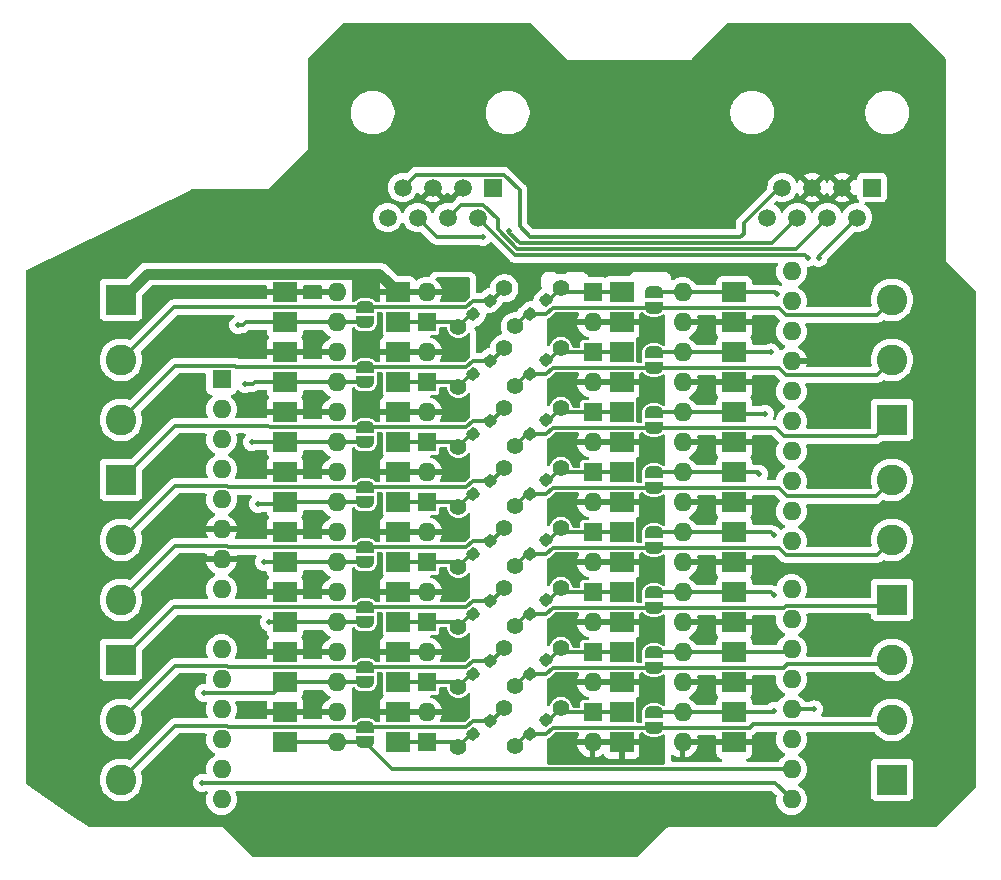
<source format=gbr>
%TF.GenerationSoftware,KiCad,Pcbnew,8.0.2*%
%TF.CreationDate,2024-05-20T23:24:51+02:00*%
%TF.ProjectId,S88_UNO_SHIELD,5338385f-554e-44f5-9f53-4849454c442e,rev?*%
%TF.SameCoordinates,Original*%
%TF.FileFunction,Copper,L1,Top*%
%TF.FilePolarity,Positive*%
%FSLAX46Y46*%
G04 Gerber Fmt 4.6, Leading zero omitted, Abs format (unit mm)*
G04 Created by KiCad (PCBNEW 8.0.2) date 2024-05-20 23:24:51*
%MOMM*%
%LPD*%
G01*
G04 APERTURE LIST*
G04 Aperture macros list*
%AMRoundRect*
0 Rectangle with rounded corners*
0 $1 Rounding radius*
0 $2 $3 $4 $5 $6 $7 $8 $9 X,Y pos of 4 corners*
0 Add a 4 corners polygon primitive as box body*
4,1,4,$2,$3,$4,$5,$6,$7,$8,$9,$2,$3,0*
0 Add four circle primitives for the rounded corners*
1,1,$1+$1,$2,$3*
1,1,$1+$1,$4,$5*
1,1,$1+$1,$6,$7*
1,1,$1+$1,$8,$9*
0 Add four rect primitives between the rounded corners*
20,1,$1+$1,$2,$3,$4,$5,0*
20,1,$1+$1,$4,$5,$6,$7,0*
20,1,$1+$1,$6,$7,$8,$9,0*
20,1,$1+$1,$8,$9,$2,$3,0*%
%AMHorizOval*
0 Thick line with rounded ends*
0 $1 width*
0 $2 $3 position (X,Y) of the first rounded end (center of the circle)*
0 $4 $5 position (X,Y) of the second rounded end (center of the circle)*
0 Add line between two ends*
20,1,$1,$2,$3,$4,$5,0*
0 Add two circle primitives to create the rounded ends*
1,1,$1,$2,$3*
1,1,$1,$4,$5*%
%AMFreePoly0*
4,1,19,0.500000,-0.750000,0.000000,-0.750000,0.000000,-0.744911,-0.071157,-0.744911,-0.207708,-0.704816,-0.327430,-0.627875,-0.420627,-0.520320,-0.479746,-0.390866,-0.500000,-0.250000,-0.500000,0.250000,-0.479746,0.390866,-0.420627,0.520320,-0.327430,0.627875,-0.207708,0.704816,-0.071157,0.744911,0.000000,0.744911,0.000000,0.750000,0.500000,0.750000,0.500000,-0.750000,0.500000,-0.750000,
$1*%
%AMFreePoly1*
4,1,19,0.000000,0.744911,0.071157,0.744911,0.207708,0.704816,0.327430,0.627875,0.420627,0.520320,0.479746,0.390866,0.500000,0.250000,0.500000,-0.250000,0.479746,-0.390866,0.420627,-0.520320,0.327430,-0.627875,0.207708,-0.704816,0.071157,-0.744911,0.000000,-0.744911,0.000000,-0.750000,-0.500000,-0.750000,-0.500000,0.750000,0.000000,0.750000,0.000000,0.744911,0.000000,0.744911,
$1*%
G04 Aperture macros list end*
%TA.AperFunction,ComponentPad*%
%ADD10R,1.600000X1.600000*%
%TD*%
%TA.AperFunction,ComponentPad*%
%ADD11O,1.600000X1.600000*%
%TD*%
%TA.AperFunction,SMDPad,CuDef*%
%ADD12RoundRect,0.237500X-0.038849X-0.342632X0.344173X-0.021239X0.038849X0.342632X-0.344173X0.021239X0*%
%TD*%
%TA.AperFunction,SMDPad,CuDef*%
%ADD13RoundRect,0.237500X0.038849X0.342632X-0.344173X0.021239X-0.038849X-0.342632X0.344173X-0.021239X0*%
%TD*%
%TA.AperFunction,SMDPad,CuDef*%
%ADD14R,2.000000X1.780000*%
%TD*%
%TA.AperFunction,ComponentPad*%
%ADD15C,1.400000*%
%TD*%
%TA.AperFunction,ComponentPad*%
%ADD16HorizOval,1.400000X0.000000X0.000000X0.000000X0.000000X0*%
%TD*%
%TA.AperFunction,ComponentPad*%
%ADD17R,2.600000X2.600000*%
%TD*%
%TA.AperFunction,ComponentPad*%
%ADD18C,2.600000*%
%TD*%
%TA.AperFunction,ComponentPad*%
%ADD19HorizOval,1.400000X0.000000X0.000000X0.000000X0.000000X0*%
%TD*%
%TA.AperFunction,SMDPad,CuDef*%
%ADD20FreePoly0,90.000000*%
%TD*%
%TA.AperFunction,SMDPad,CuDef*%
%ADD21FreePoly1,90.000000*%
%TD*%
%TA.AperFunction,SMDPad,CuDef*%
%ADD22FreePoly0,270.000000*%
%TD*%
%TA.AperFunction,SMDPad,CuDef*%
%ADD23FreePoly1,270.000000*%
%TD*%
%TA.AperFunction,ComponentPad*%
%ADD24R,1.500000X1.500000*%
%TD*%
%TA.AperFunction,ComponentPad*%
%ADD25C,1.500000*%
%TD*%
%TA.AperFunction,ViaPad*%
%ADD26C,0.500000*%
%TD*%
%TA.AperFunction,Conductor*%
%ADD27C,0.300000*%
%TD*%
%TA.AperFunction,Conductor*%
%ADD28C,0.900000*%
%TD*%
G04 APERTURE END LIST*
D10*
%TO.P,U702,1*%
%TO.N,Net-(R701-Pad2)*%
X60800000Y-112781000D03*
D11*
%TO.P,U702,2*%
%TO.N,/GPIO_A/CS1/COM*%
X60800000Y-110241000D03*
%TO.P,U702,3*%
%TO.N,GND*%
X53180000Y-110241000D03*
%TO.P,U702,4*%
%TO.N,/GPIO_A/GPIO7*%
X53180000Y-112781000D03*
%TD*%
D12*
%TO.P,R1502,1*%
%TO.N,/GPIO_B/CS2/Track*%
X69519231Y-86679224D03*
%TO.P,R1502,2*%
%TO.N,Net-(R1501-Pad2)*%
X70917263Y-85506136D03*
%TD*%
D13*
%TO.P,R1202,1*%
%TO.N,/GPIO_A/CS7/Track*%
X66121769Y-85537776D03*
%TO.P,R1202,2*%
%TO.N,Net-(R1201-Pad2)*%
X64723737Y-86710864D03*
%TD*%
D14*
%TO.P,U1001,1*%
%TO.N,Net-(R1001-Pad2)*%
X58336000Y-97536000D03*
%TO.P,U1001,2*%
%TO.N,/GPIO_A/CS1/COM*%
X58336000Y-94996000D03*
%TO.P,U1001,3*%
%TO.N,GND*%
X48806000Y-94996000D03*
%TO.P,U1001,4*%
%TO.N,/GPIO_A/GPIO4*%
X48806000Y-97536000D03*
%TD*%
D10*
%TO.P,U1402,1*%
%TO.N,Net-(R1401-Pad2)*%
X74841000Y-79756000D03*
D11*
%TO.P,U1402,2*%
%TO.N,/GPIO_B/CS1/COM*%
X74841000Y-82296000D03*
%TO.P,U1402,3*%
%TO.N,GND*%
X82461000Y-82296000D03*
%TO.P,U1402,4*%
%TO.N,/GPIO_B/GPIO8*%
X82461000Y-79756000D03*
%TD*%
D15*
%TO.P,R1301,1*%
%TO.N,/GPIO_A/CS8/Track*%
X67368506Y-79411639D03*
D16*
%TO.P,R1301,2*%
%TO.N,Net-(R1301-Pad2)*%
X63477000Y-82677000D03*
%TD*%
D17*
%TO.P,J301,1,Pin_1*%
%TO.N,/GPIO_A/CS3/Track*%
X34925000Y-110871000D03*
D18*
%TO.P,J301,2,Pin_2*%
%TO.N,/GPIO_A/CS2/Track*%
X34925000Y-115951000D03*
%TO.P,J301,3,Pin_3*%
%TO.N,/GPIO_A/CS1/Track*%
X34925000Y-121031000D03*
%TD*%
D10*
%TO.P,U1602,1*%
%TO.N,Net-(R1601-Pad2)*%
X74841000Y-89916000D03*
D11*
%TO.P,U1602,2*%
%TO.N,/GPIO_B/CS1/COM*%
X74841000Y-92456000D03*
%TO.P,U1602,3*%
%TO.N,GND*%
X82461000Y-92456000D03*
%TO.P,U1602,4*%
%TO.N,/GPIO_B/GPIO6*%
X82461000Y-89916000D03*
%TD*%
D10*
%TO.P,U1502,1*%
%TO.N,Net-(R1501-Pad2)*%
X74841000Y-84836000D03*
D11*
%TO.P,U1502,2*%
%TO.N,/GPIO_B/CS1/COM*%
X74841000Y-87376000D03*
%TO.P,U1502,3*%
%TO.N,GND*%
X82461000Y-87376000D03*
%TO.P,U1502,4*%
%TO.N,/GPIO_B/GPIO7*%
X82461000Y-84836000D03*
%TD*%
D15*
%TO.P,R2001,1*%
%TO.N,/GPIO_B/CS7/Track*%
X68272494Y-113125361D03*
D19*
%TO.P,R2001,2*%
%TO.N,Net-(R2001-Pad2)*%
X72164000Y-109860000D03*
%TD*%
D10*
%TO.P,U2002,1*%
%TO.N,Net-(R2001-Pad2)*%
X74841000Y-110236000D03*
D11*
%TO.P,U2002,2*%
%TO.N,/GPIO_B/CS1/COM*%
X74841000Y-112776000D03*
%TO.P,U2002,3*%
%TO.N,GND*%
X82461000Y-112776000D03*
%TO.P,U2002,4*%
%TO.N,/GPIO_B/GPIO2*%
X82461000Y-110236000D03*
%TD*%
D17*
%TO.P,J402,1,Pin_1*%
%TO.N,/GPIO_B/CS6/Track*%
X100203000Y-105791000D03*
D18*
%TO.P,J402,2,Pin_2*%
%TO.N,/GPIO_B/CS5/Track*%
X100203000Y-100711000D03*
%TO.P,J402,3,Pin_3*%
%TO.N,/GPIO_B/CS4/Track*%
X100203000Y-95631000D03*
%TD*%
D10*
%TO.P,U602,1*%
%TO.N,Net-(R601-Pad2)*%
X60800000Y-117861000D03*
D11*
%TO.P,U602,2*%
%TO.N,/GPIO_A/CS1/COM*%
X60800000Y-115321000D03*
%TO.P,U602,3*%
%TO.N,GND*%
X53180000Y-115321000D03*
%TO.P,U602,4*%
%TO.N,/GPIO_A/GPIO8*%
X53180000Y-117861000D03*
%TD*%
D14*
%TO.P,U1101,1*%
%TO.N,Net-(R1101-Pad2)*%
X58336000Y-92456000D03*
%TO.P,U1101,2*%
%TO.N,/GPIO_A/CS1/COM*%
X58336000Y-89916000D03*
%TO.P,U1101,3*%
%TO.N,GND*%
X48806000Y-89916000D03*
%TO.P,U1101,4*%
%TO.N,/GPIO_A/GPIO3*%
X48806000Y-92456000D03*
%TD*%
D10*
%TO.P,U1302,1*%
%TO.N,Net-(R1301-Pad2)*%
X60800000Y-82301000D03*
D11*
%TO.P,U1302,2*%
%TO.N,/GPIO_A/CS1/COM*%
X60800000Y-79761000D03*
%TO.P,U1302,3*%
%TO.N,GND*%
X53180000Y-79761000D03*
%TO.P,U1302,4*%
%TO.N,/GPIO_A/GPIO1*%
X53180000Y-82301000D03*
%TD*%
D14*
%TO.P,U1401,1*%
%TO.N,Net-(R1401-Pad2)*%
X77305000Y-79761000D03*
%TO.P,U1401,2*%
%TO.N,/GPIO_B/CS1/COM*%
X77305000Y-82301000D03*
%TO.P,U1401,3*%
%TO.N,GND*%
X86835000Y-82301000D03*
%TO.P,U1401,4*%
%TO.N,/GPIO_B/GPIO8*%
X86835000Y-79761000D03*
%TD*%
D20*
%TO.P,JP1901,1,A*%
%TO.N,/GPIO_B/CS6/Track*%
X80048000Y-106456000D03*
D21*
%TO.P,JP1901,2,B*%
%TO.N,/GPIO_B/GPIO3*%
X80048000Y-105156000D03*
%TD*%
D22*
%TO.P,JP1101,1,A*%
%TO.N,/GPIO_A/CS6/Track*%
X55593000Y-91161000D03*
D23*
%TO.P,JP1101,2,B*%
%TO.N,/GPIO_A/GPIO3*%
X55593000Y-92461000D03*
%TD*%
D22*
%TO.P,JP901,1,A*%
%TO.N,/GPIO_A/CS4/Track*%
X55593000Y-101321000D03*
D23*
%TO.P,JP901,2,B*%
%TO.N,/GPIO_A/GPIO5*%
X55593000Y-102621000D03*
%TD*%
D12*
%TO.P,R2102,1*%
%TO.N,/GPIO_B/CS8/Track*%
X69519231Y-117159224D03*
%TO.P,R2102,2*%
%TO.N,Net-(R2101-Pad2)*%
X70917263Y-115986136D03*
%TD*%
D20*
%TO.P,JP2001,1,A*%
%TO.N,/GPIO_B/CS7/Track*%
X80048000Y-111536000D03*
D21*
%TO.P,JP2001,2,B*%
%TO.N,/GPIO_B/GPIO2*%
X80048000Y-110236000D03*
%TD*%
D17*
%TO.P,J303,1,Pin_1*%
%TO.N,/GPIO_A/CS1/COM*%
X34925000Y-80391000D03*
D18*
%TO.P,J303,2,Pin_2*%
%TO.N,/GPIO_A/CS8/Track*%
X34925000Y-85471000D03*
%TO.P,J303,3,Pin_3*%
%TO.N,/GPIO_A/CS7/Track*%
X34925000Y-90551000D03*
%TD*%
D22*
%TO.P,JP701,1,A*%
%TO.N,/GPIO_A/CS2/Track*%
X55593000Y-111481000D03*
D23*
%TO.P,JP701,2,B*%
%TO.N,/GPIO_A/GPIO7*%
X55593000Y-112781000D03*
%TD*%
D12*
%TO.P,R1602,1*%
%TO.N,/GPIO_B/CS3/Track*%
X69519231Y-91759224D03*
%TO.P,R1602,2*%
%TO.N,Net-(R1601-Pad2)*%
X70917263Y-90586136D03*
%TD*%
D13*
%TO.P,R1302,1*%
%TO.N,/GPIO_A/CS8/Track*%
X66121769Y-80457776D03*
%TO.P,R1302,2*%
%TO.N,Net-(R1301-Pad2)*%
X64723737Y-81630864D03*
%TD*%
D15*
%TO.P,R601,1*%
%TO.N,/GPIO_A/CS1/Track*%
X67368506Y-114971639D03*
D16*
%TO.P,R601,2*%
%TO.N,Net-(R601-Pad2)*%
X63477000Y-118237000D03*
%TD*%
D10*
%TO.P,U802,1*%
%TO.N,Net-(R801-Pad2)*%
X60800000Y-107701000D03*
D11*
%TO.P,U802,2*%
%TO.N,/GPIO_A/CS1/COM*%
X60800000Y-105161000D03*
%TO.P,U802,3*%
%TO.N,GND*%
X53180000Y-105161000D03*
%TO.P,U802,4*%
%TO.N,/GPIO_A/GPIO6*%
X53180000Y-107701000D03*
%TD*%
D14*
%TO.P,U701,1*%
%TO.N,Net-(R701-Pad2)*%
X58336000Y-112776000D03*
%TO.P,U701,2*%
%TO.N,/GPIO_A/CS1/COM*%
X58336000Y-110236000D03*
%TO.P,U701,3*%
%TO.N,GND*%
X48806000Y-110236000D03*
%TO.P,U701,4*%
%TO.N,/GPIO_A/GPIO7*%
X48806000Y-112776000D03*
%TD*%
D17*
%TO.P,J302,1,Pin_1*%
%TO.N,/GPIO_A/CS6/Track*%
X34925000Y-95631000D03*
D18*
%TO.P,J302,2,Pin_2*%
%TO.N,/GPIO_A/CS5/Track*%
X34925000Y-100711000D03*
%TO.P,J302,3,Pin_3*%
%TO.N,/GPIO_A/CS4/Track*%
X34925000Y-105791000D03*
%TD*%
D13*
%TO.P,R902,1*%
%TO.N,/GPIO_A/CS4/Track*%
X66121769Y-100777776D03*
%TO.P,R902,2*%
%TO.N,Net-(R901-Pad2)*%
X64723737Y-101950864D03*
%TD*%
D22*
%TO.P,JP1001,1,A*%
%TO.N,/GPIO_A/CS5/Track*%
X55593000Y-96241000D03*
D23*
%TO.P,JP1001,2,B*%
%TO.N,/GPIO_A/GPIO4*%
X55593000Y-97541000D03*
%TD*%
D17*
%TO.P,J401,1,Pin_1*%
%TO.N,/GPIO_B/CS3/Track*%
X100203000Y-90551000D03*
D18*
%TO.P,J401,2,Pin_2*%
%TO.N,/GPIO_B/CS2/Track*%
X100203000Y-85471000D03*
%TO.P,J401,3,Pin_3*%
%TO.N,/GPIO_B/CS1/Track*%
X100203000Y-80391000D03*
%TD*%
D15*
%TO.P,R1401,1*%
%TO.N,/GPIO_B/CS1/Track*%
X68272494Y-82645361D03*
D19*
%TO.P,R1401,2*%
%TO.N,Net-(R1401-Pad2)*%
X72164000Y-79380000D03*
%TD*%
D14*
%TO.P,U1801,1*%
%TO.N,Net-(R1801-Pad2)*%
X77305000Y-100081000D03*
%TO.P,U1801,2*%
%TO.N,/GPIO_B/CS1/COM*%
X77305000Y-102621000D03*
%TO.P,U1801,3*%
%TO.N,GND*%
X86835000Y-102621000D03*
%TO.P,U1801,4*%
%TO.N,/GPIO_B/GPIO4*%
X86835000Y-100081000D03*
%TD*%
D15*
%TO.P,R1701,1*%
%TO.N,/GPIO_B/CS4/Track*%
X68272494Y-97885361D03*
D19*
%TO.P,R1701,2*%
%TO.N,Net-(R1701-Pad2)*%
X72164000Y-94620000D03*
%TD*%
D15*
%TO.P,R701,1*%
%TO.N,/GPIO_A/CS2/Track*%
X67368506Y-109891639D03*
D16*
%TO.P,R701,2*%
%TO.N,Net-(R701-Pad2)*%
X63477000Y-113157000D03*
%TD*%
D14*
%TO.P,U1301,1*%
%TO.N,Net-(R1301-Pad2)*%
X58336000Y-82296000D03*
%TO.P,U1301,2*%
%TO.N,/GPIO_A/CS1/COM*%
X58336000Y-79756000D03*
%TO.P,U1301,3*%
%TO.N,GND*%
X48806000Y-79756000D03*
%TO.P,U1301,4*%
%TO.N,/GPIO_A/GPIO1*%
X48806000Y-82296000D03*
%TD*%
%TO.P,U1201,1*%
%TO.N,Net-(R1201-Pad2)*%
X58336000Y-87376000D03*
%TO.P,U1201,2*%
%TO.N,/GPIO_A/CS1/COM*%
X58336000Y-84836000D03*
%TO.P,U1201,3*%
%TO.N,GND*%
X48806000Y-84836000D03*
%TO.P,U1201,4*%
%TO.N,/GPIO_A/GPIO2*%
X48806000Y-87376000D03*
%TD*%
D20*
%TO.P,JP1401,1,A*%
%TO.N,/GPIO_B/CS1/Track*%
X80048000Y-81056000D03*
D21*
%TO.P,JP1401,2,B*%
%TO.N,/GPIO_B/GPIO8*%
X80048000Y-79756000D03*
%TD*%
D10*
%TO.P,U1702,1*%
%TO.N,Net-(R1701-Pad2)*%
X74841000Y-94996000D03*
D11*
%TO.P,U1702,2*%
%TO.N,/GPIO_B/CS1/COM*%
X74841000Y-97536000D03*
%TO.P,U1702,3*%
%TO.N,GND*%
X82461000Y-97536000D03*
%TO.P,U1702,4*%
%TO.N,/GPIO_B/GPIO5*%
X82461000Y-94996000D03*
%TD*%
D14*
%TO.P,U801,1*%
%TO.N,Net-(R801-Pad2)*%
X58336000Y-107696000D03*
%TO.P,U801,2*%
%TO.N,/GPIO_A/CS1/COM*%
X58336000Y-105156000D03*
%TO.P,U801,3*%
%TO.N,GND*%
X48806000Y-105156000D03*
%TO.P,U801,4*%
%TO.N,/GPIO_A/GPIO6*%
X48806000Y-107696000D03*
%TD*%
D20*
%TO.P,JP2101,1,A*%
%TO.N,/GPIO_B/CS8/Track*%
X80048000Y-116616000D03*
D21*
%TO.P,JP2101,2,B*%
%TO.N,/GPIO_B/GPIO1*%
X80048000Y-115316000D03*
%TD*%
D13*
%TO.P,R602,1*%
%TO.N,/GPIO_A/CS1/Track*%
X66121769Y-116017776D03*
%TO.P,R602,2*%
%TO.N,Net-(R601-Pad2)*%
X64723737Y-117190864D03*
%TD*%
D24*
%TO.P,J502,1*%
%TO.N,+12V*%
X66385500Y-70886000D03*
D25*
%TO.P,J502,2*%
%TO.N,/S88n/DATA_OUT*%
X65115500Y-73426000D03*
%TO.P,J502,3*%
%TO.N,GND*%
X63845500Y-70886000D03*
%TO.P,J502,4*%
%TO.N,/S88n/CLOCK*%
X62575500Y-73426000D03*
%TO.P,J502,5*%
%TO.N,GND*%
X61305500Y-70886000D03*
%TO.P,J502,6*%
%TO.N,/S88n/PL*%
X60035500Y-73426000D03*
%TO.P,J502,7*%
%TO.N,/S88n/RESET*%
X58765500Y-70886000D03*
%TO.P,J502,8*%
%TO.N,unconnected-(J502-Pad8)*%
X57495500Y-73426000D03*
%TD*%
D13*
%TO.P,R1002,1*%
%TO.N,/GPIO_A/CS5/Track*%
X66121769Y-95697776D03*
%TO.P,R1002,2*%
%TO.N,Net-(R1001-Pad2)*%
X64723737Y-96870864D03*
%TD*%
D15*
%TO.P,R1501,1*%
%TO.N,/GPIO_B/CS2/Track*%
X68272494Y-87725361D03*
D19*
%TO.P,R1501,2*%
%TO.N,Net-(R1501-Pad2)*%
X72164000Y-84460000D03*
%TD*%
D15*
%TO.P,R1801,1*%
%TO.N,/GPIO_B/CS5/Track*%
X68272494Y-102965361D03*
D19*
%TO.P,R1801,2*%
%TO.N,Net-(R1801-Pad2)*%
X72164000Y-99700000D03*
%TD*%
D14*
%TO.P,U1701,1*%
%TO.N,Net-(R1701-Pad2)*%
X77305000Y-95001000D03*
%TO.P,U1701,2*%
%TO.N,/GPIO_B/CS1/COM*%
X77305000Y-97541000D03*
%TO.P,U1701,3*%
%TO.N,GND*%
X86835000Y-97541000D03*
%TO.P,U1701,4*%
%TO.N,/GPIO_B/GPIO5*%
X86835000Y-95001000D03*
%TD*%
%TO.P,U1601,1*%
%TO.N,Net-(R1601-Pad2)*%
X77305000Y-89921000D03*
%TO.P,U1601,2*%
%TO.N,/GPIO_B/CS1/COM*%
X77305000Y-92461000D03*
%TO.P,U1601,3*%
%TO.N,GND*%
X86835000Y-92461000D03*
%TO.P,U1601,4*%
%TO.N,/GPIO_B/GPIO6*%
X86835000Y-89921000D03*
%TD*%
D12*
%TO.P,R1402,1*%
%TO.N,/GPIO_B/CS1/Track*%
X69519232Y-81599224D03*
%TO.P,R1402,2*%
%TO.N,Net-(R1401-Pad2)*%
X70917262Y-80426136D03*
%TD*%
D10*
%TO.P,U1902,1*%
%TO.N,Net-(R1901-Pad2)*%
X74841000Y-105156000D03*
D11*
%TO.P,U1902,2*%
%TO.N,/GPIO_B/CS1/COM*%
X74841000Y-107696000D03*
%TO.P,U1902,3*%
%TO.N,GND*%
X82461000Y-107696000D03*
%TO.P,U1902,4*%
%TO.N,/GPIO_B/GPIO3*%
X82461000Y-105156000D03*
%TD*%
D15*
%TO.P,R2101,1*%
%TO.N,/GPIO_B/CS8/Track*%
X68272494Y-118205361D03*
D19*
%TO.P,R2101,2*%
%TO.N,Net-(R2101-Pad2)*%
X72164000Y-114940000D03*
%TD*%
D15*
%TO.P,R1001,1*%
%TO.N,/GPIO_A/CS5/Track*%
X67368506Y-94651639D03*
D16*
%TO.P,R1001,2*%
%TO.N,Net-(R1001-Pad2)*%
X63477000Y-97917000D03*
%TD*%
D13*
%TO.P,R802,1*%
%TO.N,/GPIO_A/CS3/Track*%
X66121769Y-105857776D03*
%TO.P,R802,2*%
%TO.N,Net-(R801-Pad2)*%
X64723737Y-107030864D03*
%TD*%
D22*
%TO.P,JP801,1,A*%
%TO.N,/GPIO_A/CS3/Track*%
X55593000Y-106401000D03*
D23*
%TO.P,JP801,2,B*%
%TO.N,/GPIO_A/GPIO6*%
X55593000Y-107701000D03*
%TD*%
D12*
%TO.P,R1702,1*%
%TO.N,/GPIO_B/CS4/Track*%
X69519231Y-96839224D03*
%TO.P,R1702,2*%
%TO.N,Net-(R1701-Pad2)*%
X70917263Y-95666136D03*
%TD*%
D17*
%TO.P,J403,1,Pin_1*%
%TO.N,/GPIO_B/CS1/COM*%
X100203000Y-121031000D03*
D18*
%TO.P,J403,2,Pin_2*%
%TO.N,/GPIO_B/CS8/Track*%
X100203000Y-115951000D03*
%TO.P,J403,3,Pin_3*%
%TO.N,/GPIO_B/CS7/Track*%
X100203000Y-110871000D03*
%TD*%
D12*
%TO.P,R1902,1*%
%TO.N,/GPIO_B/CS6/Track*%
X69519231Y-106999224D03*
%TO.P,R1902,2*%
%TO.N,Net-(R1901-Pad2)*%
X70917263Y-105826136D03*
%TD*%
D14*
%TO.P,U601,1*%
%TO.N,Net-(R601-Pad2)*%
X58336000Y-117856000D03*
%TO.P,U601,2*%
%TO.N,/GPIO_A/CS1/COM*%
X58336000Y-115316000D03*
%TO.P,U601,3*%
%TO.N,GND*%
X48806000Y-115316000D03*
%TO.P,U601,4*%
%TO.N,/GPIO_A/GPIO8*%
X48806000Y-117856000D03*
%TD*%
D15*
%TO.P,R1101,1*%
%TO.N,/GPIO_A/CS6/Track*%
X67368506Y-89571639D03*
D16*
%TO.P,R1101,2*%
%TO.N,Net-(R1101-Pad2)*%
X63477000Y-92837000D03*
%TD*%
D20*
%TO.P,JP1801,1,A*%
%TO.N,/GPIO_B/CS5/Track*%
X80048000Y-101376000D03*
D21*
%TO.P,JP1801,2,B*%
%TO.N,/GPIO_B/GPIO4*%
X80048000Y-100076000D03*
%TD*%
D14*
%TO.P,U1901,1*%
%TO.N,Net-(R1901-Pad2)*%
X77305000Y-105161000D03*
%TO.P,U1901,2*%
%TO.N,/GPIO_B/CS1/COM*%
X77305000Y-107701000D03*
%TO.P,U1901,3*%
%TO.N,GND*%
X86835000Y-107701000D03*
%TO.P,U1901,4*%
%TO.N,/GPIO_B/GPIO3*%
X86835000Y-105161000D03*
%TD*%
D20*
%TO.P,JP1501,1,A*%
%TO.N,/GPIO_B/CS2/Track*%
X80048000Y-86136000D03*
D21*
%TO.P,JP1501,2,B*%
%TO.N,/GPIO_B/GPIO7*%
X80048000Y-84836000D03*
%TD*%
D14*
%TO.P,U2101,1*%
%TO.N,Net-(R2101-Pad2)*%
X77305000Y-115321000D03*
%TO.P,U2101,2*%
%TO.N,/GPIO_B/CS1/COM*%
X77305000Y-117861000D03*
%TO.P,U2101,3*%
%TO.N,GND*%
X86835000Y-117861000D03*
%TO.P,U2101,4*%
%TO.N,/GPIO_B/GPIO1*%
X86835000Y-115321000D03*
%TD*%
D22*
%TO.P,JP1301,1,A*%
%TO.N,/GPIO_A/CS8/Track*%
X55593000Y-81001000D03*
D23*
%TO.P,JP1301,2,B*%
%TO.N,/GPIO_A/GPIO1*%
X55593000Y-82301000D03*
%TD*%
D12*
%TO.P,R1802,1*%
%TO.N,/GPIO_B/CS5/Track*%
X69519231Y-101919224D03*
%TO.P,R1802,2*%
%TO.N,Net-(R1801-Pad2)*%
X70917263Y-100746136D03*
%TD*%
D10*
%TO.P,U2102,1*%
%TO.N,Net-(R2101-Pad2)*%
X74841000Y-115316000D03*
D11*
%TO.P,U2102,2*%
%TO.N,/GPIO_B/CS1/COM*%
X74841000Y-117856000D03*
%TO.P,U2102,3*%
%TO.N,GND*%
X82461000Y-117856000D03*
%TO.P,U2102,4*%
%TO.N,/GPIO_B/GPIO1*%
X82461000Y-115316000D03*
%TD*%
D24*
%TO.P,J501,1*%
%TO.N,+12V*%
X98516500Y-70886000D03*
D25*
%TO.P,J501,2*%
%TO.N,/S88n/DATA_IN*%
X97246500Y-73426000D03*
%TO.P,J501,3*%
%TO.N,GND*%
X95976500Y-70886000D03*
%TO.P,J501,4*%
%TO.N,/S88n/CLOCK*%
X94706500Y-73426000D03*
%TO.P,J501,5*%
%TO.N,GND*%
X93436500Y-70886000D03*
%TO.P,J501,6*%
%TO.N,/S88n/PL*%
X92166500Y-73426000D03*
%TO.P,J501,7*%
%TO.N,/S88n/RESET*%
X90896500Y-70886000D03*
%TO.P,J501,8*%
%TO.N,unconnected-(J501-Pad8)*%
X89626500Y-73426000D03*
%TD*%
D10*
%TO.P,U1102,1*%
%TO.N,Net-(R1101-Pad2)*%
X60800000Y-92461000D03*
D11*
%TO.P,U1102,2*%
%TO.N,/GPIO_A/CS1/COM*%
X60800000Y-89921000D03*
%TO.P,U1102,3*%
%TO.N,GND*%
X53180000Y-89921000D03*
%TO.P,U1102,4*%
%TO.N,/GPIO_A/GPIO3*%
X53180000Y-92461000D03*
%TD*%
D14*
%TO.P,U1501,1*%
%TO.N,Net-(R1501-Pad2)*%
X77305000Y-84841000D03*
%TO.P,U1501,2*%
%TO.N,/GPIO_B/CS1/COM*%
X77305000Y-87381000D03*
%TO.P,U1501,3*%
%TO.N,GND*%
X86835000Y-87381000D03*
%TO.P,U1501,4*%
%TO.N,/GPIO_B/GPIO7*%
X86835000Y-84841000D03*
%TD*%
D10*
%TO.P,U1002,1*%
%TO.N,Net-(R1001-Pad2)*%
X60800000Y-97541000D03*
D11*
%TO.P,U1002,2*%
%TO.N,/GPIO_A/CS1/COM*%
X60800000Y-95001000D03*
%TO.P,U1002,3*%
%TO.N,GND*%
X53180000Y-95001000D03*
%TO.P,U1002,4*%
%TO.N,/GPIO_A/GPIO4*%
X53180000Y-97541000D03*
%TD*%
D22*
%TO.P,JP1201,1,A*%
%TO.N,/GPIO_A/CS7/Track*%
X55593000Y-86081000D03*
D23*
%TO.P,JP1201,2,B*%
%TO.N,/GPIO_A/GPIO2*%
X55593000Y-87381000D03*
%TD*%
D15*
%TO.P,R901,1*%
%TO.N,/GPIO_A/CS4/Track*%
X67368506Y-99731639D03*
D16*
%TO.P,R901,2*%
%TO.N,Net-(R901-Pad2)*%
X63477000Y-102997000D03*
%TD*%
D22*
%TO.P,JP601,1,A*%
%TO.N,/GPIO_A/CS1/Track*%
X55593000Y-116561000D03*
D23*
%TO.P,JP601,2,B*%
%TO.N,/GPIO_A/GPIO8*%
X55593000Y-117861000D03*
%TD*%
D14*
%TO.P,U2001,1*%
%TO.N,Net-(R2001-Pad2)*%
X77305000Y-110241000D03*
%TO.P,U2001,2*%
%TO.N,/GPIO_B/CS1/COM*%
X77305000Y-112781000D03*
%TO.P,U2001,3*%
%TO.N,GND*%
X86835000Y-112781000D03*
%TO.P,U2001,4*%
%TO.N,/GPIO_B/GPIO2*%
X86835000Y-110241000D03*
%TD*%
D15*
%TO.P,R1601,1*%
%TO.N,/GPIO_B/CS3/Track*%
X68272494Y-92805361D03*
D19*
%TO.P,R1601,2*%
%TO.N,Net-(R1601-Pad2)*%
X72164000Y-89540000D03*
%TD*%
D20*
%TO.P,JP1601,1,A*%
%TO.N,/GPIO_B/CS3/Track*%
X80048000Y-91216000D03*
D21*
%TO.P,JP1601,2,B*%
%TO.N,/GPIO_B/GPIO6*%
X80048000Y-89916000D03*
%TD*%
D15*
%TO.P,R801,1*%
%TO.N,/GPIO_A/CS3/Track*%
X67368506Y-104811639D03*
D16*
%TO.P,R801,2*%
%TO.N,Net-(R801-Pad2)*%
X63477000Y-108077000D03*
%TD*%
D15*
%TO.P,R1201,1*%
%TO.N,/GPIO_A/CS7/Track*%
X67368506Y-84491639D03*
D16*
%TO.P,R1201,2*%
%TO.N,Net-(R1201-Pad2)*%
X63477000Y-87757000D03*
%TD*%
D10*
%TO.P,U1202,1*%
%TO.N,Net-(R1201-Pad2)*%
X60800000Y-87381000D03*
D11*
%TO.P,U1202,2*%
%TO.N,/GPIO_A/CS1/COM*%
X60800000Y-84841000D03*
%TO.P,U1202,3*%
%TO.N,GND*%
X53180000Y-84841000D03*
%TO.P,U1202,4*%
%TO.N,/GPIO_A/GPIO2*%
X53180000Y-87381000D03*
%TD*%
D10*
%TO.P,U902,1*%
%TO.N,Net-(R901-Pad2)*%
X60800000Y-102621000D03*
D11*
%TO.P,U902,2*%
%TO.N,/GPIO_A/CS1/COM*%
X60800000Y-100081000D03*
%TO.P,U902,3*%
%TO.N,GND*%
X53180000Y-100081000D03*
%TO.P,U902,4*%
%TO.N,/GPIO_A/GPIO5*%
X53180000Y-102621000D03*
%TD*%
D12*
%TO.P,R2002,1*%
%TO.N,/GPIO_B/CS7/Track*%
X69519231Y-112079224D03*
%TO.P,R2002,2*%
%TO.N,Net-(R2001-Pad2)*%
X70917263Y-110906136D03*
%TD*%
D15*
%TO.P,R1901,1*%
%TO.N,/GPIO_B/CS6/Track*%
X68272494Y-108045361D03*
D19*
%TO.P,R1901,2*%
%TO.N,Net-(R1901-Pad2)*%
X72164000Y-104780000D03*
%TD*%
D13*
%TO.P,R702,1*%
%TO.N,/GPIO_A/CS2/Track*%
X66121769Y-110937776D03*
%TO.P,R702,2*%
%TO.N,Net-(R701-Pad2)*%
X64723737Y-112110864D03*
%TD*%
D14*
%TO.P,U901,1*%
%TO.N,Net-(R901-Pad2)*%
X58336000Y-102616000D03*
%TO.P,U901,2*%
%TO.N,/GPIO_A/CS1/COM*%
X58336000Y-100076000D03*
%TO.P,U901,3*%
%TO.N,GND*%
X48806000Y-100076000D03*
%TO.P,U901,4*%
%TO.N,/GPIO_A/GPIO5*%
X48806000Y-102616000D03*
%TD*%
D10*
%TO.P,U1802,1*%
%TO.N,Net-(R1801-Pad2)*%
X74841000Y-100076000D03*
D11*
%TO.P,U1802,2*%
%TO.N,/GPIO_B/CS1/COM*%
X74841000Y-102616000D03*
%TO.P,U1802,3*%
%TO.N,GND*%
X82461000Y-102616000D03*
%TO.P,U1802,4*%
%TO.N,/GPIO_B/GPIO4*%
X82461000Y-100076000D03*
%TD*%
D20*
%TO.P,JP1701,1,A*%
%TO.N,/GPIO_B/CS4/Track*%
X80048000Y-96296000D03*
D21*
%TO.P,JP1701,2,B*%
%TO.N,/GPIO_B/GPIO5*%
X80048000Y-94996000D03*
%TD*%
D13*
%TO.P,R1102,1*%
%TO.N,/GPIO_A/CS6/Track*%
X66121769Y-90617776D03*
%TO.P,R1102,2*%
%TO.N,Net-(R1101-Pad2)*%
X64723737Y-91790864D03*
%TD*%
D10*
%TO.P,A201,1,NC*%
%TO.N,unconnected-(A201-NC-Pad1)*%
X43434000Y-87122000D03*
D11*
%TO.P,A201,2,IOREF*%
%TO.N,unconnected-(A201-IOREF-Pad2)*%
X43434000Y-89662000D03*
%TO.P,A201,3,~{RESET}*%
%TO.N,unconnected-(A201-~{RESET}-Pad3)*%
X43434000Y-92202000D03*
%TO.P,A201,4,3V3*%
%TO.N,unconnected-(A201-3V3-Pad4)*%
X43434000Y-94742000D03*
%TO.P,A201,5,+5V*%
%TO.N,+5V*%
X43434000Y-97282000D03*
%TO.P,A201,6,GND*%
%TO.N,GND*%
X43434000Y-99822000D03*
%TO.P,A201,7,GND*%
X43434000Y-102362000D03*
%TO.P,A201,8,VIN*%
%TO.N,+12V*%
X43434000Y-104902000D03*
%TO.P,A201,9,A0*%
%TO.N,/GPIO_A/GPIO1*%
X43434000Y-109982000D03*
%TO.P,A201,10,A1*%
%TO.N,/GPIO_A/GPIO2*%
X43434000Y-112522000D03*
%TO.P,A201,11,A2*%
%TO.N,/GPIO_A/GPIO3*%
X43434000Y-115062000D03*
%TO.P,A201,12,A3*%
%TO.N,/GPIO_A/GPIO4*%
X43434000Y-117602000D03*
%TO.P,A201,13,SDA/A4*%
%TO.N,/GPIO_A/GPIO5*%
X43434000Y-120142000D03*
%TO.P,A201,14,SCL/A5*%
%TO.N,/GPIO_A/GPIO6*%
X43434000Y-122682000D03*
%TO.P,A201,15,D0/RX*%
%TO.N,/GPIO_A/GPIO7*%
X91694000Y-122682000D03*
%TO.P,A201,16,D1/TX*%
%TO.N,/GPIO_A/GPIO8*%
X91694000Y-120142000D03*
%TO.P,A201,17,D2*%
%TO.N,/S88n/CLOCK*%
X91694000Y-117602000D03*
%TO.P,A201,18,D3*%
%TO.N,/S88n/PL*%
X91694000Y-115062000D03*
%TO.P,A201,19,D4*%
%TO.N,/GPIO_B/GPIO1*%
X91694000Y-112522000D03*
%TO.P,A201,20,D5*%
%TO.N,/GPIO_B/GPIO2*%
X91694000Y-109982000D03*
%TO.P,A201,21,D6*%
%TO.N,/GPIO_B/GPIO3*%
X91694000Y-107442000D03*
%TO.P,A201,22,D7*%
%TO.N,/GPIO_B/GPIO4*%
X91694000Y-104902000D03*
%TO.P,A201,23,D8*%
%TO.N,/GPIO_B/GPIO5*%
X91694000Y-100842000D03*
%TO.P,A201,24,D9*%
%TO.N,/GPIO_B/GPIO6*%
X91694000Y-98302000D03*
%TO.P,A201,25,D10*%
%TO.N,/GPIO_B/GPIO7*%
X91694000Y-95762000D03*
%TO.P,A201,26,D11*%
%TO.N,/GPIO_B/GPIO8*%
X91694000Y-93222000D03*
%TO.P,A201,27,D12*%
%TO.N,/S88n/DATA_IN*%
X91694000Y-90682000D03*
%TO.P,A201,28,D13*%
%TO.N,/S88n/DATA_OUT*%
X91694000Y-88142000D03*
%TO.P,A201,29,GND*%
%TO.N,GND*%
X91694000Y-85602000D03*
%TO.P,A201,30,AREF*%
%TO.N,unconnected-(A201-AREF-Pad30)*%
X91694000Y-83062000D03*
%TO.P,A201,31,SDA/A4*%
%TO.N,unconnected-(A201-SDA{slash}A4-Pad31)*%
X91694000Y-80522000D03*
%TO.P,A201,32,SCL/A5*%
%TO.N,unconnected-(A201-SCL{slash}A5-Pad32)*%
X91694000Y-77982000D03*
%TD*%
D26*
%TO.N,/GPIO_A/GPIO3*%
X45974000Y-92456000D03*
%TO.N,GND*%
X65405000Y-76581000D03*
X86487000Y-73787000D03*
X31496000Y-98552000D03*
X88773000Y-70866000D03*
X89789000Y-122428000D03*
X98552000Y-68453000D03*
X101092000Y-70739000D03*
X48514000Y-76073000D03*
X61468000Y-76708000D03*
X54737000Y-69850000D03*
X62103000Y-122682000D03*
X67437000Y-68453000D03*
X89154000Y-78105000D03*
X46863000Y-94488000D03*
X60833000Y-68326000D03*
X104648000Y-112268000D03*
X53086000Y-71247000D03*
X40005000Y-118999000D03*
X104394000Y-88900000D03*
X45339000Y-124714000D03*
X40513000Y-93726000D03*
X55626000Y-72644000D03*
X76327000Y-61722000D03*
X103505000Y-119634000D03*
X61087000Y-59436000D03*
X81661000Y-73787000D03*
X95377000Y-109855000D03*
X81153000Y-71120000D03*
X50546000Y-74041000D03*
X66167000Y-126619000D03*
X88773000Y-60579000D03*
X66675000Y-122682000D03*
X96266000Y-89281000D03*
X96266000Y-84201000D03*
X93853000Y-122301000D03*
X40767000Y-104140000D03*
X91313000Y-68199000D03*
X54483000Y-122555000D03*
X99949000Y-74041000D03*
X31115000Y-82804000D03*
X81915000Y-122682000D03*
X41275000Y-123317000D03*
X46355000Y-84328000D03*
X74676000Y-122809000D03*
X70104000Y-71247000D03*
X95631000Y-104140000D03*
X31369000Y-120142000D03*
X77089000Y-126746000D03*
X40894000Y-109855000D03*
X31369000Y-115697000D03*
X102997000Y-107188000D03*
X84455000Y-78232000D03*
X41500000Y-76500000D03*
X43053000Y-107823000D03*
X74041000Y-70993000D03*
X102743000Y-124079000D03*
X97155000Y-76454000D03*
X82296000Y-67945000D03*
X95504000Y-94488000D03*
X79883000Y-124968000D03*
X40513000Y-88519000D03*
X46990000Y-100076000D03*
X46609000Y-89662000D03*
X89535000Y-118110000D03*
X40000000Y-83500000D03*
X57531000Y-75438000D03*
X49657000Y-126111000D03*
X72517000Y-68199000D03*
X46863000Y-122428000D03*
X77089000Y-122809000D03*
X70104000Y-77597000D03*
X95504000Y-99441000D03*
X93980000Y-117729000D03*
X37465000Y-122936000D03*
X39751000Y-79883000D03*
X98425000Y-60452000D03*
X96266000Y-79121000D03*
X51562000Y-76581000D03*
X40386000Y-114046000D03*
X40640000Y-73787000D03*
X31242000Y-92837000D03*
X32258000Y-76835000D03*
X53213000Y-75565000D03*
X96139000Y-112776000D03*
X89027000Y-113030000D03*
X40894000Y-98552000D03*
X75819000Y-73787000D03*
X103378000Y-96901000D03*
X31877000Y-107061000D03*
X52959000Y-62230000D03*
X104521000Y-81788000D03*
X70485000Y-73787000D03*
X75184000Y-77724000D03*
%TO.N,/GPIO_B/GPIO1*%
X90170000Y-115189000D03*
%TO.N,/GPIO_A/GPIO6*%
X47431000Y-107696000D03*
%TO.N,/GPIO_B/GPIO3*%
X90170000Y-105410000D03*
%TO.N,/S88n/DATA_OUT*%
X93091000Y-76835000D03*
%TO.N,/GPIO_B/GPIO4*%
X90170000Y-100330000D03*
%TO.N,/GPIO_A/GPIO7*%
X41783000Y-121285000D03*
X41910000Y-113665000D03*
%TO.N,/GPIO_B/GPIO8*%
X90424000Y-79883000D03*
%TO.N,/GPIO_B/GPIO6*%
X89444000Y-90043000D03*
%TO.N,/GPIO_B/GPIO5*%
X88944000Y-95123000D03*
%TO.N,/GPIO_A/GPIO1*%
X44831000Y-82550000D03*
%TO.N,/GPIO_B/GPIO7*%
X89944000Y-84836000D03*
%TO.N,/GPIO_A/GPIO5*%
X46990000Y-102616000D03*
%TO.N,/S88n/DATA_IN*%
X93980000Y-76835000D03*
%TO.N,/GPIO_A/GPIO2*%
X45431000Y-87503000D03*
%TO.N,/S88n/PL*%
X65532000Y-75057000D03*
X67806068Y-74560932D03*
X93599000Y-115062000D03*
%TO.N,/GPIO_A/GPIO4*%
X46482000Y-97663000D03*
%TO.N,/GPIO_A/CS1/COM*%
X63500000Y-90000000D03*
X63000000Y-79500000D03*
X55500000Y-89500000D03*
X63500000Y-110000000D03*
X55500000Y-79500000D03*
X63500000Y-84500000D03*
X63000000Y-95000000D03*
X63000000Y-100000000D03*
X63000000Y-115500000D03*
X55500000Y-104500000D03*
X55500000Y-110000000D03*
X55500000Y-99500000D03*
X63500000Y-105000000D03*
X55500000Y-94500000D03*
X55500000Y-84000000D03*
X55500000Y-115000000D03*
%TD*%
D27*
%TO.N,/GPIO_A/GPIO3*%
X45974000Y-92456000D02*
X48806000Y-92456000D01*
X55593000Y-92461000D02*
X48811000Y-92461000D01*
X48811000Y-92461000D02*
X48806000Y-92456000D01*
%TO.N,/GPIO_B/GPIO1*%
X90038000Y-115321000D02*
X90170000Y-115189000D01*
X80048000Y-115316000D02*
X86830000Y-115316000D01*
X86835000Y-115321000D02*
X90038000Y-115321000D01*
X86830000Y-115316000D02*
X86835000Y-115321000D01*
%TO.N,/GPIO_A/GPIO6*%
X48806000Y-107696000D02*
X47431000Y-107696000D01*
X48811000Y-107701000D02*
X48806000Y-107696000D01*
X55593000Y-107701000D02*
X48811000Y-107701000D01*
%TO.N,/GPIO_B/GPIO3*%
X86835000Y-105161000D02*
X89921000Y-105161000D01*
X80048000Y-105156000D02*
X86830000Y-105156000D01*
X86830000Y-105156000D02*
X86835000Y-105161000D01*
X89921000Y-105161000D02*
X90170000Y-105410000D01*
%TO.N,/S88n/CLOCK*%
X92059500Y-76073000D02*
X94706500Y-73426000D01*
X66810303Y-73565168D02*
X66810303Y-74413697D01*
X63675500Y-72326000D02*
X65571135Y-72326000D01*
X65571135Y-72326000D02*
X66810303Y-73565168D01*
X68469606Y-76073000D02*
X92059500Y-76073000D01*
X66810303Y-74413697D02*
X68469606Y-76073000D01*
X62575500Y-73426000D02*
X63675500Y-72326000D01*
%TO.N,/S88n/DATA_OUT*%
X65115500Y-73426000D02*
X68270500Y-76581000D01*
X68270500Y-76581000D02*
X92837000Y-76581000D01*
X92837000Y-76581000D02*
X93091000Y-76835000D01*
%TO.N,/GPIO_B/GPIO2*%
X86835000Y-110241000D02*
X91435000Y-110241000D01*
X91435000Y-110241000D02*
X91694000Y-109982000D01*
X80048000Y-110236000D02*
X86830000Y-110236000D01*
X86830000Y-110236000D02*
X86835000Y-110241000D01*
%TO.N,/GPIO_B/GPIO4*%
X80048000Y-100076000D02*
X86830000Y-100076000D01*
X86830000Y-100076000D02*
X86835000Y-100081000D01*
X89921000Y-100081000D02*
X90170000Y-100330000D01*
X86835000Y-100081000D02*
X89921000Y-100081000D01*
%TO.N,/GPIO_A/GPIO7*%
X47910000Y-113672000D02*
X48806000Y-112776000D01*
X41910000Y-113665000D02*
X41917000Y-113672000D01*
X90304000Y-121292000D02*
X41790000Y-121292000D01*
X41790000Y-121292000D02*
X41783000Y-121285000D01*
X41917000Y-113672000D02*
X47910000Y-113672000D01*
X91694000Y-122682000D02*
X90304000Y-121292000D01*
X48811000Y-112781000D02*
X48806000Y-112776000D01*
X55593000Y-112781000D02*
X48811000Y-112781000D01*
%TO.N,/GPIO_B/GPIO8*%
X90302000Y-79761000D02*
X86835000Y-79761000D01*
X86830000Y-79756000D02*
X86835000Y-79761000D01*
X80048000Y-79756000D02*
X86830000Y-79756000D01*
X90424000Y-79883000D02*
X90302000Y-79761000D01*
%TO.N,/GPIO_B/GPIO6*%
X80048000Y-89916000D02*
X86830000Y-89916000D01*
X86957000Y-90043000D02*
X86835000Y-89921000D01*
X89444000Y-90043000D02*
X86957000Y-90043000D01*
X86830000Y-89916000D02*
X86835000Y-89921000D01*
%TO.N,/GPIO_B/GPIO5*%
X86830000Y-94996000D02*
X86835000Y-95001000D01*
X86835000Y-95001000D02*
X88822000Y-95001000D01*
X88822000Y-95001000D02*
X88944000Y-95123000D01*
X80048000Y-94996000D02*
X86830000Y-94996000D01*
%TO.N,/GPIO_A/GPIO1*%
X48811000Y-82301000D02*
X48806000Y-82296000D01*
X45466000Y-82296000D02*
X48806000Y-82296000D01*
X44831000Y-82550000D02*
X45212000Y-82550000D01*
X55593000Y-82301000D02*
X48811000Y-82301000D01*
X45212000Y-82550000D02*
X45466000Y-82296000D01*
%TO.N,/GPIO_B/GPIO7*%
X89535000Y-84836000D02*
X89530000Y-84841000D01*
X89530000Y-84841000D02*
X86835000Y-84841000D01*
X86830000Y-84836000D02*
X86835000Y-84841000D01*
X89944000Y-84836000D02*
X89535000Y-84836000D01*
X80048000Y-84836000D02*
X86830000Y-84836000D01*
%TO.N,/GPIO_A/GPIO5*%
X55593000Y-102621000D02*
X48811000Y-102621000D01*
X48811000Y-102621000D02*
X48806000Y-102616000D01*
X46990000Y-102616000D02*
X48806000Y-102616000D01*
%TO.N,/S88n/DATA_IN*%
X93980000Y-76692500D02*
X97246500Y-73426000D01*
X93980000Y-76835000D02*
X93980000Y-76692500D01*
%TO.N,/GPIO_A/GPIO2*%
X55593000Y-87381000D02*
X48811000Y-87381000D01*
X45431000Y-87503000D02*
X46101000Y-87503000D01*
X48811000Y-87381000D02*
X48806000Y-87376000D01*
X46101000Y-87503000D02*
X46228000Y-87376000D01*
X46228000Y-87376000D02*
X48806000Y-87376000D01*
%TO.N,/S88n/PL*%
X90019500Y-75573000D02*
X92166500Y-73426000D01*
X67806068Y-74560932D02*
X67806068Y-74702356D01*
X67806068Y-74702356D02*
X68676712Y-75573000D01*
X61666500Y-75057000D02*
X65532000Y-75057000D01*
X60035500Y-73426000D02*
X61666500Y-75057000D01*
X68676712Y-75573000D02*
X90019500Y-75573000D01*
X93599000Y-115062000D02*
X91694000Y-115062000D01*
%TO.N,/GPIO_A/GPIO8*%
X48811000Y-117861000D02*
X48806000Y-117856000D01*
X91694000Y-120142000D02*
X57874000Y-120142000D01*
X57874000Y-120142000D02*
X55593000Y-117861000D01*
X55593000Y-117861000D02*
X48811000Y-117861000D01*
%TO.N,/GPIO_A/GPIO4*%
X55593000Y-97541000D02*
X48811000Y-97541000D01*
X48811000Y-97541000D02*
X48806000Y-97536000D01*
X46482000Y-97663000D02*
X48679000Y-97663000D01*
X48679000Y-97663000D02*
X48806000Y-97536000D01*
%TO.N,/GPIO_A/CS1/Track*%
X66121768Y-116017776D02*
X66322369Y-116017776D01*
X55593000Y-116561000D02*
X64155733Y-116561000D01*
X44019346Y-116561000D02*
X43910346Y-116452000D01*
X55593000Y-116561000D02*
X44019346Y-116561000D01*
X39504000Y-116452000D02*
X34925000Y-121031000D01*
X66322369Y-116017776D02*
X67368506Y-114971639D01*
X64698957Y-116017776D02*
X66121768Y-116017776D01*
X64155733Y-116561000D02*
X64698957Y-116017776D01*
X43910346Y-116452000D02*
X39504000Y-116452000D01*
%TO.N,/GPIO_A/CS2/Track*%
X66322369Y-110937776D02*
X67368506Y-109891639D01*
X39504000Y-111372000D02*
X34925000Y-115951000D01*
X44019346Y-111481000D02*
X43910346Y-111372000D01*
X55593000Y-111481000D02*
X44019346Y-111481000D01*
X66121768Y-110937776D02*
X66322369Y-110937776D01*
X64698957Y-110937776D02*
X66121768Y-110937776D01*
X64155733Y-111481000D02*
X64698957Y-110937776D01*
X43910346Y-111372000D02*
X39504000Y-111372000D01*
X55593000Y-111481000D02*
X64155733Y-111481000D01*
%TO.N,/GPIO_A/CS3/Track*%
X66322369Y-105857776D02*
X67368506Y-104811639D01*
X39395000Y-106401000D02*
X34925000Y-110871000D01*
X66121768Y-105857776D02*
X66322369Y-105857776D01*
X64698957Y-105857776D02*
X66121768Y-105857776D01*
X64155733Y-106401000D02*
X64698957Y-105857776D01*
X55593000Y-106401000D02*
X64155733Y-106401000D01*
X55593000Y-106401000D02*
X39395000Y-106401000D01*
%TO.N,/GPIO_A/CS5/Track*%
X39504000Y-96132000D02*
X34925000Y-100711000D01*
X55593000Y-96241000D02*
X64155733Y-96241000D01*
X66322369Y-95697776D02*
X67368506Y-94651639D01*
X43910346Y-96132000D02*
X39504000Y-96132000D01*
X44019346Y-96241000D02*
X43910346Y-96132000D01*
X64155733Y-96241000D02*
X64698957Y-95697776D01*
X55593000Y-96241000D02*
X44019346Y-96241000D01*
X66121768Y-95697776D02*
X66322369Y-95697776D01*
X64698957Y-95697776D02*
X66121768Y-95697776D01*
%TO.N,/GPIO_A/CS6/Track*%
X47402000Y-91052000D02*
X39504000Y-91052000D01*
X39504000Y-91052000D02*
X34925000Y-95631000D01*
X47511000Y-91161000D02*
X47402000Y-91052000D01*
X55593000Y-91161000D02*
X64155733Y-91161000D01*
X64698957Y-90617776D02*
X66121768Y-90617776D01*
X64155733Y-91161000D02*
X64698957Y-90617776D01*
X66121768Y-90617776D02*
X66322369Y-90617776D01*
X55593000Y-91161000D02*
X47511000Y-91161000D01*
X66322369Y-90617776D02*
X67368506Y-89571639D01*
%TO.N,/GPIO_A/CS4/Track*%
X39504000Y-101212000D02*
X34925000Y-105791000D01*
X44019346Y-101321000D02*
X43910346Y-101212000D01*
X55593000Y-101321000D02*
X64155733Y-101321000D01*
X66121768Y-100777776D02*
X66322369Y-100777776D01*
X55593000Y-101321000D02*
X44019346Y-101321000D01*
X64698957Y-100777776D02*
X66121768Y-100777776D01*
X43910346Y-101212000D02*
X39504000Y-101212000D01*
X66322369Y-100777776D02*
X67368506Y-99731639D01*
X64155733Y-101321000D02*
X64698957Y-100777776D01*
%TO.N,/GPIO_A/CS7/Track*%
X66322369Y-85537776D02*
X67368506Y-84491639D01*
X39504000Y-85972000D02*
X34925000Y-90551000D01*
X55593000Y-86081000D02*
X44693000Y-86081000D01*
X44584000Y-85972000D02*
X39504000Y-85972000D01*
X64698957Y-85537776D02*
X66121768Y-85537776D01*
X44693000Y-86081000D02*
X44584000Y-85972000D01*
X64155733Y-86081000D02*
X64698957Y-85537776D01*
X55593000Y-86081000D02*
X64155733Y-86081000D01*
X66121768Y-85537776D02*
X66322369Y-85537776D01*
%TO.N,/GPIO_A/CS8/Track*%
X66322369Y-80457776D02*
X67368506Y-79411639D01*
X55593000Y-81001000D02*
X39395000Y-81001000D01*
X64698957Y-80457776D02*
X66121768Y-80457776D01*
X39395000Y-81001000D02*
X34925000Y-85471000D01*
X64155733Y-81001000D02*
X64698957Y-80457776D01*
X55593000Y-81001000D02*
X64155733Y-81001000D01*
X66121768Y-80457776D02*
X66322369Y-80457776D01*
D28*
%TO.N,/GPIO_A/CS1/COM*%
X58336000Y-79756000D02*
X56796000Y-78216000D01*
D27*
X58336000Y-110236000D02*
X60795000Y-110236000D01*
X60795000Y-79756000D02*
X60800000Y-79761000D01*
X60795000Y-105156000D02*
X60800000Y-105161000D01*
X60795000Y-115316000D02*
X60800000Y-115321000D01*
X58336000Y-105156000D02*
X60795000Y-105156000D01*
D28*
X56796000Y-78216000D02*
X37100000Y-78216000D01*
D27*
X58336000Y-100076000D02*
X60795000Y-100076000D01*
D28*
X37100000Y-78216000D02*
X34925000Y-80391000D01*
D27*
X58336000Y-84836000D02*
X60795000Y-84836000D01*
X60795000Y-110236000D02*
X60800000Y-110241000D01*
X60795000Y-84836000D02*
X60800000Y-84841000D01*
X58336000Y-94996000D02*
X60795000Y-94996000D01*
X58336000Y-89916000D02*
X60795000Y-89916000D01*
X60795000Y-94996000D02*
X60800000Y-95001000D01*
X60795000Y-89916000D02*
X60800000Y-89921000D01*
X60795000Y-100076000D02*
X60800000Y-100081000D01*
X58336000Y-79756000D02*
X60795000Y-79756000D01*
X58336000Y-115316000D02*
X60795000Y-115316000D01*
%TO.N,/GPIO_B/CS3/Track*%
X98806000Y-91948000D02*
X100203000Y-90551000D01*
X71485267Y-91216000D02*
X70942043Y-91759224D01*
X80048000Y-91216000D02*
X71485267Y-91216000D01*
X69318631Y-91759224D02*
X68272494Y-92805361D01*
X69519232Y-91759224D02*
X69318631Y-91759224D01*
X70942043Y-91759224D02*
X69519232Y-91759224D01*
X80048000Y-91216000D02*
X90361654Y-91216000D01*
X91093654Y-91948000D02*
X98806000Y-91948000D01*
X90361654Y-91216000D02*
X91093654Y-91948000D01*
%TO.N,/GPIO_B/CS1/Track*%
X90601654Y-81056000D02*
X91217654Y-81672000D01*
X69519232Y-81599224D02*
X69318631Y-81599224D01*
X70942043Y-81599224D02*
X69519232Y-81599224D01*
X80048000Y-81056000D02*
X90601654Y-81056000D01*
X98922000Y-81672000D02*
X100203000Y-80391000D01*
X91217654Y-81672000D02*
X98922000Y-81672000D01*
X71485267Y-81056000D02*
X70942043Y-81599224D01*
X80048000Y-81056000D02*
X71485267Y-81056000D01*
X69318631Y-81599224D02*
X68272494Y-82645361D01*
%TO.N,/GPIO_B/CS2/Track*%
X71485267Y-86136000D02*
X70942043Y-86679224D01*
X80048000Y-86136000D02*
X90601654Y-86136000D01*
X69318631Y-86679224D02*
X68272494Y-87725361D01*
X91217654Y-86752000D02*
X98922000Y-86752000D01*
X90601654Y-86136000D02*
X91217654Y-86752000D01*
X98922000Y-86752000D02*
X100203000Y-85471000D01*
X70942043Y-86679224D02*
X69519232Y-86679224D01*
X80048000Y-86136000D02*
X71485267Y-86136000D01*
X69519232Y-86679224D02*
X69318631Y-86679224D01*
%TO.N,/GPIO_B/CS6/Track*%
X91053654Y-106456000D02*
X91217654Y-106292000D01*
X91217654Y-106292000D02*
X99702000Y-106292000D01*
X70942043Y-106999224D02*
X69519232Y-106999224D01*
X80048000Y-106456000D02*
X91053654Y-106456000D01*
X99702000Y-106292000D02*
X100203000Y-105791000D01*
X80048000Y-106456000D02*
X71485267Y-106456000D01*
X69519232Y-106999224D02*
X69318631Y-106999224D01*
X69318631Y-106999224D02*
X68272494Y-108045361D01*
X71485267Y-106456000D02*
X70942043Y-106999224D01*
%TO.N,/GPIO_B/CS4/Track*%
X80048000Y-96296000D02*
X71485267Y-96296000D01*
X69318631Y-96839224D02*
X68272494Y-97885361D01*
X98806000Y-97028000D02*
X100203000Y-95631000D01*
X91333654Y-97028000D02*
X98806000Y-97028000D01*
X69519232Y-96839224D02*
X69318631Y-96839224D01*
X80048000Y-96296000D02*
X90601654Y-96296000D01*
X71485267Y-96296000D02*
X70942043Y-96839224D01*
X90601654Y-96296000D02*
X91333654Y-97028000D01*
X70942043Y-96839224D02*
X69519232Y-96839224D01*
%TO.N,/GPIO_B/CS5/Track*%
X90601654Y-101376000D02*
X91217654Y-101992000D01*
X80048000Y-101376000D02*
X90601654Y-101376000D01*
X70942043Y-101919224D02*
X69519232Y-101919224D01*
X71485267Y-101376000D02*
X70942043Y-101919224D01*
X69519232Y-101919224D02*
X69318631Y-101919224D01*
X98922000Y-101992000D02*
X100203000Y-100711000D01*
X91217654Y-101992000D02*
X98922000Y-101992000D01*
X80048000Y-101376000D02*
X71485267Y-101376000D01*
X69318631Y-101919224D02*
X68272494Y-102965361D01*
%TO.N,/GPIO_B/CS8/Track*%
X69519232Y-117159224D02*
X69318631Y-117159224D01*
X99822000Y-116332000D02*
X100203000Y-115951000D01*
X80048000Y-116616000D02*
X88180000Y-116616000D01*
X88180000Y-116616000D02*
X88464000Y-116332000D01*
X71485267Y-116616000D02*
X70942043Y-117159224D01*
X70942043Y-117159224D02*
X69519232Y-117159224D01*
X88464000Y-116332000D02*
X99822000Y-116332000D01*
X80048000Y-116616000D02*
X71485267Y-116616000D01*
X69318631Y-117159224D02*
X68272494Y-118205361D01*
%TO.N,/GPIO_B/CS1/COM*%
X74846000Y-97541000D02*
X74841000Y-97536000D01*
X77305000Y-112781000D02*
X74846000Y-112781000D01*
X77305000Y-97541000D02*
X74846000Y-97541000D01*
X74846000Y-92461000D02*
X74841000Y-92456000D01*
X77305000Y-87381000D02*
X74846000Y-87381000D01*
X74846000Y-117861000D02*
X74841000Y-117856000D01*
X77305000Y-102621000D02*
X74846000Y-102621000D01*
X77305000Y-117861000D02*
X74846000Y-117861000D01*
X77305000Y-82301000D02*
X74846000Y-82301000D01*
X74846000Y-107701000D02*
X74841000Y-107696000D01*
X77305000Y-92461000D02*
X74846000Y-92461000D01*
X77305000Y-107701000D02*
X74846000Y-107701000D01*
X74846000Y-87381000D02*
X74841000Y-87376000D01*
X74846000Y-82301000D02*
X74841000Y-82296000D01*
X74846000Y-102621000D02*
X74841000Y-102616000D01*
X74846000Y-112781000D02*
X74841000Y-112776000D01*
%TO.N,/GPIO_B/CS7/Track*%
X69318631Y-112079224D02*
X68272494Y-113125361D01*
X71485267Y-111536000D02*
X70942043Y-112079224D01*
X91053654Y-111536000D02*
X91337654Y-111252000D01*
X80048000Y-111536000D02*
X71485267Y-111536000D01*
X91337654Y-111252000D02*
X99822000Y-111252000D01*
X80048000Y-111536000D02*
X91053654Y-111536000D01*
X99822000Y-111252000D02*
X100203000Y-110871000D01*
X69519232Y-112079224D02*
X69318631Y-112079224D01*
X70942043Y-112079224D02*
X69519232Y-112079224D01*
%TO.N,/S88n/RESET*%
X90610865Y-70886000D02*
X87630000Y-73866865D01*
X69565409Y-75073000D02*
X68660409Y-74168000D01*
X59865500Y-69786000D02*
X58765500Y-70886000D01*
X90896500Y-70886000D02*
X90610865Y-70886000D01*
X87630000Y-73866865D02*
X87630000Y-74803000D01*
X87360000Y-75073000D02*
X69565409Y-75073000D01*
X67373000Y-69786000D02*
X59865500Y-69786000D01*
X68660409Y-74168000D02*
X68660409Y-71073409D01*
X68660409Y-71073409D02*
X67373000Y-69786000D01*
X87630000Y-74803000D02*
X87360000Y-75073000D01*
%TO.N,Net-(R601-Pad2)*%
X58336000Y-117856000D02*
X63096000Y-117856000D01*
X63096000Y-117856000D02*
X63477000Y-118237000D01*
X64523136Y-117190864D02*
X63477000Y-118237000D01*
X64723738Y-117190864D02*
X64523136Y-117190864D01*
%TO.N,Net-(R701-Pad2)*%
X64723738Y-112110864D02*
X64523136Y-112110864D01*
X63096000Y-112776000D02*
X63477000Y-113157000D01*
X64523136Y-112110864D02*
X63477000Y-113157000D01*
X58336000Y-112776000D02*
X63096000Y-112776000D01*
%TO.N,Net-(R801-Pad2)*%
X64523136Y-107030864D02*
X63477000Y-108077000D01*
X64723738Y-107030864D02*
X64523136Y-107030864D01*
X63096000Y-107696000D02*
X63477000Y-108077000D01*
X58336000Y-107696000D02*
X63096000Y-107696000D01*
%TO.N,Net-(R901-Pad2)*%
X64723738Y-101950864D02*
X64523136Y-101950864D01*
X58336000Y-102616000D02*
X63096000Y-102616000D01*
X64523136Y-101950864D02*
X63477000Y-102997000D01*
X63096000Y-102616000D02*
X63477000Y-102997000D01*
%TO.N,Net-(R1001-Pad2)*%
X63096000Y-97536000D02*
X63477000Y-97917000D01*
X58336000Y-97536000D02*
X63096000Y-97536000D01*
X64523136Y-96870864D02*
X63477000Y-97917000D01*
X64723738Y-96870864D02*
X64523136Y-96870864D01*
%TO.N,Net-(R1101-Pad2)*%
X64723738Y-91790864D02*
X64523136Y-91790864D01*
X64523136Y-91790864D02*
X63477000Y-92837000D01*
X58336000Y-92456000D02*
X63096000Y-92456000D01*
X63096000Y-92456000D02*
X63477000Y-92837000D01*
%TO.N,Net-(R1201-Pad2)*%
X64523136Y-86710864D02*
X63477000Y-87757000D01*
X64723738Y-86710864D02*
X64523136Y-86710864D01*
X58336000Y-87376000D02*
X63096000Y-87376000D01*
X63096000Y-87376000D02*
X63477000Y-87757000D01*
%TO.N,Net-(R1301-Pad2)*%
X64523136Y-81630864D02*
X63477000Y-82677000D01*
X63096000Y-82296000D02*
X63477000Y-82677000D01*
X58336000Y-82296000D02*
X63096000Y-82296000D01*
X64723738Y-81630864D02*
X64523136Y-81630864D01*
%TO.N,Net-(R1401-Pad2)*%
X77305000Y-79761000D02*
X72545000Y-79761000D01*
X71117864Y-80426136D02*
X72164000Y-79380000D01*
X70917262Y-80426136D02*
X71117864Y-80426136D01*
X72545000Y-79761000D02*
X72164000Y-79380000D01*
%TO.N,Net-(R1501-Pad2)*%
X72545000Y-84841000D02*
X72164000Y-84460000D01*
X77305000Y-84841000D02*
X72545000Y-84841000D01*
X71117864Y-85506136D02*
X72164000Y-84460000D01*
X70917262Y-85506136D02*
X71117864Y-85506136D01*
%TO.N,Net-(R1601-Pad2)*%
X72545000Y-89921000D02*
X72164000Y-89540000D01*
X71117864Y-90586136D02*
X72164000Y-89540000D01*
X77305000Y-89921000D02*
X72545000Y-89921000D01*
X70917262Y-90586136D02*
X71117864Y-90586136D01*
%TO.N,Net-(R1701-Pad2)*%
X77305000Y-95001000D02*
X72545000Y-95001000D01*
X72545000Y-95001000D02*
X72164000Y-94620000D01*
X71117864Y-95666136D02*
X72164000Y-94620000D01*
X70917262Y-95666136D02*
X71117864Y-95666136D01*
%TO.N,Net-(R1801-Pad2)*%
X70917262Y-100746136D02*
X71117864Y-100746136D01*
X71117864Y-100746136D02*
X72164000Y-99700000D01*
X72545000Y-100081000D02*
X72164000Y-99700000D01*
X77305000Y-100081000D02*
X72545000Y-100081000D01*
%TO.N,Net-(R1901-Pad2)*%
X72545000Y-105161000D02*
X72164000Y-104780000D01*
X77305000Y-105161000D02*
X72545000Y-105161000D01*
X70917262Y-105826136D02*
X71117864Y-105826136D01*
X71117864Y-105826136D02*
X72164000Y-104780000D01*
%TO.N,Net-(R2001-Pad2)*%
X72545000Y-110241000D02*
X72164000Y-109860000D01*
X77305000Y-110241000D02*
X72545000Y-110241000D01*
X71117864Y-110906136D02*
X72164000Y-109860000D01*
X70917262Y-110906136D02*
X71117864Y-110906136D01*
%TO.N,Net-(R2101-Pad2)*%
X70917262Y-115986136D02*
X71117864Y-115986136D01*
X72545000Y-115321000D02*
X72164000Y-114940000D01*
X71117864Y-115986136D02*
X72164000Y-114940000D01*
X77305000Y-115321000D02*
X72545000Y-115321000D01*
%TD*%
%TA.AperFunction,Conductor*%
%TO.N,/GPIO_A/CS1/COM*%
G36*
X57028539Y-111901185D02*
G01*
X57074294Y-111953989D01*
X57085500Y-112005500D01*
X57085500Y-113690678D01*
X57100032Y-113763735D01*
X57100033Y-113763739D01*
X57100034Y-113763740D01*
X57130235Y-113808940D01*
X57151112Y-113875616D01*
X57132627Y-113942996D01*
X57099101Y-113974779D01*
X57101011Y-113977331D01*
X56978812Y-114068809D01*
X56978809Y-114068812D01*
X56892649Y-114183906D01*
X56892645Y-114183913D01*
X56842403Y-114318620D01*
X56842401Y-114318627D01*
X56836000Y-114378155D01*
X56836000Y-115066000D01*
X59822638Y-115066000D01*
X59839666Y-115071000D01*
X60484314Y-115071000D01*
X60479920Y-115075394D01*
X60427259Y-115166606D01*
X60400000Y-115268339D01*
X60400000Y-115373661D01*
X60427259Y-115475394D01*
X60479920Y-115566606D01*
X60484314Y-115571000D01*
X59513362Y-115571000D01*
X59496334Y-115566000D01*
X56836000Y-115566000D01*
X56836000Y-116036500D01*
X56816315Y-116103539D01*
X56763511Y-116149294D01*
X56712000Y-116160500D01*
X56551389Y-116160500D01*
X56484350Y-116140815D01*
X56447074Y-116103540D01*
X56439702Y-116092069D01*
X56392077Y-116037106D01*
X56283427Y-115942961D01*
X56283418Y-115942955D01*
X56283416Y-115942953D01*
X56266768Y-115932254D01*
X56222243Y-115903639D01*
X56222227Y-115903630D01*
X56091457Y-115843910D01*
X56091458Y-115843910D01*
X56021671Y-115823419D01*
X55895332Y-115805255D01*
X55879362Y-115802959D01*
X55806639Y-115802959D01*
X55806635Y-115802959D01*
X55797742Y-115804238D01*
X55780097Y-115805500D01*
X55405903Y-115805500D01*
X55388258Y-115804238D01*
X55379364Y-115802959D01*
X55379361Y-115802959D01*
X55306638Y-115802959D01*
X55164328Y-115823419D01*
X55094542Y-115843910D01*
X54963772Y-115903630D01*
X54963756Y-115903639D01*
X54902588Y-115942950D01*
X54902572Y-115942961D01*
X54793922Y-116037106D01*
X54746297Y-116092069D01*
X54738926Y-116103540D01*
X54686122Y-116149295D01*
X54634611Y-116160500D01*
X54624000Y-116160500D01*
X54556961Y-116140815D01*
X54511206Y-116088011D01*
X54500000Y-116036500D01*
X54500000Y-113305500D01*
X54519685Y-113238461D01*
X54572489Y-113192706D01*
X54624000Y-113181500D01*
X54634611Y-113181500D01*
X54701650Y-113201185D01*
X54738926Y-113238460D01*
X54746297Y-113249930D01*
X54793922Y-113304893D01*
X54902572Y-113399038D01*
X54902579Y-113399043D01*
X54902584Y-113399047D01*
X54947113Y-113427664D01*
X54963756Y-113438360D01*
X54963772Y-113438369D01*
X55094542Y-113498089D01*
X55094546Y-113498091D01*
X55164323Y-113518579D01*
X55164326Y-113518579D01*
X55164328Y-113518580D01*
X55191601Y-113522501D01*
X55306638Y-113539041D01*
X55306639Y-113539041D01*
X55379358Y-113539041D01*
X55379361Y-113539041D01*
X55385955Y-113538092D01*
X55388258Y-113537762D01*
X55405903Y-113536500D01*
X55780097Y-113536500D01*
X55797742Y-113537762D01*
X55800574Y-113538169D01*
X55806639Y-113539041D01*
X55806642Y-113539041D01*
X55879361Y-113539041D01*
X55879362Y-113539041D01*
X56006416Y-113520773D01*
X56021671Y-113518580D01*
X56021671Y-113518579D01*
X56021677Y-113518579D01*
X56091454Y-113498091D01*
X56163109Y-113465366D01*
X56222227Y-113438369D01*
X56222231Y-113438366D01*
X56222239Y-113438363D01*
X56283416Y-113399047D01*
X56283424Y-113399040D01*
X56283427Y-113399038D01*
X56392077Y-113304893D01*
X56439702Y-113249931D01*
X56517434Y-113128977D01*
X56547644Y-113062826D01*
X56588151Y-112924871D01*
X56598500Y-112852889D01*
X56598500Y-112281000D01*
X56598500Y-112280997D01*
X56598499Y-112280995D01*
X56579052Y-112183229D01*
X56579051Y-112183228D01*
X56579051Y-112183224D01*
X56579048Y-112183219D01*
X56577077Y-112178460D01*
X56569604Y-112108991D01*
X56577077Y-112083540D01*
X56579047Y-112078781D01*
X56579051Y-112078776D01*
X56588002Y-112033778D01*
X56598439Y-111981309D01*
X56630824Y-111919398D01*
X56691539Y-111884824D01*
X56720056Y-111881500D01*
X56961500Y-111881500D01*
X57028539Y-111901185D01*
G37*
%TD.AperFunction*%
%TA.AperFunction,Conductor*%
G36*
X62478474Y-113196185D02*
G01*
X62524229Y-113248989D01*
X62534838Y-113288347D01*
X62540253Y-113343332D01*
X62594604Y-113522502D01*
X62682862Y-113687623D01*
X62682864Y-113687626D01*
X62801642Y-113832357D01*
X62946373Y-113951135D01*
X62946376Y-113951137D01*
X63106461Y-114036703D01*
X63111499Y-114039396D01*
X63290666Y-114093746D01*
X63290668Y-114093747D01*
X63300690Y-114094734D01*
X63477000Y-114112099D01*
X63663331Y-114093747D01*
X63842501Y-114039396D01*
X64007625Y-113951136D01*
X64152357Y-113832357D01*
X64271136Y-113687625D01*
X64271141Y-113687615D01*
X64272896Y-113684991D01*
X64274176Y-113683921D01*
X64275001Y-113682916D01*
X64275191Y-113683072D01*
X64326507Y-113640185D01*
X64395832Y-113631475D01*
X64458860Y-113661628D01*
X64495581Y-113721070D01*
X64500000Y-113753879D01*
X64500000Y-115600115D01*
X64480315Y-115667154D01*
X64458313Y-115691071D01*
X64458791Y-115691549D01*
X64026159Y-116124181D01*
X63964836Y-116157666D01*
X63938478Y-116160500D01*
X62036934Y-116160500D01*
X61969895Y-116140815D01*
X61924140Y-116088011D01*
X61914196Y-116018853D01*
X61928150Y-115978531D01*
X61927846Y-115978389D01*
X61929218Y-115975446D01*
X61929544Y-115974505D01*
X61930132Y-115973485D01*
X62026265Y-115767326D01*
X62026269Y-115767317D01*
X62078872Y-115571000D01*
X61115686Y-115571000D01*
X61120080Y-115566606D01*
X61172741Y-115475394D01*
X61200000Y-115373661D01*
X61200000Y-115268339D01*
X61172741Y-115166606D01*
X61120080Y-115075394D01*
X61115686Y-115071000D01*
X62078872Y-115071000D01*
X62078872Y-115070999D01*
X62026269Y-114874682D01*
X62026265Y-114874673D01*
X61930134Y-114668517D01*
X61799657Y-114482179D01*
X61638820Y-114321342D01*
X61452482Y-114190865D01*
X61246326Y-114094734D01*
X61246320Y-114094731D01*
X61173707Y-114075275D01*
X61114047Y-114038910D01*
X61083518Y-113976063D01*
X61091813Y-113906687D01*
X61136298Y-113852810D01*
X61202850Y-113831535D01*
X61205801Y-113831500D01*
X61624676Y-113831500D01*
X61624677Y-113831499D01*
X61697740Y-113816966D01*
X61780601Y-113761601D01*
X61835966Y-113678740D01*
X61850500Y-113605674D01*
X61850500Y-113300500D01*
X61870185Y-113233461D01*
X61922989Y-113187706D01*
X61974500Y-113176500D01*
X62411435Y-113176500D01*
X62478474Y-113196185D01*
G37*
%TD.AperFunction*%
%TA.AperFunction,Conductor*%
G36*
X57028539Y-106821185D02*
G01*
X57074294Y-106873989D01*
X57085500Y-106925500D01*
X57085500Y-108610678D01*
X57100032Y-108683735D01*
X57100033Y-108683739D01*
X57100034Y-108683740D01*
X57130235Y-108728940D01*
X57151112Y-108795616D01*
X57132627Y-108862996D01*
X57099101Y-108894779D01*
X57101011Y-108897331D01*
X56978812Y-108988809D01*
X56978809Y-108988812D01*
X56892649Y-109103906D01*
X56892645Y-109103913D01*
X56842403Y-109238620D01*
X56842401Y-109238627D01*
X56836000Y-109298155D01*
X56836000Y-109986000D01*
X59822638Y-109986000D01*
X59839666Y-109991000D01*
X60484314Y-109991000D01*
X60479920Y-109995394D01*
X60427259Y-110086606D01*
X60400000Y-110188339D01*
X60400000Y-110293661D01*
X60427259Y-110395394D01*
X60479920Y-110486606D01*
X60484314Y-110491000D01*
X59513362Y-110491000D01*
X59496334Y-110486000D01*
X56836000Y-110486000D01*
X56836000Y-110956500D01*
X56816315Y-111023539D01*
X56763511Y-111069294D01*
X56712000Y-111080500D01*
X56551389Y-111080500D01*
X56484350Y-111060815D01*
X56447074Y-111023540D01*
X56439702Y-111012069D01*
X56392077Y-110957106D01*
X56283427Y-110862961D01*
X56283418Y-110862955D01*
X56283416Y-110862953D01*
X56266768Y-110852254D01*
X56222243Y-110823639D01*
X56222227Y-110823630D01*
X56091457Y-110763910D01*
X56091458Y-110763910D01*
X56021671Y-110743419D01*
X55895332Y-110725255D01*
X55879362Y-110722959D01*
X55806639Y-110722959D01*
X55806635Y-110722959D01*
X55797742Y-110724238D01*
X55780097Y-110725500D01*
X55405903Y-110725500D01*
X55388258Y-110724238D01*
X55379364Y-110722959D01*
X55379361Y-110722959D01*
X55306638Y-110722959D01*
X55164328Y-110743419D01*
X55094542Y-110763910D01*
X54963772Y-110823630D01*
X54963756Y-110823639D01*
X54902588Y-110862950D01*
X54902572Y-110862961D01*
X54793922Y-110957106D01*
X54746297Y-111012069D01*
X54738926Y-111023540D01*
X54686122Y-111069295D01*
X54634611Y-111080500D01*
X54624000Y-111080500D01*
X54556961Y-111060815D01*
X54511206Y-111008011D01*
X54500000Y-110956500D01*
X54500000Y-108225500D01*
X54519685Y-108158461D01*
X54572489Y-108112706D01*
X54624000Y-108101500D01*
X54634611Y-108101500D01*
X54701650Y-108121185D01*
X54738926Y-108158460D01*
X54746297Y-108169930D01*
X54793922Y-108224893D01*
X54902572Y-108319038D01*
X54902579Y-108319043D01*
X54902584Y-108319047D01*
X54947113Y-108347664D01*
X54963756Y-108358360D01*
X54963772Y-108358369D01*
X55094542Y-108418089D01*
X55094546Y-108418091D01*
X55164323Y-108438579D01*
X55164326Y-108438579D01*
X55164328Y-108438580D01*
X55191601Y-108442501D01*
X55306638Y-108459041D01*
X55306639Y-108459041D01*
X55379358Y-108459041D01*
X55379361Y-108459041D01*
X55385955Y-108458092D01*
X55388258Y-108457762D01*
X55405903Y-108456500D01*
X55780097Y-108456500D01*
X55797742Y-108457762D01*
X55800574Y-108458169D01*
X55806639Y-108459041D01*
X55806642Y-108459041D01*
X55879361Y-108459041D01*
X55879362Y-108459041D01*
X56006416Y-108440773D01*
X56021671Y-108438580D01*
X56021671Y-108438579D01*
X56021677Y-108438579D01*
X56091454Y-108418091D01*
X56163109Y-108385366D01*
X56222227Y-108358369D01*
X56222231Y-108358366D01*
X56222239Y-108358363D01*
X56283416Y-108319047D01*
X56283424Y-108319040D01*
X56283427Y-108319038D01*
X56392077Y-108224893D01*
X56439702Y-108169931D01*
X56517434Y-108048977D01*
X56547644Y-107982826D01*
X56588151Y-107844871D01*
X56598500Y-107772889D01*
X56598500Y-107201000D01*
X56598500Y-107200997D01*
X56598499Y-107200995D01*
X56579052Y-107103229D01*
X56579051Y-107103228D01*
X56579051Y-107103224D01*
X56579048Y-107103219D01*
X56577077Y-107098460D01*
X56569604Y-107028991D01*
X56577077Y-107003540D01*
X56579047Y-106998781D01*
X56579051Y-106998776D01*
X56588002Y-106953778D01*
X56598439Y-106901309D01*
X56630824Y-106839398D01*
X56691539Y-106804824D01*
X56720056Y-106801500D01*
X56961500Y-106801500D01*
X57028539Y-106821185D01*
G37*
%TD.AperFunction*%
%TA.AperFunction,Conductor*%
G36*
X62478474Y-108116185D02*
G01*
X62524229Y-108168989D01*
X62534838Y-108208347D01*
X62540253Y-108263332D01*
X62594604Y-108442502D01*
X62682862Y-108607623D01*
X62682864Y-108607626D01*
X62801642Y-108752357D01*
X62946373Y-108871135D01*
X62946376Y-108871137D01*
X63106461Y-108956703D01*
X63111499Y-108959396D01*
X63290666Y-109013746D01*
X63290668Y-109013747D01*
X63300690Y-109014734D01*
X63477000Y-109032099D01*
X63663331Y-109013747D01*
X63842501Y-108959396D01*
X64007625Y-108871136D01*
X64152357Y-108752357D01*
X64271136Y-108607625D01*
X64271141Y-108607615D01*
X64272896Y-108604991D01*
X64274176Y-108603921D01*
X64275001Y-108602916D01*
X64275191Y-108603072D01*
X64326507Y-108560185D01*
X64395832Y-108551475D01*
X64458860Y-108581628D01*
X64495581Y-108641070D01*
X64500000Y-108673879D01*
X64500000Y-110520115D01*
X64480315Y-110587154D01*
X64458313Y-110611071D01*
X64458791Y-110611549D01*
X64026159Y-111044181D01*
X63964836Y-111077666D01*
X63938478Y-111080500D01*
X62036934Y-111080500D01*
X61969895Y-111060815D01*
X61924140Y-111008011D01*
X61914196Y-110938853D01*
X61928150Y-110898531D01*
X61927846Y-110898389D01*
X61929218Y-110895446D01*
X61929544Y-110894505D01*
X61930132Y-110893485D01*
X62026265Y-110687326D01*
X62026269Y-110687317D01*
X62078872Y-110491000D01*
X61115686Y-110491000D01*
X61120080Y-110486606D01*
X61172741Y-110395394D01*
X61200000Y-110293661D01*
X61200000Y-110188339D01*
X61172741Y-110086606D01*
X61120080Y-109995394D01*
X61115686Y-109991000D01*
X62078872Y-109991000D01*
X62078872Y-109990999D01*
X62026269Y-109794682D01*
X62026265Y-109794673D01*
X61930134Y-109588517D01*
X61799657Y-109402179D01*
X61638820Y-109241342D01*
X61452482Y-109110865D01*
X61246326Y-109014734D01*
X61246320Y-109014731D01*
X61173707Y-108995275D01*
X61114047Y-108958910D01*
X61083518Y-108896063D01*
X61091813Y-108826687D01*
X61136298Y-108772810D01*
X61202850Y-108751535D01*
X61205801Y-108751500D01*
X61624676Y-108751500D01*
X61624677Y-108751499D01*
X61697740Y-108736966D01*
X61780601Y-108681601D01*
X61835966Y-108598740D01*
X61850500Y-108525674D01*
X61850500Y-108220500D01*
X61870185Y-108153461D01*
X61922989Y-108107706D01*
X61974500Y-108096500D01*
X62411435Y-108096500D01*
X62478474Y-108116185D01*
G37*
%TD.AperFunction*%
%TA.AperFunction,Conductor*%
G36*
X57028539Y-101741185D02*
G01*
X57074294Y-101793989D01*
X57085500Y-101845500D01*
X57085500Y-103530678D01*
X57100032Y-103603735D01*
X57100033Y-103603739D01*
X57100034Y-103603740D01*
X57130235Y-103648940D01*
X57151112Y-103715616D01*
X57132627Y-103782996D01*
X57099101Y-103814779D01*
X57101011Y-103817331D01*
X56978812Y-103908809D01*
X56978809Y-103908812D01*
X56892649Y-104023906D01*
X56892645Y-104023913D01*
X56842403Y-104158620D01*
X56842401Y-104158627D01*
X56836000Y-104218155D01*
X56836000Y-104906000D01*
X59822638Y-104906000D01*
X59839666Y-104911000D01*
X60484314Y-104911000D01*
X60479920Y-104915394D01*
X60427259Y-105006606D01*
X60400000Y-105108339D01*
X60400000Y-105213661D01*
X60427259Y-105315394D01*
X60479920Y-105406606D01*
X60484314Y-105411000D01*
X59513362Y-105411000D01*
X59496334Y-105406000D01*
X56836000Y-105406000D01*
X56836000Y-105876500D01*
X56816315Y-105943539D01*
X56763511Y-105989294D01*
X56712000Y-106000500D01*
X56551389Y-106000500D01*
X56484350Y-105980815D01*
X56447074Y-105943540D01*
X56439702Y-105932069D01*
X56392077Y-105877106D01*
X56283427Y-105782961D01*
X56283418Y-105782955D01*
X56283416Y-105782953D01*
X56266768Y-105772254D01*
X56222243Y-105743639D01*
X56222227Y-105743630D01*
X56091457Y-105683910D01*
X56091458Y-105683910D01*
X56021671Y-105663419D01*
X55895332Y-105645255D01*
X55879362Y-105642959D01*
X55806639Y-105642959D01*
X55806635Y-105642959D01*
X55797742Y-105644238D01*
X55780097Y-105645500D01*
X55405903Y-105645500D01*
X55388258Y-105644238D01*
X55379364Y-105642959D01*
X55379361Y-105642959D01*
X55306638Y-105642959D01*
X55164328Y-105663419D01*
X55094542Y-105683910D01*
X54963772Y-105743630D01*
X54963756Y-105743639D01*
X54902588Y-105782950D01*
X54902572Y-105782961D01*
X54793922Y-105877106D01*
X54746297Y-105932069D01*
X54738926Y-105943540D01*
X54686122Y-105989295D01*
X54634611Y-106000500D01*
X54624000Y-106000500D01*
X54556961Y-105980815D01*
X54511206Y-105928011D01*
X54500000Y-105876500D01*
X54500000Y-103145500D01*
X54519685Y-103078461D01*
X54572489Y-103032706D01*
X54624000Y-103021500D01*
X54634611Y-103021500D01*
X54701650Y-103041185D01*
X54738926Y-103078460D01*
X54746297Y-103089930D01*
X54793922Y-103144893D01*
X54902572Y-103239038D01*
X54902579Y-103239043D01*
X54902584Y-103239047D01*
X54947113Y-103267664D01*
X54963756Y-103278360D01*
X54963772Y-103278369D01*
X55094542Y-103338089D01*
X55094546Y-103338091D01*
X55164323Y-103358579D01*
X55164326Y-103358579D01*
X55164328Y-103358580D01*
X55191601Y-103362501D01*
X55306638Y-103379041D01*
X55306639Y-103379041D01*
X55379358Y-103379041D01*
X55379361Y-103379041D01*
X55385955Y-103378092D01*
X55388258Y-103377762D01*
X55405903Y-103376500D01*
X55780097Y-103376500D01*
X55797742Y-103377762D01*
X55800574Y-103378169D01*
X55806639Y-103379041D01*
X55806642Y-103379041D01*
X55879361Y-103379041D01*
X55879362Y-103379041D01*
X56006416Y-103360773D01*
X56021671Y-103358580D01*
X56021671Y-103358579D01*
X56021677Y-103358579D01*
X56091454Y-103338091D01*
X56163109Y-103305366D01*
X56222227Y-103278369D01*
X56222231Y-103278366D01*
X56222239Y-103278363D01*
X56283416Y-103239047D01*
X56283424Y-103239040D01*
X56283427Y-103239038D01*
X56392077Y-103144893D01*
X56439702Y-103089931D01*
X56517434Y-102968977D01*
X56547644Y-102902826D01*
X56588151Y-102764871D01*
X56598500Y-102692889D01*
X56598500Y-102121000D01*
X56598500Y-102120997D01*
X56598499Y-102120995D01*
X56579052Y-102023229D01*
X56579051Y-102023228D01*
X56579051Y-102023224D01*
X56579048Y-102023219D01*
X56577077Y-102018460D01*
X56569604Y-101948991D01*
X56577077Y-101923540D01*
X56579047Y-101918781D01*
X56579051Y-101918776D01*
X56588002Y-101873778D01*
X56598439Y-101821309D01*
X56630824Y-101759398D01*
X56691539Y-101724824D01*
X56720056Y-101721500D01*
X56961500Y-101721500D01*
X57028539Y-101741185D01*
G37*
%TD.AperFunction*%
%TA.AperFunction,Conductor*%
G36*
X62478474Y-103036185D02*
G01*
X62524229Y-103088989D01*
X62534838Y-103128347D01*
X62540253Y-103183332D01*
X62594604Y-103362502D01*
X62682862Y-103527623D01*
X62682864Y-103527626D01*
X62801642Y-103672357D01*
X62946373Y-103791135D01*
X62946376Y-103791137D01*
X63106461Y-103876703D01*
X63111499Y-103879396D01*
X63290666Y-103933746D01*
X63290668Y-103933747D01*
X63300690Y-103934734D01*
X63477000Y-103952099D01*
X63663331Y-103933747D01*
X63842501Y-103879396D01*
X64007625Y-103791136D01*
X64152357Y-103672357D01*
X64271136Y-103527625D01*
X64271141Y-103527615D01*
X64272896Y-103524991D01*
X64274176Y-103523921D01*
X64275001Y-103522916D01*
X64275191Y-103523072D01*
X64326507Y-103480185D01*
X64395832Y-103471475D01*
X64458860Y-103501628D01*
X64495581Y-103561070D01*
X64500000Y-103593879D01*
X64500000Y-105440115D01*
X64480315Y-105507154D01*
X64458313Y-105531071D01*
X64458791Y-105531549D01*
X64026159Y-105964181D01*
X63964836Y-105997666D01*
X63938478Y-106000500D01*
X62036934Y-106000500D01*
X61969895Y-105980815D01*
X61924140Y-105928011D01*
X61914196Y-105858853D01*
X61928150Y-105818531D01*
X61927846Y-105818389D01*
X61929218Y-105815446D01*
X61929544Y-105814505D01*
X61930132Y-105813485D01*
X62026265Y-105607326D01*
X62026269Y-105607317D01*
X62078872Y-105411000D01*
X61115686Y-105411000D01*
X61120080Y-105406606D01*
X61172741Y-105315394D01*
X61200000Y-105213661D01*
X61200000Y-105108339D01*
X61172741Y-105006606D01*
X61120080Y-104915394D01*
X61115686Y-104911000D01*
X62078872Y-104911000D01*
X62078872Y-104910999D01*
X62026269Y-104714682D01*
X62026265Y-104714673D01*
X61930134Y-104508517D01*
X61799657Y-104322179D01*
X61638820Y-104161342D01*
X61452482Y-104030865D01*
X61246326Y-103934734D01*
X61246320Y-103934731D01*
X61173707Y-103915275D01*
X61114047Y-103878910D01*
X61083518Y-103816063D01*
X61091813Y-103746687D01*
X61136298Y-103692810D01*
X61202850Y-103671535D01*
X61205801Y-103671500D01*
X61624676Y-103671500D01*
X61624677Y-103671499D01*
X61697740Y-103656966D01*
X61780601Y-103601601D01*
X61835966Y-103518740D01*
X61850500Y-103445674D01*
X61850500Y-103140500D01*
X61870185Y-103073461D01*
X61922989Y-103027706D01*
X61974500Y-103016500D01*
X62411435Y-103016500D01*
X62478474Y-103036185D01*
G37*
%TD.AperFunction*%
%TA.AperFunction,Conductor*%
G36*
X57028539Y-96661185D02*
G01*
X57074294Y-96713989D01*
X57085500Y-96765500D01*
X57085500Y-98450678D01*
X57100032Y-98523735D01*
X57100033Y-98523739D01*
X57100034Y-98523740D01*
X57130235Y-98568940D01*
X57151112Y-98635616D01*
X57132627Y-98702996D01*
X57099101Y-98734779D01*
X57101011Y-98737331D01*
X56978812Y-98828809D01*
X56978809Y-98828812D01*
X56892649Y-98943906D01*
X56892645Y-98943913D01*
X56842403Y-99078620D01*
X56842401Y-99078627D01*
X56836000Y-99138155D01*
X56836000Y-99826000D01*
X59822638Y-99826000D01*
X59839666Y-99831000D01*
X60484314Y-99831000D01*
X60479920Y-99835394D01*
X60427259Y-99926606D01*
X60400000Y-100028339D01*
X60400000Y-100133661D01*
X60427259Y-100235394D01*
X60479920Y-100326606D01*
X60484314Y-100331000D01*
X59513362Y-100331000D01*
X59496334Y-100326000D01*
X56836000Y-100326000D01*
X56836000Y-100796500D01*
X56816315Y-100863539D01*
X56763511Y-100909294D01*
X56712000Y-100920500D01*
X56551389Y-100920500D01*
X56484350Y-100900815D01*
X56447074Y-100863540D01*
X56439702Y-100852069D01*
X56392077Y-100797106D01*
X56283427Y-100702961D01*
X56283418Y-100702955D01*
X56283416Y-100702953D01*
X56266768Y-100692254D01*
X56222243Y-100663639D01*
X56222227Y-100663630D01*
X56091457Y-100603910D01*
X56091458Y-100603910D01*
X56021671Y-100583419D01*
X55895332Y-100565255D01*
X55879362Y-100562959D01*
X55806639Y-100562959D01*
X55806635Y-100562959D01*
X55797742Y-100564238D01*
X55780097Y-100565500D01*
X55405903Y-100565500D01*
X55388258Y-100564238D01*
X55379364Y-100562959D01*
X55379361Y-100562959D01*
X55306638Y-100562959D01*
X55164328Y-100583419D01*
X55094542Y-100603910D01*
X54963772Y-100663630D01*
X54963756Y-100663639D01*
X54902588Y-100702950D01*
X54902572Y-100702961D01*
X54793922Y-100797106D01*
X54746297Y-100852069D01*
X54738926Y-100863540D01*
X54686122Y-100909295D01*
X54634611Y-100920500D01*
X54624000Y-100920500D01*
X54556961Y-100900815D01*
X54511206Y-100848011D01*
X54500000Y-100796500D01*
X54500000Y-98065500D01*
X54519685Y-97998461D01*
X54572489Y-97952706D01*
X54624000Y-97941500D01*
X54634611Y-97941500D01*
X54701650Y-97961185D01*
X54738926Y-97998460D01*
X54746297Y-98009930D01*
X54793922Y-98064893D01*
X54902572Y-98159038D01*
X54902579Y-98159043D01*
X54902584Y-98159047D01*
X54947113Y-98187664D01*
X54963756Y-98198360D01*
X54963772Y-98198369D01*
X55094542Y-98258089D01*
X55094546Y-98258091D01*
X55164323Y-98278579D01*
X55164326Y-98278579D01*
X55164328Y-98278580D01*
X55191601Y-98282501D01*
X55306638Y-98299041D01*
X55306639Y-98299041D01*
X55379358Y-98299041D01*
X55379361Y-98299041D01*
X55385955Y-98298092D01*
X55388258Y-98297762D01*
X55405903Y-98296500D01*
X55780097Y-98296500D01*
X55797742Y-98297762D01*
X55800574Y-98298169D01*
X55806639Y-98299041D01*
X55806642Y-98299041D01*
X55879361Y-98299041D01*
X55879362Y-98299041D01*
X56006416Y-98280773D01*
X56021671Y-98278580D01*
X56021671Y-98278579D01*
X56021677Y-98278579D01*
X56091454Y-98258091D01*
X56163109Y-98225366D01*
X56222227Y-98198369D01*
X56222231Y-98198366D01*
X56222239Y-98198363D01*
X56283416Y-98159047D01*
X56283424Y-98159040D01*
X56283427Y-98159038D01*
X56392077Y-98064893D01*
X56439702Y-98009931D01*
X56517434Y-97888977D01*
X56547644Y-97822826D01*
X56588151Y-97684871D01*
X56598500Y-97612889D01*
X56598500Y-97041000D01*
X56598500Y-97040997D01*
X56598499Y-97040995D01*
X56579052Y-96943229D01*
X56579051Y-96943228D01*
X56579051Y-96943224D01*
X56579048Y-96943219D01*
X56577077Y-96938460D01*
X56569604Y-96868991D01*
X56577077Y-96843540D01*
X56579047Y-96838781D01*
X56579051Y-96838776D01*
X56588002Y-96793778D01*
X56598439Y-96741309D01*
X56630824Y-96679398D01*
X56691539Y-96644824D01*
X56720056Y-96641500D01*
X56961500Y-96641500D01*
X57028539Y-96661185D01*
G37*
%TD.AperFunction*%
%TA.AperFunction,Conductor*%
G36*
X62478474Y-97956185D02*
G01*
X62524229Y-98008989D01*
X62534838Y-98048347D01*
X62540253Y-98103332D01*
X62594604Y-98282502D01*
X62682862Y-98447623D01*
X62682864Y-98447626D01*
X62801642Y-98592357D01*
X62946373Y-98711135D01*
X62946376Y-98711137D01*
X63106461Y-98796703D01*
X63111499Y-98799396D01*
X63290666Y-98853746D01*
X63290668Y-98853747D01*
X63300690Y-98854734D01*
X63477000Y-98872099D01*
X63663331Y-98853747D01*
X63842501Y-98799396D01*
X64007625Y-98711136D01*
X64152357Y-98592357D01*
X64271136Y-98447625D01*
X64271141Y-98447615D01*
X64272896Y-98444991D01*
X64274176Y-98443921D01*
X64275001Y-98442916D01*
X64275191Y-98443072D01*
X64326507Y-98400185D01*
X64395832Y-98391475D01*
X64458860Y-98421628D01*
X64495581Y-98481070D01*
X64500000Y-98513879D01*
X64500000Y-100360115D01*
X64480315Y-100427154D01*
X64458313Y-100451071D01*
X64458791Y-100451549D01*
X64026159Y-100884181D01*
X63964836Y-100917666D01*
X63938478Y-100920500D01*
X62036934Y-100920500D01*
X61969895Y-100900815D01*
X61924140Y-100848011D01*
X61914196Y-100778853D01*
X61928150Y-100738531D01*
X61927846Y-100738389D01*
X61929218Y-100735446D01*
X61929544Y-100734505D01*
X61930132Y-100733485D01*
X62026265Y-100527326D01*
X62026269Y-100527317D01*
X62078872Y-100331000D01*
X61115686Y-100331000D01*
X61120080Y-100326606D01*
X61172741Y-100235394D01*
X61200000Y-100133661D01*
X61200000Y-100028339D01*
X61172741Y-99926606D01*
X61120080Y-99835394D01*
X61115686Y-99831000D01*
X62078872Y-99831000D01*
X62078872Y-99830999D01*
X62026269Y-99634682D01*
X62026265Y-99634673D01*
X61930134Y-99428517D01*
X61799657Y-99242179D01*
X61638820Y-99081342D01*
X61452482Y-98950865D01*
X61246326Y-98854734D01*
X61246320Y-98854731D01*
X61173707Y-98835275D01*
X61114047Y-98798910D01*
X61083518Y-98736063D01*
X61091813Y-98666687D01*
X61136298Y-98612810D01*
X61202850Y-98591535D01*
X61205801Y-98591500D01*
X61624676Y-98591500D01*
X61624677Y-98591499D01*
X61697740Y-98576966D01*
X61780601Y-98521601D01*
X61835966Y-98438740D01*
X61850500Y-98365674D01*
X61850500Y-98060500D01*
X61870185Y-97993461D01*
X61922989Y-97947706D01*
X61974500Y-97936500D01*
X62411435Y-97936500D01*
X62478474Y-97956185D01*
G37*
%TD.AperFunction*%
%TA.AperFunction,Conductor*%
G36*
X57028539Y-91581185D02*
G01*
X57074294Y-91633989D01*
X57085500Y-91685500D01*
X57085500Y-93370678D01*
X57100032Y-93443735D01*
X57100033Y-93443739D01*
X57100034Y-93443740D01*
X57130235Y-93488940D01*
X57151112Y-93555616D01*
X57132627Y-93622996D01*
X57099101Y-93654779D01*
X57101011Y-93657331D01*
X56978812Y-93748809D01*
X56978809Y-93748812D01*
X56892649Y-93863906D01*
X56892645Y-93863913D01*
X56842403Y-93998620D01*
X56842401Y-93998627D01*
X56836000Y-94058155D01*
X56836000Y-94746000D01*
X59822638Y-94746000D01*
X59839666Y-94751000D01*
X60484314Y-94751000D01*
X60479920Y-94755394D01*
X60427259Y-94846606D01*
X60400000Y-94948339D01*
X60400000Y-95053661D01*
X60427259Y-95155394D01*
X60479920Y-95246606D01*
X60484314Y-95251000D01*
X59513362Y-95251000D01*
X59496334Y-95246000D01*
X56836000Y-95246000D01*
X56836000Y-95716500D01*
X56816315Y-95783539D01*
X56763511Y-95829294D01*
X56712000Y-95840500D01*
X56551389Y-95840500D01*
X56484350Y-95820815D01*
X56447074Y-95783540D01*
X56439702Y-95772069D01*
X56392077Y-95717106D01*
X56283427Y-95622961D01*
X56283418Y-95622955D01*
X56283416Y-95622953D01*
X56266768Y-95612254D01*
X56222243Y-95583639D01*
X56222227Y-95583630D01*
X56091457Y-95523910D01*
X56091458Y-95523910D01*
X56021671Y-95503419D01*
X55895332Y-95485255D01*
X55879362Y-95482959D01*
X55806639Y-95482959D01*
X55806635Y-95482959D01*
X55797742Y-95484238D01*
X55780097Y-95485500D01*
X55405903Y-95485500D01*
X55388258Y-95484238D01*
X55379364Y-95482959D01*
X55379361Y-95482959D01*
X55306638Y-95482959D01*
X55164328Y-95503419D01*
X55094542Y-95523910D01*
X54963772Y-95583630D01*
X54963756Y-95583639D01*
X54902588Y-95622950D01*
X54902572Y-95622961D01*
X54793922Y-95717106D01*
X54746297Y-95772069D01*
X54738926Y-95783540D01*
X54686122Y-95829295D01*
X54634611Y-95840500D01*
X54624000Y-95840500D01*
X54556961Y-95820815D01*
X54511206Y-95768011D01*
X54500000Y-95716500D01*
X54500000Y-92985500D01*
X54519685Y-92918461D01*
X54572489Y-92872706D01*
X54624000Y-92861500D01*
X54634611Y-92861500D01*
X54701650Y-92881185D01*
X54738926Y-92918460D01*
X54746297Y-92929930D01*
X54793922Y-92984893D01*
X54902572Y-93079038D01*
X54902579Y-93079043D01*
X54902584Y-93079047D01*
X54947113Y-93107664D01*
X54963756Y-93118360D01*
X54963772Y-93118369D01*
X55094542Y-93178089D01*
X55094546Y-93178091D01*
X55164323Y-93198579D01*
X55164326Y-93198579D01*
X55164328Y-93198580D01*
X55191601Y-93202501D01*
X55306638Y-93219041D01*
X55306639Y-93219041D01*
X55379358Y-93219041D01*
X55379361Y-93219041D01*
X55385955Y-93218092D01*
X55388258Y-93217762D01*
X55405903Y-93216500D01*
X55780097Y-93216500D01*
X55797742Y-93217762D01*
X55800574Y-93218169D01*
X55806639Y-93219041D01*
X55806642Y-93219041D01*
X55879361Y-93219041D01*
X55879362Y-93219041D01*
X56006416Y-93200773D01*
X56021671Y-93198580D01*
X56021671Y-93198579D01*
X56021677Y-93198579D01*
X56091454Y-93178091D01*
X56163109Y-93145366D01*
X56222227Y-93118369D01*
X56222231Y-93118366D01*
X56222239Y-93118363D01*
X56283416Y-93079047D01*
X56283424Y-93079040D01*
X56283427Y-93079038D01*
X56392077Y-92984893D01*
X56439702Y-92929931D01*
X56517434Y-92808977D01*
X56547644Y-92742826D01*
X56588151Y-92604871D01*
X56598500Y-92532889D01*
X56598500Y-91961000D01*
X56598500Y-91960997D01*
X56598499Y-91960995D01*
X56579052Y-91863229D01*
X56579051Y-91863228D01*
X56579051Y-91863224D01*
X56579048Y-91863219D01*
X56577077Y-91858460D01*
X56569604Y-91788991D01*
X56577077Y-91763540D01*
X56579047Y-91758781D01*
X56579051Y-91758776D01*
X56588002Y-91713778D01*
X56598439Y-91661309D01*
X56630824Y-91599398D01*
X56691539Y-91564824D01*
X56720056Y-91561500D01*
X56961500Y-91561500D01*
X57028539Y-91581185D01*
G37*
%TD.AperFunction*%
%TA.AperFunction,Conductor*%
G36*
X62478474Y-92876185D02*
G01*
X62524229Y-92928989D01*
X62534838Y-92968347D01*
X62540253Y-93023332D01*
X62594604Y-93202502D01*
X62682862Y-93367623D01*
X62682864Y-93367626D01*
X62801642Y-93512357D01*
X62946373Y-93631135D01*
X62946376Y-93631137D01*
X63106461Y-93716703D01*
X63111499Y-93719396D01*
X63290666Y-93773746D01*
X63290668Y-93773747D01*
X63300690Y-93774734D01*
X63477000Y-93792099D01*
X63663331Y-93773747D01*
X63842501Y-93719396D01*
X64007625Y-93631136D01*
X64152357Y-93512357D01*
X64271136Y-93367625D01*
X64271141Y-93367615D01*
X64272896Y-93364991D01*
X64274176Y-93363921D01*
X64275001Y-93362916D01*
X64275191Y-93363072D01*
X64326507Y-93320185D01*
X64395832Y-93311475D01*
X64458860Y-93341628D01*
X64495581Y-93401070D01*
X64500000Y-93433879D01*
X64500000Y-95280115D01*
X64480315Y-95347154D01*
X64458313Y-95371071D01*
X64458791Y-95371549D01*
X64026159Y-95804181D01*
X63964836Y-95837666D01*
X63938478Y-95840500D01*
X62036934Y-95840500D01*
X61969895Y-95820815D01*
X61924140Y-95768011D01*
X61914196Y-95698853D01*
X61928150Y-95658531D01*
X61927846Y-95658389D01*
X61929218Y-95655446D01*
X61929544Y-95654505D01*
X61930132Y-95653485D01*
X62026265Y-95447326D01*
X62026269Y-95447317D01*
X62078872Y-95251000D01*
X61115686Y-95251000D01*
X61120080Y-95246606D01*
X61172741Y-95155394D01*
X61200000Y-95053661D01*
X61200000Y-94948339D01*
X61172741Y-94846606D01*
X61120080Y-94755394D01*
X61115686Y-94751000D01*
X62078872Y-94751000D01*
X62078872Y-94750999D01*
X62026269Y-94554682D01*
X62026265Y-94554673D01*
X61930134Y-94348517D01*
X61799657Y-94162179D01*
X61638820Y-94001342D01*
X61452482Y-93870865D01*
X61246326Y-93774734D01*
X61246320Y-93774731D01*
X61173707Y-93755275D01*
X61114047Y-93718910D01*
X61083518Y-93656063D01*
X61091813Y-93586687D01*
X61136298Y-93532810D01*
X61202850Y-93511535D01*
X61205801Y-93511500D01*
X61624676Y-93511500D01*
X61624677Y-93511499D01*
X61697740Y-93496966D01*
X61780601Y-93441601D01*
X61835966Y-93358740D01*
X61850500Y-93285674D01*
X61850500Y-92980500D01*
X61870185Y-92913461D01*
X61922989Y-92867706D01*
X61974500Y-92856500D01*
X62411435Y-92856500D01*
X62478474Y-92876185D01*
G37*
%TD.AperFunction*%
%TA.AperFunction,Conductor*%
G36*
X57028539Y-86501185D02*
G01*
X57074294Y-86553989D01*
X57085500Y-86605500D01*
X57085500Y-88290678D01*
X57100032Y-88363735D01*
X57100033Y-88363739D01*
X57100034Y-88363740D01*
X57130235Y-88408940D01*
X57151112Y-88475616D01*
X57132627Y-88542996D01*
X57099101Y-88574779D01*
X57101011Y-88577331D01*
X56978812Y-88668809D01*
X56978809Y-88668812D01*
X56892649Y-88783906D01*
X56892645Y-88783913D01*
X56842403Y-88918620D01*
X56842401Y-88918627D01*
X56836000Y-88978155D01*
X56836000Y-89666000D01*
X59822638Y-89666000D01*
X59839666Y-89671000D01*
X60484314Y-89671000D01*
X60479920Y-89675394D01*
X60427259Y-89766606D01*
X60400000Y-89868339D01*
X60400000Y-89973661D01*
X60427259Y-90075394D01*
X60479920Y-90166606D01*
X60484314Y-90171000D01*
X59513362Y-90171000D01*
X59496334Y-90166000D01*
X56836000Y-90166000D01*
X56836000Y-90636500D01*
X56816315Y-90703539D01*
X56763511Y-90749294D01*
X56712000Y-90760500D01*
X56551389Y-90760500D01*
X56484350Y-90740815D01*
X56447074Y-90703540D01*
X56439702Y-90692069D01*
X56392077Y-90637106D01*
X56283427Y-90542961D01*
X56283418Y-90542955D01*
X56283416Y-90542953D01*
X56266768Y-90532254D01*
X56222243Y-90503639D01*
X56222227Y-90503630D01*
X56091457Y-90443910D01*
X56091458Y-90443910D01*
X56021671Y-90423419D01*
X55895332Y-90405255D01*
X55879362Y-90402959D01*
X55806639Y-90402959D01*
X55806635Y-90402959D01*
X55797742Y-90404238D01*
X55780097Y-90405500D01*
X55405903Y-90405500D01*
X55388258Y-90404238D01*
X55379364Y-90402959D01*
X55379361Y-90402959D01*
X55306638Y-90402959D01*
X55164328Y-90423419D01*
X55094542Y-90443910D01*
X54963772Y-90503630D01*
X54963756Y-90503639D01*
X54902588Y-90542950D01*
X54902572Y-90542961D01*
X54793922Y-90637106D01*
X54746297Y-90692069D01*
X54738926Y-90703540D01*
X54686122Y-90749295D01*
X54634611Y-90760500D01*
X54624000Y-90760500D01*
X54556961Y-90740815D01*
X54511206Y-90688011D01*
X54500000Y-90636500D01*
X54500000Y-87905500D01*
X54519685Y-87838461D01*
X54572489Y-87792706D01*
X54624000Y-87781500D01*
X54634611Y-87781500D01*
X54701650Y-87801185D01*
X54738926Y-87838460D01*
X54746297Y-87849930D01*
X54793922Y-87904893D01*
X54902572Y-87999038D01*
X54902579Y-87999043D01*
X54902584Y-87999047D01*
X54947113Y-88027664D01*
X54963756Y-88038360D01*
X54963772Y-88038369D01*
X55094542Y-88098089D01*
X55094546Y-88098091D01*
X55164323Y-88118579D01*
X55164326Y-88118579D01*
X55164328Y-88118580D01*
X55191601Y-88122501D01*
X55306638Y-88139041D01*
X55306639Y-88139041D01*
X55379358Y-88139041D01*
X55379361Y-88139041D01*
X55385955Y-88138092D01*
X55388258Y-88137762D01*
X55405903Y-88136500D01*
X55780097Y-88136500D01*
X55797742Y-88137762D01*
X55800574Y-88138169D01*
X55806639Y-88139041D01*
X55806642Y-88139041D01*
X55879361Y-88139041D01*
X55879362Y-88139041D01*
X56006416Y-88120773D01*
X56021671Y-88118580D01*
X56021671Y-88118579D01*
X56021677Y-88118579D01*
X56091454Y-88098091D01*
X56163109Y-88065366D01*
X56222227Y-88038369D01*
X56222231Y-88038366D01*
X56222239Y-88038363D01*
X56283416Y-87999047D01*
X56283424Y-87999040D01*
X56283427Y-87999038D01*
X56392077Y-87904893D01*
X56439702Y-87849931D01*
X56517434Y-87728977D01*
X56547644Y-87662826D01*
X56588151Y-87524871D01*
X56598500Y-87452889D01*
X56598500Y-86881000D01*
X56598500Y-86880997D01*
X56598499Y-86880995D01*
X56579052Y-86783229D01*
X56579051Y-86783228D01*
X56579051Y-86783224D01*
X56579048Y-86783219D01*
X56577077Y-86778460D01*
X56569604Y-86708991D01*
X56577077Y-86683540D01*
X56579047Y-86678781D01*
X56579051Y-86678776D01*
X56588002Y-86633778D01*
X56598439Y-86581309D01*
X56630824Y-86519398D01*
X56691539Y-86484824D01*
X56720056Y-86481500D01*
X56961500Y-86481500D01*
X57028539Y-86501185D01*
G37*
%TD.AperFunction*%
%TA.AperFunction,Conductor*%
G36*
X62478474Y-87796185D02*
G01*
X62524229Y-87848989D01*
X62534838Y-87888347D01*
X62540253Y-87943332D01*
X62594604Y-88122502D01*
X62682862Y-88287623D01*
X62682864Y-88287626D01*
X62801642Y-88432357D01*
X62946373Y-88551135D01*
X62946376Y-88551137D01*
X63106461Y-88636703D01*
X63111499Y-88639396D01*
X63290666Y-88693746D01*
X63290668Y-88693747D01*
X63300690Y-88694734D01*
X63477000Y-88712099D01*
X63663331Y-88693747D01*
X63842501Y-88639396D01*
X64007625Y-88551136D01*
X64152357Y-88432357D01*
X64271136Y-88287625D01*
X64271141Y-88287615D01*
X64272896Y-88284991D01*
X64274176Y-88283921D01*
X64275001Y-88282916D01*
X64275191Y-88283072D01*
X64326507Y-88240185D01*
X64395832Y-88231475D01*
X64458860Y-88261628D01*
X64495581Y-88321070D01*
X64500000Y-88353879D01*
X64500000Y-90200115D01*
X64480315Y-90267154D01*
X64458313Y-90291071D01*
X64458791Y-90291549D01*
X64026159Y-90724181D01*
X63964836Y-90757666D01*
X63938478Y-90760500D01*
X62036934Y-90760500D01*
X61969895Y-90740815D01*
X61924140Y-90688011D01*
X61914196Y-90618853D01*
X61928150Y-90578531D01*
X61927846Y-90578389D01*
X61929218Y-90575446D01*
X61929544Y-90574505D01*
X61930132Y-90573485D01*
X62026265Y-90367326D01*
X62026269Y-90367317D01*
X62078872Y-90171000D01*
X61115686Y-90171000D01*
X61120080Y-90166606D01*
X61172741Y-90075394D01*
X61200000Y-89973661D01*
X61200000Y-89868339D01*
X61172741Y-89766606D01*
X61120080Y-89675394D01*
X61115686Y-89671000D01*
X62078872Y-89671000D01*
X62078872Y-89670999D01*
X62026269Y-89474682D01*
X62026265Y-89474673D01*
X61930134Y-89268517D01*
X61799657Y-89082179D01*
X61638820Y-88921342D01*
X61452482Y-88790865D01*
X61246326Y-88694734D01*
X61246320Y-88694731D01*
X61173707Y-88675275D01*
X61114047Y-88638910D01*
X61083518Y-88576063D01*
X61091813Y-88506687D01*
X61136298Y-88452810D01*
X61202850Y-88431535D01*
X61205801Y-88431500D01*
X61624676Y-88431500D01*
X61624677Y-88431499D01*
X61697740Y-88416966D01*
X61780601Y-88361601D01*
X61835966Y-88278740D01*
X61850500Y-88205674D01*
X61850500Y-87900500D01*
X61870185Y-87833461D01*
X61922989Y-87787706D01*
X61974500Y-87776500D01*
X62411435Y-87776500D01*
X62478474Y-87796185D01*
G37*
%TD.AperFunction*%
%TA.AperFunction,Conductor*%
G36*
X57028539Y-81421185D02*
G01*
X57074294Y-81473989D01*
X57085500Y-81525500D01*
X57085500Y-83210678D01*
X57100032Y-83283735D01*
X57100033Y-83283739D01*
X57100034Y-83283740D01*
X57130235Y-83328940D01*
X57151112Y-83395616D01*
X57132627Y-83462996D01*
X57099101Y-83494779D01*
X57101011Y-83497331D01*
X56978812Y-83588809D01*
X56978809Y-83588812D01*
X56892649Y-83703906D01*
X56892645Y-83703913D01*
X56842403Y-83838620D01*
X56842401Y-83838627D01*
X56836000Y-83898155D01*
X56836000Y-84586000D01*
X59822638Y-84586000D01*
X59839666Y-84591000D01*
X60484314Y-84591000D01*
X60479920Y-84595394D01*
X60427259Y-84686606D01*
X60400000Y-84788339D01*
X60400000Y-84893661D01*
X60427259Y-84995394D01*
X60479920Y-85086606D01*
X60484314Y-85091000D01*
X59513362Y-85091000D01*
X59496334Y-85086000D01*
X56836000Y-85086000D01*
X56836000Y-85556500D01*
X56816315Y-85623539D01*
X56763511Y-85669294D01*
X56712000Y-85680500D01*
X56551389Y-85680500D01*
X56484350Y-85660815D01*
X56447074Y-85623540D01*
X56439702Y-85612069D01*
X56392077Y-85557106D01*
X56283427Y-85462961D01*
X56283418Y-85462955D01*
X56283416Y-85462953D01*
X56266768Y-85452254D01*
X56222243Y-85423639D01*
X56222227Y-85423630D01*
X56091457Y-85363910D01*
X56091458Y-85363910D01*
X56021671Y-85343419D01*
X55895332Y-85325255D01*
X55879362Y-85322959D01*
X55806639Y-85322959D01*
X55806635Y-85322959D01*
X55797742Y-85324238D01*
X55780097Y-85325500D01*
X55405903Y-85325500D01*
X55388258Y-85324238D01*
X55379364Y-85322959D01*
X55379361Y-85322959D01*
X55306638Y-85322959D01*
X55164328Y-85343419D01*
X55094542Y-85363910D01*
X54963772Y-85423630D01*
X54963756Y-85423639D01*
X54902588Y-85462950D01*
X54902572Y-85462961D01*
X54793922Y-85557106D01*
X54746297Y-85612069D01*
X54738926Y-85623540D01*
X54686122Y-85669295D01*
X54634611Y-85680500D01*
X54624000Y-85680500D01*
X54556961Y-85660815D01*
X54511206Y-85608011D01*
X54500000Y-85556500D01*
X54500000Y-82825500D01*
X54519685Y-82758461D01*
X54572489Y-82712706D01*
X54624000Y-82701500D01*
X54634611Y-82701500D01*
X54701650Y-82721185D01*
X54738926Y-82758460D01*
X54746297Y-82769930D01*
X54793922Y-82824893D01*
X54902572Y-82919038D01*
X54902579Y-82919043D01*
X54902584Y-82919047D01*
X54947113Y-82947664D01*
X54963756Y-82958360D01*
X54963772Y-82958369D01*
X55094542Y-83018089D01*
X55094546Y-83018091D01*
X55164323Y-83038579D01*
X55164326Y-83038579D01*
X55164328Y-83038580D01*
X55191601Y-83042501D01*
X55306638Y-83059041D01*
X55306639Y-83059041D01*
X55379358Y-83059041D01*
X55379361Y-83059041D01*
X55385955Y-83058092D01*
X55388258Y-83057762D01*
X55405903Y-83056500D01*
X55780097Y-83056500D01*
X55797742Y-83057762D01*
X55800574Y-83058169D01*
X55806639Y-83059041D01*
X55806642Y-83059041D01*
X55879361Y-83059041D01*
X55879362Y-83059041D01*
X56006416Y-83040773D01*
X56021671Y-83038580D01*
X56021671Y-83038579D01*
X56021677Y-83038579D01*
X56091454Y-83018091D01*
X56163109Y-82985366D01*
X56222227Y-82958369D01*
X56222231Y-82958366D01*
X56222239Y-82958363D01*
X56283416Y-82919047D01*
X56283424Y-82919040D01*
X56283427Y-82919038D01*
X56392077Y-82824893D01*
X56439702Y-82769931D01*
X56517434Y-82648977D01*
X56547644Y-82582826D01*
X56588151Y-82444871D01*
X56598500Y-82372889D01*
X56598500Y-81801000D01*
X56598500Y-81800997D01*
X56598499Y-81800995D01*
X56579052Y-81703229D01*
X56579051Y-81703228D01*
X56579051Y-81703224D01*
X56579048Y-81703219D01*
X56577077Y-81698460D01*
X56569604Y-81628991D01*
X56577077Y-81603540D01*
X56579047Y-81598781D01*
X56579051Y-81598776D01*
X56588002Y-81553778D01*
X56598439Y-81501309D01*
X56630824Y-81439398D01*
X56691539Y-81404824D01*
X56720056Y-81401500D01*
X56961500Y-81401500D01*
X57028539Y-81421185D01*
G37*
%TD.AperFunction*%
%TA.AperFunction,Conductor*%
G36*
X62478474Y-82716185D02*
G01*
X62524229Y-82768989D01*
X62534838Y-82808347D01*
X62540253Y-82863332D01*
X62594604Y-83042502D01*
X62682862Y-83207623D01*
X62682864Y-83207626D01*
X62801642Y-83352357D01*
X62946373Y-83471135D01*
X62946376Y-83471137D01*
X63106461Y-83556703D01*
X63111499Y-83559396D01*
X63290666Y-83613746D01*
X63290668Y-83613747D01*
X63300690Y-83614734D01*
X63477000Y-83632099D01*
X63663331Y-83613747D01*
X63842501Y-83559396D01*
X64007625Y-83471136D01*
X64152357Y-83352357D01*
X64271136Y-83207625D01*
X64271141Y-83207615D01*
X64272896Y-83204991D01*
X64274176Y-83203921D01*
X64275001Y-83202916D01*
X64275191Y-83203072D01*
X64326507Y-83160185D01*
X64395832Y-83151475D01*
X64458860Y-83181628D01*
X64495581Y-83241070D01*
X64500000Y-83273879D01*
X64500000Y-85120115D01*
X64480315Y-85187154D01*
X64458313Y-85211071D01*
X64458791Y-85211549D01*
X64026159Y-85644181D01*
X63964836Y-85677666D01*
X63938478Y-85680500D01*
X62036934Y-85680500D01*
X61969895Y-85660815D01*
X61924140Y-85608011D01*
X61914196Y-85538853D01*
X61928150Y-85498531D01*
X61927846Y-85498389D01*
X61929218Y-85495446D01*
X61929544Y-85494505D01*
X61930132Y-85493485D01*
X62026265Y-85287326D01*
X62026269Y-85287317D01*
X62078872Y-85091000D01*
X61115686Y-85091000D01*
X61120080Y-85086606D01*
X61172741Y-84995394D01*
X61200000Y-84893661D01*
X61200000Y-84788339D01*
X61172741Y-84686606D01*
X61120080Y-84595394D01*
X61115686Y-84591000D01*
X62078872Y-84591000D01*
X62078872Y-84590999D01*
X62026269Y-84394682D01*
X62026265Y-84394673D01*
X61930134Y-84188517D01*
X61799657Y-84002179D01*
X61638820Y-83841342D01*
X61452482Y-83710865D01*
X61246326Y-83614734D01*
X61246320Y-83614731D01*
X61173707Y-83595275D01*
X61114047Y-83558910D01*
X61083518Y-83496063D01*
X61091813Y-83426687D01*
X61136298Y-83372810D01*
X61202850Y-83351535D01*
X61205801Y-83351500D01*
X61624676Y-83351500D01*
X61624677Y-83351499D01*
X61697740Y-83336966D01*
X61780601Y-83281601D01*
X61835966Y-83198740D01*
X61850500Y-83125674D01*
X61850500Y-82820500D01*
X61870185Y-82753461D01*
X61922989Y-82707706D01*
X61974500Y-82696500D01*
X62411435Y-82696500D01*
X62478474Y-82716185D01*
G37*
%TD.AperFunction*%
%TA.AperFunction,Conductor*%
G36*
X56827308Y-78519685D02*
G01*
X56873063Y-78572489D01*
X56883007Y-78641647D01*
X56876451Y-78667333D01*
X56842403Y-78758620D01*
X56842401Y-78758627D01*
X56836000Y-78818155D01*
X56836000Y-79506000D01*
X59822638Y-79506000D01*
X59839666Y-79511000D01*
X60484314Y-79511000D01*
X60479920Y-79515394D01*
X60427259Y-79606606D01*
X60400000Y-79708339D01*
X60400000Y-79813661D01*
X60427259Y-79915394D01*
X60479920Y-80006606D01*
X60484314Y-80011000D01*
X59513362Y-80011000D01*
X59496334Y-80006000D01*
X56836000Y-80006000D01*
X56836000Y-80476500D01*
X56816315Y-80543539D01*
X56763511Y-80589294D01*
X56712000Y-80600500D01*
X56551389Y-80600500D01*
X56484350Y-80580815D01*
X56447074Y-80543540D01*
X56439702Y-80532069D01*
X56392077Y-80477106D01*
X56283427Y-80382961D01*
X56283418Y-80382955D01*
X56283416Y-80382953D01*
X56266768Y-80372254D01*
X56222243Y-80343639D01*
X56222227Y-80343630D01*
X56091457Y-80283910D01*
X56091458Y-80283910D01*
X56021671Y-80263419D01*
X55895332Y-80245255D01*
X55879362Y-80242959D01*
X55806639Y-80242959D01*
X55806635Y-80242959D01*
X55797742Y-80244238D01*
X55780097Y-80245500D01*
X55405903Y-80245500D01*
X55388258Y-80244238D01*
X55379364Y-80242959D01*
X55379361Y-80242959D01*
X55306638Y-80242959D01*
X55164328Y-80263419D01*
X55094542Y-80283910D01*
X54963772Y-80343630D01*
X54963756Y-80343639D01*
X54902588Y-80382950D01*
X54902572Y-80382961D01*
X54793922Y-80477106D01*
X54746297Y-80532069D01*
X54738926Y-80543540D01*
X54686122Y-80589295D01*
X54634611Y-80600500D01*
X54624000Y-80600500D01*
X54556961Y-80580815D01*
X54511206Y-80528011D01*
X54500000Y-80476500D01*
X54500000Y-78624000D01*
X54519685Y-78556961D01*
X54572489Y-78511206D01*
X54624000Y-78500000D01*
X56760269Y-78500000D01*
X56827308Y-78519685D01*
G37*
%TD.AperFunction*%
%TA.AperFunction,Conductor*%
G36*
X64443039Y-78519685D02*
G01*
X64488794Y-78572489D01*
X64500000Y-78624000D01*
X64500000Y-80040115D01*
X64480315Y-80107154D01*
X64458313Y-80131071D01*
X64458791Y-80131549D01*
X64026159Y-80564181D01*
X63964836Y-80597666D01*
X63938478Y-80600500D01*
X62036934Y-80600500D01*
X61969895Y-80580815D01*
X61924140Y-80528011D01*
X61914196Y-80458853D01*
X61928150Y-80418531D01*
X61927846Y-80418389D01*
X61929218Y-80415446D01*
X61929544Y-80414505D01*
X61930132Y-80413485D01*
X62026265Y-80207326D01*
X62026269Y-80207317D01*
X62078872Y-80011000D01*
X61115686Y-80011000D01*
X61120080Y-80006606D01*
X61172741Y-79915394D01*
X61200000Y-79813661D01*
X61200000Y-79708339D01*
X61172741Y-79606606D01*
X61120080Y-79515394D01*
X61115686Y-79511000D01*
X62078872Y-79511000D01*
X62078872Y-79510999D01*
X62026269Y-79314682D01*
X62026265Y-79314673D01*
X61930134Y-79108517D01*
X61799657Y-78922179D01*
X61638816Y-78761338D01*
X61587740Y-78725574D01*
X61544115Y-78670997D01*
X61536923Y-78601499D01*
X61568445Y-78539144D01*
X61628676Y-78503731D01*
X61658864Y-78500000D01*
X64376000Y-78500000D01*
X64443039Y-78519685D01*
G37*
%TD.AperFunction*%
%TD*%
%TA.AperFunction,Conductor*%
%TO.N,GND*%
G36*
X90420332Y-117002185D02*
G01*
X90466087Y-117054989D01*
X90476031Y-117124147D01*
X90468293Y-117150125D01*
X90469111Y-117150423D01*
X90467258Y-117155511D01*
X90408366Y-117375302D01*
X90408364Y-117375313D01*
X90388532Y-117601998D01*
X90388532Y-117602001D01*
X90408364Y-117828686D01*
X90408366Y-117828697D01*
X90467258Y-118048488D01*
X90467261Y-118048497D01*
X90563431Y-118254732D01*
X90563432Y-118254734D01*
X90693954Y-118441141D01*
X90854858Y-118602045D01*
X90854861Y-118602047D01*
X91041266Y-118732568D01*
X91099275Y-118759618D01*
X91151714Y-118805791D01*
X91170866Y-118872984D01*
X91150650Y-118939865D01*
X91099275Y-118984381D01*
X91083866Y-118991567D01*
X91041267Y-119011431D01*
X91041265Y-119011432D01*
X90854858Y-119141954D01*
X90693954Y-119302858D01*
X90598892Y-119438623D01*
X90544315Y-119482248D01*
X90497317Y-119491500D01*
X87959232Y-119491500D01*
X87892193Y-119471815D01*
X87846438Y-119419011D01*
X87836494Y-119349853D01*
X87865519Y-119286297D01*
X87924297Y-119248523D01*
X87934842Y-119246425D01*
X87934832Y-119246380D01*
X87942379Y-119244596D01*
X88077086Y-119194354D01*
X88077093Y-119194350D01*
X88192187Y-119108190D01*
X88192190Y-119108187D01*
X88278350Y-118993093D01*
X88278354Y-118993086D01*
X88328596Y-118858379D01*
X88328598Y-118858372D01*
X88334999Y-118798844D01*
X88335000Y-118798827D01*
X88335000Y-118111000D01*
X85335000Y-118111000D01*
X85335000Y-118798844D01*
X85341401Y-118858372D01*
X85341403Y-118858379D01*
X85391645Y-118993086D01*
X85391649Y-118993093D01*
X85477809Y-119108187D01*
X85477812Y-119108190D01*
X85592906Y-119194350D01*
X85592913Y-119194354D01*
X85727620Y-119244596D01*
X85735168Y-119246380D01*
X85734641Y-119248608D01*
X85788575Y-119270949D01*
X85828423Y-119328341D01*
X85830916Y-119398167D01*
X85795263Y-119458255D01*
X85732784Y-119489530D01*
X85710768Y-119491500D01*
X81629500Y-119491500D01*
X81562461Y-119471815D01*
X81516706Y-119419011D01*
X81505500Y-119367500D01*
X81505500Y-119012160D01*
X81525185Y-118945121D01*
X81577989Y-118899366D01*
X81647147Y-118889422D01*
X81700624Y-118910586D01*
X81808510Y-118986129D01*
X81808516Y-118986133D01*
X82014673Y-119082265D01*
X82014682Y-119082269D01*
X82210999Y-119134872D01*
X82211000Y-119134871D01*
X82211000Y-118171686D01*
X82215394Y-118176080D01*
X82306606Y-118228741D01*
X82408339Y-118256000D01*
X82513661Y-118256000D01*
X82615394Y-118228741D01*
X82706606Y-118176080D01*
X82711000Y-118171686D01*
X82711000Y-119134872D01*
X82907317Y-119082269D01*
X82907326Y-119082265D01*
X83113482Y-118986134D01*
X83299820Y-118855657D01*
X83460657Y-118694820D01*
X83591134Y-118508482D01*
X83687265Y-118302326D01*
X83687269Y-118302317D01*
X83739872Y-118106000D01*
X82776686Y-118106000D01*
X82781080Y-118101606D01*
X82833741Y-118010394D01*
X82861000Y-117908661D01*
X82861000Y-117803339D01*
X82833741Y-117701606D01*
X82781080Y-117610394D01*
X82776686Y-117606000D01*
X83739872Y-117606000D01*
X83739872Y-117605999D01*
X83690729Y-117422593D01*
X83692392Y-117352743D01*
X83731555Y-117294881D01*
X83795783Y-117267377D01*
X83810504Y-117266500D01*
X85211000Y-117266500D01*
X85278039Y-117286185D01*
X85323794Y-117338989D01*
X85335000Y-117390500D01*
X85335000Y-117611000D01*
X88335000Y-117611000D01*
X88335000Y-117338746D01*
X88354685Y-117271707D01*
X88407489Y-117225952D01*
X88411548Y-117224185D01*
X88488125Y-117192466D01*
X88488127Y-117192465D01*
X88508151Y-117179086D01*
X88551494Y-117150125D01*
X88594669Y-117121277D01*
X88697128Y-117018817D01*
X88758449Y-116985334D01*
X88784808Y-116982500D01*
X90353293Y-116982500D01*
X90420332Y-117002185D01*
G37*
%TD.AperFunction*%
%TA.AperFunction,Conductor*%
G36*
X52050356Y-113451185D02*
G01*
X52084892Y-113484377D01*
X52179954Y-113620141D01*
X52340858Y-113781045D01*
X52340861Y-113781047D01*
X52527266Y-113911568D01*
X52585865Y-113938893D01*
X52638305Y-113985065D01*
X52657457Y-114052258D01*
X52637242Y-114119139D01*
X52585867Y-114163657D01*
X52527515Y-114190867D01*
X52341179Y-114321342D01*
X52180342Y-114482179D01*
X52049865Y-114668517D01*
X51953734Y-114874673D01*
X51953730Y-114874682D01*
X51901127Y-115070999D01*
X51901128Y-115071000D01*
X52864314Y-115071000D01*
X52859920Y-115075394D01*
X52807259Y-115166606D01*
X52780000Y-115268339D01*
X52780000Y-115373661D01*
X52807259Y-115475394D01*
X52859920Y-115566606D01*
X52864314Y-115571000D01*
X51901128Y-115571000D01*
X51950271Y-115754407D01*
X51948608Y-115824257D01*
X51909445Y-115882119D01*
X51845217Y-115909623D01*
X51830496Y-115910500D01*
X50430000Y-115910500D01*
X50362961Y-115890815D01*
X50317206Y-115838011D01*
X50306000Y-115786500D01*
X50306000Y-115566000D01*
X47306000Y-115566000D01*
X47306000Y-115786500D01*
X47286315Y-115853539D01*
X47233511Y-115899294D01*
X47182000Y-115910500D01*
X44665692Y-115910500D01*
X44598653Y-115890815D01*
X44552898Y-115838011D01*
X44542954Y-115768853D01*
X44562395Y-115719728D01*
X44561862Y-115719420D01*
X44563947Y-115715808D01*
X44564118Y-115715376D01*
X44564568Y-115714734D01*
X44660739Y-115508496D01*
X44719635Y-115288692D01*
X44739468Y-115062000D01*
X44738116Y-115046552D01*
X44728341Y-114934819D01*
X44719635Y-114835308D01*
X44668861Y-114645815D01*
X44660741Y-114615511D01*
X44660740Y-114615510D01*
X44660739Y-114615504D01*
X44610863Y-114508545D01*
X44606368Y-114498905D01*
X44595876Y-114429827D01*
X44624396Y-114366043D01*
X44682873Y-114327804D01*
X44718750Y-114322500D01*
X47182000Y-114322500D01*
X47249039Y-114342185D01*
X47294794Y-114394989D01*
X47306000Y-114446500D01*
X47306000Y-115066000D01*
X50306000Y-115066000D01*
X50306000Y-114378172D01*
X50305999Y-114378155D01*
X50299598Y-114318627D01*
X50299596Y-114318620D01*
X50249354Y-114183913D01*
X50249350Y-114183907D01*
X50202054Y-114120726D01*
X50177637Y-114055262D01*
X50192489Y-113986989D01*
X50202051Y-113972108D01*
X50249796Y-113908331D01*
X50300091Y-113773483D01*
X50306500Y-113713873D01*
X50306500Y-113555500D01*
X50326185Y-113488461D01*
X50378989Y-113442706D01*
X50430500Y-113431500D01*
X51983317Y-113431500D01*
X52050356Y-113451185D01*
G37*
%TD.AperFunction*%
%TA.AperFunction,Conductor*%
G36*
X85278039Y-112206185D02*
G01*
X85323794Y-112258989D01*
X85335000Y-112310500D01*
X85335000Y-112531000D01*
X88335000Y-112531000D01*
X88335000Y-112310500D01*
X88354685Y-112243461D01*
X88407489Y-112197706D01*
X88459000Y-112186500D01*
X90282562Y-112186500D01*
X90349601Y-112206185D01*
X90395356Y-112258989D01*
X90406090Y-112321307D01*
X90388532Y-112521997D01*
X90388532Y-112522001D01*
X90408364Y-112748686D01*
X90408366Y-112748697D01*
X90467258Y-112968488D01*
X90467261Y-112968497D01*
X90563431Y-113174732D01*
X90563432Y-113174734D01*
X90693954Y-113361141D01*
X90854858Y-113522045D01*
X90854861Y-113522047D01*
X91041266Y-113652568D01*
X91067931Y-113665002D01*
X91099275Y-113679618D01*
X91151714Y-113725791D01*
X91170866Y-113792984D01*
X91150650Y-113859865D01*
X91099275Y-113904381D01*
X91090806Y-113908331D01*
X91041267Y-113931431D01*
X91041265Y-113931432D01*
X90854858Y-114061954D01*
X90693954Y-114222858D01*
X90563432Y-114409264D01*
X90563427Y-114409273D01*
X90561824Y-114412711D01*
X90515644Y-114465144D01*
X90448448Y-114484287D01*
X90408495Y-114477333D01*
X90338057Y-114452686D01*
X90170003Y-114433751D01*
X90169997Y-114433751D01*
X90001943Y-114452685D01*
X89842305Y-114508545D01*
X89842302Y-114508547D01*
X89699115Y-114598518D01*
X89699109Y-114598523D01*
X89663452Y-114634181D01*
X89602129Y-114667666D01*
X89575771Y-114670500D01*
X88459499Y-114670500D01*
X88392460Y-114650815D01*
X88346705Y-114598011D01*
X88335499Y-114546500D01*
X88335499Y-114383129D01*
X88335498Y-114383123D01*
X88335497Y-114383116D01*
X88329091Y-114323517D01*
X88327267Y-114318627D01*
X88278797Y-114188671D01*
X88278795Y-114188668D01*
X88276372Y-114185431D01*
X88231053Y-114124892D01*
X88206636Y-114059431D01*
X88221487Y-113991158D01*
X88231054Y-113976271D01*
X88278352Y-113913089D01*
X88278354Y-113913086D01*
X88328596Y-113778379D01*
X88328598Y-113778372D01*
X88334999Y-113718844D01*
X88335000Y-113718827D01*
X88335000Y-113031000D01*
X85335000Y-113031000D01*
X85335000Y-113718844D01*
X85341401Y-113778372D01*
X85341403Y-113778379D01*
X85391645Y-113913086D01*
X85391647Y-113913088D01*
X85438945Y-113976271D01*
X85463362Y-114041735D01*
X85448510Y-114110008D01*
X85438946Y-114124891D01*
X85391205Y-114188665D01*
X85391202Y-114188671D01*
X85340908Y-114323517D01*
X85334670Y-114381543D01*
X85334501Y-114383123D01*
X85334500Y-114383135D01*
X85334500Y-114541500D01*
X85314815Y-114608539D01*
X85262011Y-114654294D01*
X85210500Y-114665500D01*
X83657683Y-114665500D01*
X83590644Y-114645815D01*
X83556108Y-114612623D01*
X83461045Y-114476858D01*
X83300141Y-114315954D01*
X83113734Y-114185432D01*
X83113732Y-114185431D01*
X83073132Y-114166499D01*
X83055132Y-114158105D01*
X83002694Y-114111934D01*
X82983542Y-114044740D01*
X83003758Y-113977859D01*
X83055134Y-113933341D01*
X83113484Y-113906132D01*
X83299820Y-113775657D01*
X83460657Y-113614820D01*
X83591134Y-113428482D01*
X83687265Y-113222326D01*
X83687269Y-113222317D01*
X83739872Y-113026000D01*
X82776686Y-113026000D01*
X82781080Y-113021606D01*
X82833741Y-112930394D01*
X82861000Y-112828661D01*
X82861000Y-112723339D01*
X82833741Y-112621606D01*
X82781080Y-112530394D01*
X82776686Y-112526000D01*
X83739872Y-112526000D01*
X83739872Y-112525999D01*
X83690729Y-112342593D01*
X83692392Y-112272743D01*
X83731555Y-112214881D01*
X83795783Y-112187377D01*
X83810504Y-112186500D01*
X85211000Y-112186500D01*
X85278039Y-112206185D01*
G37*
%TD.AperFunction*%
%TA.AperFunction,Conductor*%
G36*
X85278039Y-107126185D02*
G01*
X85323794Y-107178989D01*
X85335000Y-107230500D01*
X85335000Y-107451000D01*
X88335000Y-107451000D01*
X88335000Y-107230500D01*
X88354685Y-107163461D01*
X88407489Y-107117706D01*
X88459000Y-107106500D01*
X90282562Y-107106500D01*
X90349601Y-107126185D01*
X90395356Y-107178989D01*
X90406090Y-107241307D01*
X90388532Y-107441997D01*
X90388532Y-107442001D01*
X90408364Y-107668686D01*
X90408366Y-107668697D01*
X90467258Y-107888488D01*
X90467261Y-107888497D01*
X90563431Y-108094732D01*
X90563432Y-108094734D01*
X90693954Y-108281141D01*
X90854858Y-108442045D01*
X90854861Y-108442047D01*
X91041266Y-108572568D01*
X91099275Y-108599618D01*
X91151714Y-108645791D01*
X91170866Y-108712984D01*
X91150650Y-108779865D01*
X91099275Y-108824381D01*
X91090806Y-108828331D01*
X91041267Y-108851431D01*
X91041265Y-108851432D01*
X90854858Y-108981954D01*
X90693954Y-109142858D01*
X90563432Y-109329265D01*
X90563431Y-109329267D01*
X90475001Y-109518905D01*
X90428828Y-109571344D01*
X90362619Y-109590500D01*
X88459499Y-109590500D01*
X88392460Y-109570815D01*
X88346705Y-109518011D01*
X88335499Y-109466500D01*
X88335499Y-109303129D01*
X88335498Y-109303123D01*
X88335497Y-109303116D01*
X88329091Y-109243517D01*
X88327267Y-109238627D01*
X88278797Y-109108671D01*
X88278795Y-109108668D01*
X88276372Y-109105431D01*
X88231053Y-109044892D01*
X88206636Y-108979431D01*
X88221487Y-108911158D01*
X88231054Y-108896271D01*
X88278352Y-108833089D01*
X88278354Y-108833086D01*
X88328596Y-108698379D01*
X88328598Y-108698372D01*
X88334999Y-108638844D01*
X88335000Y-108638827D01*
X88335000Y-107951000D01*
X85335000Y-107951000D01*
X85335000Y-108638844D01*
X85341401Y-108698372D01*
X85341403Y-108698379D01*
X85391645Y-108833086D01*
X85391647Y-108833088D01*
X85438945Y-108896271D01*
X85463362Y-108961735D01*
X85448510Y-109030008D01*
X85438946Y-109044891D01*
X85391205Y-109108665D01*
X85391202Y-109108671D01*
X85340908Y-109243517D01*
X85334501Y-109303116D01*
X85334501Y-109303123D01*
X85334500Y-109303135D01*
X85334500Y-109461500D01*
X85314815Y-109528539D01*
X85262011Y-109574294D01*
X85210500Y-109585500D01*
X83657683Y-109585500D01*
X83590644Y-109565815D01*
X83556108Y-109532623D01*
X83461045Y-109396858D01*
X83300141Y-109235954D01*
X83113734Y-109105432D01*
X83113732Y-109105431D01*
X83073132Y-109086499D01*
X83055132Y-109078105D01*
X83002694Y-109031934D01*
X82983542Y-108964740D01*
X83003758Y-108897859D01*
X83055134Y-108853341D01*
X83113484Y-108826132D01*
X83299820Y-108695657D01*
X83460657Y-108534820D01*
X83591134Y-108348482D01*
X83687265Y-108142326D01*
X83687269Y-108142317D01*
X83739872Y-107946000D01*
X82776686Y-107946000D01*
X82781080Y-107941606D01*
X82833741Y-107850394D01*
X82861000Y-107748661D01*
X82861000Y-107643339D01*
X82833741Y-107541606D01*
X82781080Y-107450394D01*
X82776686Y-107446000D01*
X83739872Y-107446000D01*
X83739872Y-107445999D01*
X83690729Y-107262593D01*
X83692392Y-107192743D01*
X83731555Y-107134881D01*
X83795783Y-107107377D01*
X83810504Y-107106500D01*
X85211000Y-107106500D01*
X85278039Y-107126185D01*
G37*
%TD.AperFunction*%
%TA.AperFunction,Conductor*%
G36*
X46351287Y-101991185D02*
G01*
X46397042Y-102043989D01*
X46406986Y-102113147D01*
X46389242Y-102161472D01*
X46309545Y-102288307D01*
X46253685Y-102447943D01*
X46234751Y-102615997D01*
X46234751Y-102616002D01*
X46253685Y-102784056D01*
X46309545Y-102943694D01*
X46309547Y-102943697D01*
X46399518Y-103086884D01*
X46399523Y-103086890D01*
X46519109Y-103206476D01*
X46519115Y-103206481D01*
X46662302Y-103296452D01*
X46662305Y-103296454D01*
X46662309Y-103296455D01*
X46662310Y-103296456D01*
X46674499Y-103300721D01*
X46821943Y-103352314D01*
X46989997Y-103371249D01*
X46990000Y-103371249D01*
X46990003Y-103371249D01*
X47164979Y-103351534D01*
X47165252Y-103353964D01*
X47223599Y-103357516D01*
X47279974Y-103398792D01*
X47305083Y-103463994D01*
X47305500Y-103474150D01*
X47305500Y-103553869D01*
X47305501Y-103553876D01*
X47311908Y-103613483D01*
X47362202Y-103748328D01*
X47362204Y-103748331D01*
X47409945Y-103812105D01*
X47434363Y-103877568D01*
X47419512Y-103945842D01*
X47409946Y-103960726D01*
X47362649Y-104023907D01*
X47362645Y-104023913D01*
X47312403Y-104158620D01*
X47312401Y-104158627D01*
X47306000Y-104218155D01*
X47306000Y-104906000D01*
X50306000Y-104906000D01*
X50306000Y-104218172D01*
X50305999Y-104218155D01*
X50299598Y-104158627D01*
X50299596Y-104158620D01*
X50249354Y-104023913D01*
X50249350Y-104023907D01*
X50202054Y-103960726D01*
X50177637Y-103895262D01*
X50192489Y-103826989D01*
X50202051Y-103812108D01*
X50249796Y-103748331D01*
X50300091Y-103613483D01*
X50306500Y-103553873D01*
X50306500Y-103395500D01*
X50326185Y-103328461D01*
X50378989Y-103282706D01*
X50430500Y-103271500D01*
X51983317Y-103271500D01*
X52050356Y-103291185D01*
X52084892Y-103324377D01*
X52179954Y-103460141D01*
X52340858Y-103621045D01*
X52340861Y-103621047D01*
X52527266Y-103751568D01*
X52585865Y-103778893D01*
X52638305Y-103825065D01*
X52657457Y-103892258D01*
X52637242Y-103959139D01*
X52585867Y-104003657D01*
X52527515Y-104030867D01*
X52341179Y-104161342D01*
X52180342Y-104322179D01*
X52049865Y-104508517D01*
X51953734Y-104714673D01*
X51953730Y-104714682D01*
X51901127Y-104910999D01*
X51901128Y-104911000D01*
X52864314Y-104911000D01*
X52859920Y-104915394D01*
X52807259Y-105006606D01*
X52780000Y-105108339D01*
X52780000Y-105213661D01*
X52807259Y-105315394D01*
X52859920Y-105406606D01*
X52864314Y-105411000D01*
X51901128Y-105411000D01*
X51950271Y-105594407D01*
X51948608Y-105664257D01*
X51909445Y-105722119D01*
X51845217Y-105749623D01*
X51830496Y-105750500D01*
X50430000Y-105750500D01*
X50362961Y-105730815D01*
X50317206Y-105678011D01*
X50306000Y-105626500D01*
X50306000Y-105406000D01*
X47306000Y-105406000D01*
X47306000Y-105626500D01*
X47286315Y-105693539D01*
X47233511Y-105739294D01*
X47182000Y-105750500D01*
X44665692Y-105750500D01*
X44598653Y-105730815D01*
X44552898Y-105678011D01*
X44542954Y-105608853D01*
X44562395Y-105559728D01*
X44561862Y-105559420D01*
X44563947Y-105555808D01*
X44564118Y-105555376D01*
X44564568Y-105554734D01*
X44660739Y-105348496D01*
X44719635Y-105128692D01*
X44739468Y-104902000D01*
X44738116Y-104886552D01*
X44728341Y-104774819D01*
X44719635Y-104675308D01*
X44660739Y-104455504D01*
X44564568Y-104249266D01*
X44434047Y-104062861D01*
X44434045Y-104062858D01*
X44273141Y-103901954D01*
X44086734Y-103771432D01*
X44086732Y-103771431D01*
X44075275Y-103766088D01*
X44028132Y-103744105D01*
X43975694Y-103697934D01*
X43956542Y-103630740D01*
X43976758Y-103563859D01*
X44028134Y-103519341D01*
X44086484Y-103492132D01*
X44272820Y-103361657D01*
X44433657Y-103200820D01*
X44564134Y-103014482D01*
X44660265Y-102808326D01*
X44660269Y-102808317D01*
X44712872Y-102612000D01*
X43867012Y-102612000D01*
X43899925Y-102554993D01*
X43934000Y-102427826D01*
X43934000Y-102296174D01*
X43899925Y-102169007D01*
X43867012Y-102112000D01*
X44712872Y-102112000D01*
X44717567Y-102105880D01*
X44718713Y-102057745D01*
X44757875Y-101999882D01*
X44822103Y-101972377D01*
X44836825Y-101971500D01*
X46284248Y-101971500D01*
X46351287Y-101991185D01*
G37*
%TD.AperFunction*%
%TA.AperFunction,Conductor*%
G36*
X43241007Y-101896075D02*
G01*
X43210041Y-101913952D01*
X43256489Y-101873706D01*
X43308000Y-101862500D01*
X43366308Y-101862500D01*
X43241007Y-101896075D01*
G37*
%TD.AperFunction*%
%TA.AperFunction,Conductor*%
G36*
X43627039Y-101882185D02*
G01*
X43651169Y-101910033D01*
X43626993Y-101896075D01*
X43501692Y-101862500D01*
X43560000Y-101862500D01*
X43627039Y-101882185D01*
G37*
%TD.AperFunction*%
%TA.AperFunction,Conductor*%
G36*
X45959810Y-96911185D02*
G01*
X46005565Y-96963989D01*
X46015509Y-97033147D01*
X45986484Y-97096703D01*
X45980452Y-97103181D01*
X45891523Y-97192109D01*
X45891518Y-97192115D01*
X45801547Y-97335302D01*
X45801545Y-97335305D01*
X45745685Y-97494943D01*
X45726751Y-97662997D01*
X45726751Y-97663002D01*
X45745685Y-97831056D01*
X45801545Y-97990694D01*
X45801547Y-97990697D01*
X45891518Y-98133884D01*
X45891523Y-98133890D01*
X46011109Y-98253476D01*
X46011115Y-98253481D01*
X46154302Y-98343452D01*
X46154305Y-98343454D01*
X46154309Y-98343455D01*
X46154310Y-98343456D01*
X46165353Y-98347320D01*
X46313943Y-98399314D01*
X46481997Y-98418249D01*
X46482000Y-98418249D01*
X46482003Y-98418249D01*
X46582835Y-98406887D01*
X46650059Y-98399313D01*
X46809690Y-98343456D01*
X46827117Y-98332506D01*
X46893088Y-98313500D01*
X47181501Y-98313500D01*
X47248540Y-98333185D01*
X47294295Y-98385989D01*
X47305501Y-98437500D01*
X47305501Y-98473876D01*
X47311908Y-98533483D01*
X47362202Y-98668328D01*
X47362204Y-98668331D01*
X47409945Y-98732105D01*
X47434363Y-98797568D01*
X47419512Y-98865842D01*
X47409946Y-98880726D01*
X47362649Y-98943907D01*
X47362645Y-98943913D01*
X47312403Y-99078620D01*
X47312401Y-99078627D01*
X47306000Y-99138155D01*
X47306000Y-99826000D01*
X50306000Y-99826000D01*
X50306000Y-99138172D01*
X50305999Y-99138155D01*
X50299598Y-99078627D01*
X50299596Y-99078620D01*
X50249354Y-98943913D01*
X50249350Y-98943907D01*
X50202054Y-98880726D01*
X50177637Y-98815262D01*
X50192489Y-98746989D01*
X50202051Y-98732108D01*
X50249796Y-98668331D01*
X50300091Y-98533483D01*
X50306500Y-98473873D01*
X50306500Y-98315500D01*
X50326185Y-98248461D01*
X50378989Y-98202706D01*
X50430500Y-98191500D01*
X51983317Y-98191500D01*
X52050356Y-98211185D01*
X52084892Y-98244377D01*
X52179954Y-98380141D01*
X52340858Y-98541045D01*
X52340861Y-98541047D01*
X52527266Y-98671568D01*
X52585865Y-98698893D01*
X52638305Y-98745065D01*
X52657457Y-98812258D01*
X52637242Y-98879139D01*
X52585867Y-98923657D01*
X52527515Y-98950867D01*
X52341179Y-99081342D01*
X52180342Y-99242179D01*
X52049865Y-99428517D01*
X51953734Y-99634673D01*
X51953730Y-99634682D01*
X51901127Y-99830999D01*
X51901128Y-99831000D01*
X52864314Y-99831000D01*
X52859920Y-99835394D01*
X52807259Y-99926606D01*
X52780000Y-100028339D01*
X52780000Y-100133661D01*
X52807259Y-100235394D01*
X52859920Y-100326606D01*
X52864314Y-100331000D01*
X51901128Y-100331000D01*
X51950271Y-100514407D01*
X51948608Y-100584257D01*
X51909445Y-100642119D01*
X51845217Y-100669623D01*
X51830496Y-100670500D01*
X50430000Y-100670500D01*
X50362961Y-100650815D01*
X50317206Y-100598011D01*
X50306000Y-100546500D01*
X50306000Y-100326000D01*
X47306000Y-100326000D01*
X47306000Y-100546500D01*
X47286315Y-100613539D01*
X47233511Y-100659294D01*
X47182000Y-100670500D01*
X44665083Y-100670500D01*
X44598044Y-100650815D01*
X44552289Y-100598011D01*
X44542345Y-100528853D01*
X44561898Y-100479448D01*
X44561425Y-100479175D01*
X44563273Y-100475973D01*
X44563511Y-100475373D01*
X44564131Y-100474487D01*
X44564133Y-100474483D01*
X44660265Y-100268326D01*
X44660269Y-100268317D01*
X44712872Y-100072000D01*
X43867012Y-100072000D01*
X43899925Y-100014993D01*
X43934000Y-99887826D01*
X43934000Y-99756174D01*
X43899925Y-99629007D01*
X43867012Y-99572000D01*
X44712872Y-99572000D01*
X44712872Y-99571999D01*
X44660269Y-99375682D01*
X44660265Y-99375673D01*
X44564134Y-99169517D01*
X44433657Y-98983179D01*
X44272820Y-98822342D01*
X44086482Y-98691865D01*
X44028133Y-98664657D01*
X43975694Y-98618484D01*
X43956542Y-98551291D01*
X43976758Y-98484410D01*
X44028129Y-98439895D01*
X44086734Y-98412568D01*
X44273139Y-98282047D01*
X44434047Y-98121139D01*
X44564568Y-97934734D01*
X44660739Y-97728496D01*
X44719635Y-97508692D01*
X44738895Y-97288546D01*
X44739468Y-97282001D01*
X44739468Y-97281998D01*
X44731604Y-97192110D01*
X44719635Y-97055308D01*
X44717567Y-97047590D01*
X44719232Y-96977741D01*
X44758396Y-96919879D01*
X44822625Y-96892377D01*
X44837343Y-96891500D01*
X45892771Y-96891500D01*
X45959810Y-96911185D01*
G37*
%TD.AperFunction*%
%TA.AperFunction,Conductor*%
G36*
X43684000Y-100437500D02*
G01*
X43664315Y-100504539D01*
X43611511Y-100550294D01*
X43560000Y-100561500D01*
X43308000Y-100561500D01*
X43240961Y-100541815D01*
X43195206Y-100489011D01*
X43184000Y-100437500D01*
X43184000Y-100255012D01*
X43241007Y-100287925D01*
X43368174Y-100322000D01*
X43499826Y-100322000D01*
X43626993Y-100287925D01*
X43684000Y-100255012D01*
X43684000Y-100437500D01*
G37*
%TD.AperFunction*%
%TA.AperFunction,Conductor*%
G36*
X85278039Y-96966185D02*
G01*
X85323794Y-97018989D01*
X85335000Y-97070500D01*
X85335000Y-97291000D01*
X88335000Y-97291000D01*
X88335000Y-97070500D01*
X88354685Y-97003461D01*
X88407489Y-96957706D01*
X88459000Y-96946500D01*
X90280846Y-96946500D01*
X90347885Y-96966185D01*
X90368527Y-96982819D01*
X90684152Y-97298444D01*
X90717637Y-97359767D01*
X90712653Y-97429459D01*
X90696149Y-97457790D01*
X90697058Y-97458426D01*
X90563432Y-97649265D01*
X90563431Y-97649267D01*
X90467261Y-97855502D01*
X90467258Y-97855511D01*
X90408366Y-98075302D01*
X90408364Y-98075313D01*
X90388532Y-98301998D01*
X90388532Y-98302001D01*
X90408364Y-98528686D01*
X90408366Y-98528697D01*
X90467258Y-98748488D01*
X90467261Y-98748497D01*
X90563431Y-98954732D01*
X90563432Y-98954734D01*
X90693954Y-99141141D01*
X90854858Y-99302045D01*
X90883357Y-99322000D01*
X91041266Y-99432568D01*
X91099275Y-99459618D01*
X91151714Y-99505791D01*
X91170866Y-99572984D01*
X91150650Y-99639865D01*
X91099275Y-99684381D01*
X91041266Y-99711432D01*
X90874487Y-99828211D01*
X90808280Y-99850538D01*
X90740513Y-99833526D01*
X90715683Y-99814316D01*
X90640890Y-99739523D01*
X90640884Y-99739518D01*
X90497699Y-99649548D01*
X90497688Y-99649543D01*
X90388729Y-99611416D01*
X90342003Y-99582056D01*
X90335673Y-99575726D01*
X90335669Y-99575723D01*
X90229127Y-99504535D01*
X90228161Y-99504135D01*
X90110744Y-99455499D01*
X90110738Y-99455497D01*
X89985071Y-99430500D01*
X89985069Y-99430500D01*
X88459499Y-99430500D01*
X88392460Y-99410815D01*
X88346705Y-99358011D01*
X88335499Y-99306500D01*
X88335499Y-99143129D01*
X88335498Y-99143123D01*
X88335497Y-99143116D01*
X88329091Y-99083517D01*
X88327267Y-99078627D01*
X88278797Y-98948671D01*
X88278795Y-98948668D01*
X88276372Y-98945431D01*
X88231053Y-98884892D01*
X88206636Y-98819431D01*
X88221487Y-98751158D01*
X88231054Y-98736271D01*
X88278352Y-98673089D01*
X88278354Y-98673086D01*
X88328596Y-98538379D01*
X88328598Y-98538372D01*
X88334999Y-98478844D01*
X88335000Y-98478827D01*
X88335000Y-97791000D01*
X85335000Y-97791000D01*
X85335000Y-98478844D01*
X85341401Y-98538372D01*
X85341403Y-98538379D01*
X85391645Y-98673086D01*
X85391647Y-98673088D01*
X85438945Y-98736271D01*
X85463362Y-98801735D01*
X85448510Y-98870008D01*
X85438946Y-98884891D01*
X85391205Y-98948665D01*
X85391202Y-98948671D01*
X85340908Y-99083517D01*
X85334501Y-99143116D01*
X85334501Y-99143123D01*
X85334500Y-99143135D01*
X85334500Y-99301500D01*
X85314815Y-99368539D01*
X85262011Y-99414294D01*
X85210500Y-99425500D01*
X83657683Y-99425500D01*
X83590644Y-99405815D01*
X83556108Y-99372623D01*
X83461045Y-99236858D01*
X83300141Y-99075954D01*
X83113734Y-98945432D01*
X83113732Y-98945431D01*
X83073132Y-98926499D01*
X83055132Y-98918105D01*
X83002694Y-98871934D01*
X82983542Y-98804740D01*
X83003758Y-98737859D01*
X83055134Y-98693341D01*
X83113484Y-98666132D01*
X83299820Y-98535657D01*
X83460657Y-98374820D01*
X83591134Y-98188482D01*
X83687265Y-97982326D01*
X83687269Y-97982317D01*
X83739872Y-97786000D01*
X82776686Y-97786000D01*
X82781080Y-97781606D01*
X82833741Y-97690394D01*
X82861000Y-97588661D01*
X82861000Y-97483339D01*
X82833741Y-97381606D01*
X82781080Y-97290394D01*
X82776686Y-97286000D01*
X83739872Y-97286000D01*
X83739872Y-97285999D01*
X83690729Y-97102593D01*
X83692392Y-97032743D01*
X83731555Y-96974881D01*
X83795783Y-96947377D01*
X83810504Y-96946500D01*
X85211000Y-96946500D01*
X85278039Y-96966185D01*
G37*
%TD.AperFunction*%
%TA.AperFunction,Conductor*%
G36*
X85278039Y-91886185D02*
G01*
X85323794Y-91938989D01*
X85335000Y-91990500D01*
X85335000Y-92211000D01*
X88335000Y-92211000D01*
X88335000Y-91990500D01*
X88354685Y-91923461D01*
X88407489Y-91877706D01*
X88459000Y-91866500D01*
X90040846Y-91866500D01*
X90107885Y-91886185D01*
X90128527Y-91902819D01*
X90585215Y-92359507D01*
X90618700Y-92420830D01*
X90613716Y-92490522D01*
X90599110Y-92518310D01*
X90563433Y-92569263D01*
X90467261Y-92775502D01*
X90467258Y-92775511D01*
X90408366Y-92995302D01*
X90408364Y-92995313D01*
X90388532Y-93221998D01*
X90388532Y-93222001D01*
X90408364Y-93448686D01*
X90408366Y-93448697D01*
X90467258Y-93668488D01*
X90467261Y-93668497D01*
X90563431Y-93874732D01*
X90563432Y-93874734D01*
X90693954Y-94061141D01*
X90854858Y-94222045D01*
X90897130Y-94251644D01*
X91041266Y-94352568D01*
X91099275Y-94379618D01*
X91151714Y-94425791D01*
X91170866Y-94492984D01*
X91150650Y-94559865D01*
X91099275Y-94604382D01*
X91041267Y-94631431D01*
X91041265Y-94631432D01*
X90854858Y-94761954D01*
X90693954Y-94922858D01*
X90563432Y-95109265D01*
X90563431Y-95109267D01*
X90467261Y-95315502D01*
X90467258Y-95315511D01*
X90408366Y-95535302D01*
X90407426Y-95540637D01*
X90405498Y-95540297D01*
X90383187Y-95597361D01*
X90326602Y-95638348D01*
X90285100Y-95645500D01*
X89726410Y-95645500D01*
X89659371Y-95625815D01*
X89613616Y-95573011D01*
X89603672Y-95503853D01*
X89621418Y-95455525D01*
X89621601Y-95455232D01*
X89624456Y-95450690D01*
X89680313Y-95291059D01*
X89680313Y-95291058D01*
X89680314Y-95291056D01*
X89699249Y-95123002D01*
X89699249Y-95122997D01*
X89680314Y-94954943D01*
X89624454Y-94795305D01*
X89624452Y-94795302D01*
X89534481Y-94652115D01*
X89534476Y-94652109D01*
X89414890Y-94532523D01*
X89414884Y-94532518D01*
X89271697Y-94442547D01*
X89271692Y-94442544D01*
X89191874Y-94414615D01*
X89112059Y-94386687D01*
X89049325Y-94379618D01*
X89015594Y-94375817D01*
X89005287Y-94374214D01*
X88886071Y-94350500D01*
X88886069Y-94350500D01*
X88459499Y-94350500D01*
X88392460Y-94330815D01*
X88346705Y-94278011D01*
X88335499Y-94226500D01*
X88335499Y-94063129D01*
X88335498Y-94063123D01*
X88335497Y-94063116D01*
X88329091Y-94003517D01*
X88327267Y-93998627D01*
X88278797Y-93868671D01*
X88278795Y-93868668D01*
X88276372Y-93865431D01*
X88231053Y-93804892D01*
X88206636Y-93739431D01*
X88221487Y-93671158D01*
X88231054Y-93656271D01*
X88278352Y-93593089D01*
X88278354Y-93593086D01*
X88328596Y-93458379D01*
X88328598Y-93458372D01*
X88334999Y-93398844D01*
X88335000Y-93398827D01*
X88335000Y-92711000D01*
X85335000Y-92711000D01*
X85335000Y-93398844D01*
X85341401Y-93458372D01*
X85341403Y-93458379D01*
X85391645Y-93593086D01*
X85391647Y-93593088D01*
X85438945Y-93656271D01*
X85463362Y-93721735D01*
X85448510Y-93790008D01*
X85438946Y-93804891D01*
X85391205Y-93868665D01*
X85391202Y-93868671D01*
X85340908Y-94003517D01*
X85334501Y-94063116D01*
X85334501Y-94063123D01*
X85334500Y-94063135D01*
X85334500Y-94221500D01*
X85314815Y-94288539D01*
X85262011Y-94334294D01*
X85210500Y-94345500D01*
X83657683Y-94345500D01*
X83590644Y-94325815D01*
X83556108Y-94292623D01*
X83461045Y-94156858D01*
X83300141Y-93995954D01*
X83113734Y-93865432D01*
X83113732Y-93865431D01*
X83073132Y-93846499D01*
X83055132Y-93838105D01*
X83002694Y-93791934D01*
X82983542Y-93724740D01*
X83003758Y-93657859D01*
X83055134Y-93613341D01*
X83113484Y-93586132D01*
X83299820Y-93455657D01*
X83460657Y-93294820D01*
X83591134Y-93108482D01*
X83687265Y-92902326D01*
X83687269Y-92902317D01*
X83739872Y-92706000D01*
X82776686Y-92706000D01*
X82781080Y-92701606D01*
X82833741Y-92610394D01*
X82861000Y-92508661D01*
X82861000Y-92403339D01*
X82833741Y-92301606D01*
X82781080Y-92210394D01*
X82776686Y-92206000D01*
X83739872Y-92206000D01*
X83739872Y-92205999D01*
X83690729Y-92022593D01*
X83692392Y-91952743D01*
X83731555Y-91894881D01*
X83795783Y-91867377D01*
X83810504Y-91866500D01*
X85211000Y-91866500D01*
X85278039Y-91886185D01*
G37*
%TD.AperFunction*%
%TA.AperFunction,Conductor*%
G36*
X45433810Y-91722185D02*
G01*
X45479565Y-91774989D01*
X45489509Y-91844147D01*
X45460484Y-91907703D01*
X45454452Y-91914181D01*
X45383523Y-91985109D01*
X45383518Y-91985115D01*
X45293547Y-92128302D01*
X45293545Y-92128305D01*
X45237685Y-92287943D01*
X45218751Y-92455997D01*
X45218751Y-92456002D01*
X45237685Y-92624056D01*
X45293545Y-92783694D01*
X45293547Y-92783697D01*
X45383518Y-92926884D01*
X45383523Y-92926890D01*
X45503109Y-93046476D01*
X45503115Y-93046481D01*
X45646302Y-93136452D01*
X45646305Y-93136454D01*
X45646309Y-93136455D01*
X45646310Y-93136456D01*
X45718913Y-93161860D01*
X45805943Y-93192314D01*
X45973997Y-93211249D01*
X45974000Y-93211249D01*
X45974003Y-93211249D01*
X46074835Y-93199887D01*
X46142059Y-93192313D01*
X46301690Y-93136456D01*
X46319117Y-93125506D01*
X46385088Y-93106500D01*
X47181501Y-93106500D01*
X47248540Y-93126185D01*
X47294295Y-93178989D01*
X47305501Y-93230500D01*
X47305501Y-93393876D01*
X47311908Y-93453483D01*
X47362202Y-93588328D01*
X47362204Y-93588331D01*
X47409945Y-93652105D01*
X47434363Y-93717568D01*
X47419512Y-93785842D01*
X47409946Y-93800726D01*
X47362649Y-93863907D01*
X47362645Y-93863913D01*
X47312403Y-93998620D01*
X47312401Y-93998627D01*
X47306000Y-94058155D01*
X47306000Y-94746000D01*
X50306000Y-94746000D01*
X50306000Y-94058172D01*
X50305999Y-94058155D01*
X50299598Y-93998627D01*
X50299596Y-93998620D01*
X50249354Y-93863913D01*
X50249350Y-93863907D01*
X50202054Y-93800726D01*
X50177637Y-93735262D01*
X50192489Y-93666989D01*
X50202051Y-93652108D01*
X50249796Y-93588331D01*
X50300091Y-93453483D01*
X50306500Y-93393873D01*
X50306500Y-93235500D01*
X50326185Y-93168461D01*
X50378989Y-93122706D01*
X50430500Y-93111500D01*
X51983317Y-93111500D01*
X52050356Y-93131185D01*
X52084892Y-93164377D01*
X52179954Y-93300141D01*
X52340858Y-93461045D01*
X52340861Y-93461047D01*
X52527266Y-93591568D01*
X52585865Y-93618893D01*
X52638305Y-93665065D01*
X52657457Y-93732258D01*
X52637242Y-93799139D01*
X52585867Y-93843657D01*
X52527515Y-93870867D01*
X52341179Y-94001342D01*
X52180342Y-94162179D01*
X52049865Y-94348517D01*
X51953734Y-94554673D01*
X51953730Y-94554682D01*
X51901127Y-94750999D01*
X51901128Y-94751000D01*
X52864314Y-94751000D01*
X52859920Y-94755394D01*
X52807259Y-94846606D01*
X52780000Y-94948339D01*
X52780000Y-95053661D01*
X52807259Y-95155394D01*
X52859920Y-95246606D01*
X52864314Y-95251000D01*
X51901128Y-95251000D01*
X51950271Y-95434407D01*
X51948608Y-95504257D01*
X51909445Y-95562119D01*
X51845217Y-95589623D01*
X51830496Y-95590500D01*
X50430000Y-95590500D01*
X50362961Y-95570815D01*
X50317206Y-95518011D01*
X50306000Y-95466500D01*
X50306000Y-95246000D01*
X47306000Y-95246000D01*
X47306000Y-95466500D01*
X47286315Y-95533539D01*
X47233511Y-95579294D01*
X47182000Y-95590500D01*
X44665692Y-95590500D01*
X44598653Y-95570815D01*
X44552898Y-95518011D01*
X44542954Y-95448853D01*
X44562395Y-95399728D01*
X44561862Y-95399420D01*
X44563947Y-95395808D01*
X44564118Y-95395376D01*
X44564568Y-95394734D01*
X44660739Y-95188496D01*
X44719635Y-94968692D01*
X44739468Y-94742000D01*
X44738116Y-94726552D01*
X44731604Y-94652110D01*
X44719635Y-94515308D01*
X44660739Y-94295504D01*
X44564568Y-94089266D01*
X44434047Y-93902861D01*
X44434045Y-93902858D01*
X44273141Y-93741954D01*
X44086734Y-93611432D01*
X44086728Y-93611429D01*
X44059038Y-93598517D01*
X44028724Y-93584381D01*
X43976285Y-93538210D01*
X43957133Y-93471017D01*
X43977348Y-93404135D01*
X44028725Y-93359618D01*
X44086734Y-93332568D01*
X44273139Y-93202047D01*
X44434047Y-93041139D01*
X44564568Y-92854734D01*
X44660739Y-92648496D01*
X44719635Y-92428692D01*
X44738895Y-92208546D01*
X44739468Y-92202001D01*
X44739468Y-92201998D01*
X44733021Y-92128310D01*
X44719635Y-91975308D01*
X44703256Y-91914181D01*
X44688362Y-91858593D01*
X44690025Y-91788743D01*
X44729188Y-91730881D01*
X44793417Y-91703377D01*
X44808137Y-91702500D01*
X45366771Y-91702500D01*
X45433810Y-91722185D01*
G37*
%TD.AperFunction*%
%TA.AperFunction,Conductor*%
G36*
X85278039Y-86806185D02*
G01*
X85323794Y-86858989D01*
X85335000Y-86910500D01*
X85335000Y-87131000D01*
X88335000Y-87131000D01*
X88335000Y-86910500D01*
X88354685Y-86843461D01*
X88407489Y-86797706D01*
X88459000Y-86786500D01*
X90280846Y-86786500D01*
X90347885Y-86806185D01*
X90368527Y-86822819D01*
X90684152Y-87138444D01*
X90717637Y-87199767D01*
X90712653Y-87269459D01*
X90696149Y-87297790D01*
X90697058Y-87298426D01*
X90563432Y-87489265D01*
X90563431Y-87489267D01*
X90467261Y-87695502D01*
X90467258Y-87695511D01*
X90408366Y-87915302D01*
X90408364Y-87915313D01*
X90388532Y-88141998D01*
X90388532Y-88142001D01*
X90408364Y-88368686D01*
X90408366Y-88368697D01*
X90467258Y-88588488D01*
X90467261Y-88588497D01*
X90563431Y-88794732D01*
X90563432Y-88794734D01*
X90693954Y-88981141D01*
X90854858Y-89142045D01*
X90854861Y-89142047D01*
X91041266Y-89272568D01*
X91099275Y-89299618D01*
X91151714Y-89345791D01*
X91170866Y-89412984D01*
X91150650Y-89479865D01*
X91099275Y-89524382D01*
X91041267Y-89551431D01*
X91041265Y-89551432D01*
X90854858Y-89681954D01*
X90693954Y-89842858D01*
X90563432Y-90029265D01*
X90563431Y-90029267D01*
X90467261Y-90235502D01*
X90467258Y-90235511D01*
X90408366Y-90455302D01*
X90407426Y-90460637D01*
X90405498Y-90460297D01*
X90383187Y-90517361D01*
X90326602Y-90558348D01*
X90285100Y-90565500D01*
X90226410Y-90565500D01*
X90159371Y-90545815D01*
X90113616Y-90493011D01*
X90103672Y-90423853D01*
X90121418Y-90375525D01*
X90121601Y-90375232D01*
X90124456Y-90370690D01*
X90180313Y-90211059D01*
X90180313Y-90211058D01*
X90180314Y-90211056D01*
X90199249Y-90043002D01*
X90199249Y-90042997D01*
X90180314Y-89874943D01*
X90124454Y-89715305D01*
X90124452Y-89715302D01*
X90034481Y-89572115D01*
X90034476Y-89572109D01*
X89914890Y-89452523D01*
X89914884Y-89452518D01*
X89771697Y-89362547D01*
X89771694Y-89362545D01*
X89612056Y-89306685D01*
X89444003Y-89287751D01*
X89443997Y-89287751D01*
X89275942Y-89306686D01*
X89116311Y-89362543D01*
X89098883Y-89373494D01*
X89032912Y-89392500D01*
X88459499Y-89392500D01*
X88392460Y-89372815D01*
X88346705Y-89320011D01*
X88335499Y-89268500D01*
X88335499Y-88983129D01*
X88335498Y-88983123D01*
X88335497Y-88983116D01*
X88329091Y-88923517D01*
X88327267Y-88918627D01*
X88278797Y-88788671D01*
X88278795Y-88788668D01*
X88276372Y-88785431D01*
X88231053Y-88724892D01*
X88206636Y-88659431D01*
X88221487Y-88591158D01*
X88231054Y-88576271D01*
X88278352Y-88513089D01*
X88278354Y-88513086D01*
X88328596Y-88378379D01*
X88328598Y-88378372D01*
X88334999Y-88318844D01*
X88335000Y-88318827D01*
X88335000Y-87631000D01*
X85335000Y-87631000D01*
X85335000Y-88318844D01*
X85341401Y-88378372D01*
X85341403Y-88378379D01*
X85391645Y-88513086D01*
X85391647Y-88513088D01*
X85438945Y-88576271D01*
X85463362Y-88641735D01*
X85448510Y-88710008D01*
X85438946Y-88724891D01*
X85391205Y-88788665D01*
X85391202Y-88788671D01*
X85340908Y-88923517D01*
X85334501Y-88983116D01*
X85334501Y-88983123D01*
X85334500Y-88983135D01*
X85334500Y-89141500D01*
X85314815Y-89208539D01*
X85262011Y-89254294D01*
X85210500Y-89265500D01*
X83657683Y-89265500D01*
X83590644Y-89245815D01*
X83556108Y-89212623D01*
X83461045Y-89076858D01*
X83300141Y-88915954D01*
X83113734Y-88785432D01*
X83113732Y-88785431D01*
X83073132Y-88766499D01*
X83055132Y-88758105D01*
X83002694Y-88711934D01*
X82983542Y-88644740D01*
X83003758Y-88577859D01*
X83055134Y-88533341D01*
X83113484Y-88506132D01*
X83299820Y-88375657D01*
X83460657Y-88214820D01*
X83591134Y-88028482D01*
X83687265Y-87822326D01*
X83687269Y-87822317D01*
X83739872Y-87626000D01*
X82776686Y-87626000D01*
X82781080Y-87621606D01*
X82833741Y-87530394D01*
X82861000Y-87428661D01*
X82861000Y-87323339D01*
X82833741Y-87221606D01*
X82781080Y-87130394D01*
X82776686Y-87126000D01*
X83739872Y-87126000D01*
X83739872Y-87125999D01*
X83690729Y-86942593D01*
X83692392Y-86872743D01*
X83731555Y-86814881D01*
X83795783Y-86787377D01*
X83810504Y-86786500D01*
X85211000Y-86786500D01*
X85278039Y-86806185D01*
G37*
%TD.AperFunction*%
%TA.AperFunction,Conductor*%
G36*
X44881916Y-88022386D02*
G01*
X44910171Y-88043538D01*
X44960109Y-88093476D01*
X44960115Y-88093481D01*
X45103302Y-88183452D01*
X45103305Y-88183454D01*
X45103309Y-88183455D01*
X45103310Y-88183456D01*
X45114353Y-88187320D01*
X45262943Y-88239314D01*
X45430997Y-88258249D01*
X45431000Y-88258249D01*
X45431003Y-88258249D01*
X45531835Y-88246887D01*
X45599059Y-88239313D01*
X45758690Y-88183456D01*
X45776117Y-88172506D01*
X45842088Y-88153500D01*
X46165071Y-88153500D01*
X46249615Y-88136682D01*
X46290744Y-88128501D01*
X46409127Y-88079465D01*
X46418527Y-88073184D01*
X46457124Y-88047395D01*
X46523802Y-88026520D01*
X46526011Y-88026500D01*
X47181501Y-88026500D01*
X47248540Y-88046185D01*
X47294295Y-88098989D01*
X47305501Y-88150500D01*
X47305501Y-88313876D01*
X47311908Y-88373483D01*
X47362202Y-88508328D01*
X47362204Y-88508331D01*
X47409945Y-88572105D01*
X47434363Y-88637568D01*
X47419512Y-88705842D01*
X47409946Y-88720726D01*
X47362649Y-88783907D01*
X47362645Y-88783913D01*
X47312403Y-88918620D01*
X47312401Y-88918627D01*
X47306000Y-88978155D01*
X47306000Y-89666000D01*
X50306000Y-89666000D01*
X50306000Y-88978172D01*
X50305999Y-88978155D01*
X50299598Y-88918627D01*
X50299596Y-88918620D01*
X50249354Y-88783913D01*
X50249350Y-88783907D01*
X50202054Y-88720726D01*
X50177637Y-88655262D01*
X50192489Y-88586989D01*
X50202051Y-88572108D01*
X50249796Y-88508331D01*
X50300091Y-88373483D01*
X50306500Y-88313873D01*
X50306500Y-88155500D01*
X50326185Y-88088461D01*
X50378989Y-88042706D01*
X50430500Y-88031500D01*
X51983317Y-88031500D01*
X52050356Y-88051185D01*
X52084892Y-88084377D01*
X52179954Y-88220141D01*
X52340858Y-88381045D01*
X52340861Y-88381047D01*
X52527266Y-88511568D01*
X52585865Y-88538893D01*
X52638305Y-88585065D01*
X52657457Y-88652258D01*
X52637242Y-88719139D01*
X52585867Y-88763657D01*
X52527515Y-88790867D01*
X52341179Y-88921342D01*
X52180342Y-89082179D01*
X52049865Y-89268517D01*
X51953734Y-89474673D01*
X51953730Y-89474682D01*
X51901127Y-89670999D01*
X51901128Y-89671000D01*
X52864314Y-89671000D01*
X52859920Y-89675394D01*
X52807259Y-89766606D01*
X52780000Y-89868339D01*
X52780000Y-89973661D01*
X52807259Y-90075394D01*
X52859920Y-90166606D01*
X52864314Y-90171000D01*
X51901128Y-90171000D01*
X51950271Y-90354407D01*
X51948608Y-90424257D01*
X51909445Y-90482119D01*
X51845217Y-90509623D01*
X51830496Y-90510500D01*
X50430000Y-90510500D01*
X50362961Y-90490815D01*
X50317206Y-90438011D01*
X50306000Y-90386500D01*
X50306000Y-90166000D01*
X47306000Y-90166000D01*
X47306000Y-90277500D01*
X47286315Y-90344539D01*
X47233511Y-90390294D01*
X47182000Y-90401500D01*
X44718750Y-90401500D01*
X44651711Y-90381815D01*
X44605956Y-90329011D01*
X44596012Y-90259853D01*
X44606368Y-90225095D01*
X44616915Y-90202475D01*
X44660739Y-90108496D01*
X44719635Y-89888692D01*
X44739468Y-89662000D01*
X44738116Y-89646552D01*
X44731604Y-89572110D01*
X44719635Y-89435308D01*
X44660739Y-89215504D01*
X44564568Y-89009266D01*
X44434047Y-88822861D01*
X44434045Y-88822858D01*
X44273143Y-88661956D01*
X44248536Y-88644726D01*
X44204912Y-88590149D01*
X44197719Y-88520650D01*
X44229241Y-88458296D01*
X44289471Y-88422882D01*
X44306404Y-88419861D01*
X44341483Y-88416091D01*
X44476331Y-88365796D01*
X44591546Y-88279546D01*
X44677796Y-88164331D01*
X44686126Y-88141998D01*
X44706308Y-88087887D01*
X44748179Y-88031953D01*
X44813643Y-88007535D01*
X44881916Y-88022386D01*
G37*
%TD.AperFunction*%
%TA.AperFunction,Conductor*%
G36*
X85278039Y-81726185D02*
G01*
X85323794Y-81778989D01*
X85335000Y-81830500D01*
X85335000Y-82051000D01*
X88335000Y-82051000D01*
X88335000Y-81830500D01*
X88354685Y-81763461D01*
X88407489Y-81717706D01*
X88459000Y-81706500D01*
X90280846Y-81706500D01*
X90347885Y-81726185D01*
X90368527Y-81742819D01*
X90684152Y-82058444D01*
X90717637Y-82119767D01*
X90712653Y-82189459D01*
X90696149Y-82217790D01*
X90697058Y-82218426D01*
X90563432Y-82409265D01*
X90563431Y-82409267D01*
X90467261Y-82615502D01*
X90467258Y-82615511D01*
X90408366Y-82835302D01*
X90408364Y-82835313D01*
X90388532Y-83061998D01*
X90388532Y-83062001D01*
X90408364Y-83288686D01*
X90408366Y-83288697D01*
X90467258Y-83508488D01*
X90467261Y-83508497D01*
X90563431Y-83714732D01*
X90563432Y-83714734D01*
X90693954Y-83901141D01*
X90854858Y-84062045D01*
X90881573Y-84080751D01*
X91041266Y-84192568D01*
X91099865Y-84219893D01*
X91152305Y-84266065D01*
X91171457Y-84333258D01*
X91151242Y-84400139D01*
X91099867Y-84444657D01*
X91041515Y-84471867D01*
X90855178Y-84602343D01*
X90848176Y-84609345D01*
X90786852Y-84642827D01*
X90717160Y-84637840D01*
X90661228Y-84595966D01*
X90643457Y-84562613D01*
X90628125Y-84518797D01*
X90624456Y-84508310D01*
X90624452Y-84508302D01*
X90534481Y-84365115D01*
X90534476Y-84365109D01*
X90414890Y-84245523D01*
X90414884Y-84245518D01*
X90271697Y-84155547D01*
X90271694Y-84155545D01*
X90112056Y-84099685D01*
X89944003Y-84080751D01*
X89943997Y-84080751D01*
X89775942Y-84099686D01*
X89616311Y-84155543D01*
X89598883Y-84166494D01*
X89532912Y-84185500D01*
X89470931Y-84185500D01*
X89457773Y-84188117D01*
X89433582Y-84190500D01*
X88459499Y-84190500D01*
X88392460Y-84170815D01*
X88346705Y-84118011D01*
X88335499Y-84066500D01*
X88335499Y-83903129D01*
X88335498Y-83903123D01*
X88335497Y-83903116D01*
X88329091Y-83843517D01*
X88327267Y-83838627D01*
X88278797Y-83708671D01*
X88278795Y-83708668D01*
X88276372Y-83705431D01*
X88231053Y-83644892D01*
X88206636Y-83579431D01*
X88221487Y-83511158D01*
X88231054Y-83496271D01*
X88278352Y-83433089D01*
X88278354Y-83433086D01*
X88328596Y-83298379D01*
X88328598Y-83298372D01*
X88334999Y-83238844D01*
X88335000Y-83238827D01*
X88335000Y-82551000D01*
X85335000Y-82551000D01*
X85335000Y-83238844D01*
X85341401Y-83298372D01*
X85341403Y-83298379D01*
X85391645Y-83433086D01*
X85391647Y-83433088D01*
X85438945Y-83496271D01*
X85463362Y-83561735D01*
X85448510Y-83630008D01*
X85438946Y-83644891D01*
X85391205Y-83708665D01*
X85391202Y-83708671D01*
X85340908Y-83843517D01*
X85334501Y-83903116D01*
X85334501Y-83903123D01*
X85334500Y-83903135D01*
X85334500Y-84061500D01*
X85314815Y-84128539D01*
X85262011Y-84174294D01*
X85210500Y-84185500D01*
X83657683Y-84185500D01*
X83590644Y-84165815D01*
X83556108Y-84132623D01*
X83461045Y-83996858D01*
X83300141Y-83835954D01*
X83113734Y-83705432D01*
X83113732Y-83705431D01*
X83073132Y-83686499D01*
X83055132Y-83678105D01*
X83002694Y-83631934D01*
X82983542Y-83564740D01*
X83003758Y-83497859D01*
X83055134Y-83453341D01*
X83113484Y-83426132D01*
X83299820Y-83295657D01*
X83460657Y-83134820D01*
X83591134Y-82948482D01*
X83687265Y-82742326D01*
X83687269Y-82742317D01*
X83739872Y-82546000D01*
X82776686Y-82546000D01*
X82781080Y-82541606D01*
X82833741Y-82450394D01*
X82861000Y-82348661D01*
X82861000Y-82243339D01*
X82833741Y-82141606D01*
X82781080Y-82050394D01*
X82776686Y-82046000D01*
X83739872Y-82046000D01*
X83739872Y-82045999D01*
X83690729Y-81862593D01*
X83692392Y-81792743D01*
X83731555Y-81734881D01*
X83795783Y-81707377D01*
X83810504Y-81706500D01*
X85211000Y-81706500D01*
X85278039Y-81726185D01*
G37*
%TD.AperFunction*%
%TA.AperFunction,Conductor*%
G36*
X95596500Y-70936028D02*
G01*
X95622396Y-71032675D01*
X95672424Y-71119325D01*
X95743175Y-71190076D01*
X95829825Y-71240104D01*
X95926472Y-71266000D01*
X95950053Y-71266000D01*
X95286927Y-71929124D01*
X95349112Y-71972666D01*
X95547340Y-72065101D01*
X95547349Y-72065105D01*
X95758605Y-72121710D01*
X95758615Y-72121712D01*
X95976499Y-72140775D01*
X95976501Y-72140775D01*
X96194384Y-72121712D01*
X96194394Y-72121710D01*
X96405650Y-72065105D01*
X96405664Y-72065100D01*
X96603883Y-71972669D01*
X96603885Y-71972668D01*
X96666071Y-71929124D01*
X96002948Y-71266000D01*
X96026528Y-71266000D01*
X96123175Y-71240104D01*
X96209825Y-71190076D01*
X96280576Y-71119325D01*
X96330604Y-71032675D01*
X96356500Y-70936028D01*
X96356500Y-70912446D01*
X97019624Y-71575570D01*
X97040425Y-71545864D01*
X97095002Y-71502239D01*
X97164500Y-71495045D01*
X97226855Y-71526568D01*
X97262269Y-71586798D01*
X97266000Y-71616985D01*
X97266000Y-71683869D01*
X97266001Y-71683876D01*
X97272408Y-71743483D01*
X97322702Y-71878328D01*
X97322703Y-71878330D01*
X97322704Y-71878331D01*
X97393325Y-71972669D01*
X97396073Y-71976339D01*
X97420490Y-72041803D01*
X97405639Y-72110076D01*
X97356234Y-72159482D01*
X97287961Y-72174334D01*
X97286000Y-72174178D01*
X97246504Y-72170723D01*
X97246498Y-72170723D01*
X97101182Y-72183436D01*
X97028523Y-72189793D01*
X97028520Y-72189793D01*
X96817177Y-72246422D01*
X96817168Y-72246426D01*
X96618861Y-72338898D01*
X96618857Y-72338900D01*
X96439621Y-72464402D01*
X96284902Y-72619121D01*
X96159400Y-72798357D01*
X96159398Y-72798361D01*
X96088882Y-72949583D01*
X96042709Y-73002022D01*
X95975516Y-73021174D01*
X95908635Y-73000958D01*
X95864118Y-72949583D01*
X95849618Y-72918488D01*
X95793602Y-72798362D01*
X95793600Y-72798359D01*
X95793599Y-72798357D01*
X95668099Y-72619124D01*
X95668096Y-72619121D01*
X95513377Y-72464402D01*
X95334139Y-72338898D01*
X95334140Y-72338898D01*
X95334138Y-72338897D01*
X95213954Y-72282855D01*
X95135830Y-72246425D01*
X95135826Y-72246424D01*
X95135822Y-72246422D01*
X94924477Y-72189793D01*
X94706502Y-72170723D01*
X94706498Y-72170723D01*
X94561182Y-72183436D01*
X94488523Y-72189793D01*
X94488520Y-72189793D01*
X94277177Y-72246422D01*
X94277168Y-72246426D01*
X94078861Y-72338898D01*
X94078857Y-72338900D01*
X93899621Y-72464402D01*
X93744902Y-72619121D01*
X93619400Y-72798357D01*
X93619398Y-72798361D01*
X93548882Y-72949583D01*
X93502709Y-73002022D01*
X93435516Y-73021174D01*
X93368635Y-73000958D01*
X93324118Y-72949583D01*
X93309618Y-72918488D01*
X93253602Y-72798362D01*
X93253600Y-72798359D01*
X93253599Y-72798357D01*
X93128099Y-72619124D01*
X93128096Y-72619121D01*
X92973377Y-72464402D01*
X92794139Y-72338898D01*
X92794140Y-72338898D01*
X92794138Y-72338897D01*
X92673954Y-72282855D01*
X92595830Y-72246425D01*
X92595826Y-72246424D01*
X92595822Y-72246422D01*
X92384477Y-72189793D01*
X92166502Y-72170723D01*
X92166498Y-72170723D01*
X92021182Y-72183436D01*
X91948523Y-72189793D01*
X91948520Y-72189793D01*
X91737177Y-72246422D01*
X91737168Y-72246426D01*
X91538861Y-72338898D01*
X91538857Y-72338900D01*
X91359621Y-72464402D01*
X91204902Y-72619121D01*
X91079400Y-72798357D01*
X91079398Y-72798361D01*
X91008882Y-72949583D01*
X90962709Y-73002022D01*
X90895516Y-73021174D01*
X90828635Y-73000958D01*
X90784118Y-72949583D01*
X90769618Y-72918488D01*
X90713602Y-72798362D01*
X90713600Y-72798359D01*
X90713599Y-72798357D01*
X90588099Y-72619124D01*
X90588096Y-72619121D01*
X90433377Y-72464402D01*
X90421998Y-72456434D01*
X90271540Y-72351081D01*
X90227915Y-72296504D01*
X90220723Y-72227006D01*
X90252246Y-72164651D01*
X90254951Y-72161858D01*
X90326711Y-72090098D01*
X90388032Y-72056615D01*
X90457724Y-72061599D01*
X90466798Y-72065401D01*
X90467170Y-72065575D01*
X90678523Y-72122207D01*
X90861426Y-72138208D01*
X90896498Y-72141277D01*
X90896500Y-72141277D01*
X90896502Y-72141277D01*
X90924754Y-72138805D01*
X91114477Y-72122207D01*
X91325830Y-72065575D01*
X91524139Y-71973102D01*
X91703377Y-71847598D01*
X91858098Y-71692877D01*
X91983602Y-71513639D01*
X92054395Y-71361822D01*
X92100566Y-71309385D01*
X92167760Y-71290233D01*
X92234641Y-71310449D01*
X92279158Y-71361824D01*
X92349833Y-71513387D01*
X92393374Y-71575571D01*
X93056500Y-70912445D01*
X93056500Y-70936028D01*
X93082396Y-71032675D01*
X93132424Y-71119325D01*
X93203175Y-71190076D01*
X93289825Y-71240104D01*
X93386472Y-71266000D01*
X93410053Y-71266000D01*
X92746927Y-71929124D01*
X92809112Y-71972666D01*
X93007340Y-72065101D01*
X93007349Y-72065105D01*
X93218605Y-72121710D01*
X93218615Y-72121712D01*
X93436499Y-72140775D01*
X93436501Y-72140775D01*
X93654384Y-72121712D01*
X93654394Y-72121710D01*
X93865650Y-72065105D01*
X93865664Y-72065100D01*
X94063883Y-71972669D01*
X94063885Y-71972668D01*
X94126071Y-71929124D01*
X93462948Y-71266000D01*
X93486528Y-71266000D01*
X93583175Y-71240104D01*
X93669825Y-71190076D01*
X93740576Y-71119325D01*
X93790604Y-71032675D01*
X93816500Y-70936028D01*
X93816500Y-70912446D01*
X94479624Y-71575570D01*
X94523168Y-71513385D01*
X94523169Y-71513383D01*
X94594118Y-71361233D01*
X94640290Y-71308793D01*
X94707483Y-71289641D01*
X94774365Y-71309856D01*
X94818882Y-71361232D01*
X94889833Y-71513387D01*
X94933374Y-71575571D01*
X95596500Y-70912445D01*
X95596500Y-70936028D01*
G37*
%TD.AperFunction*%
%TA.AperFunction,Conductor*%
G36*
X69614206Y-56962185D02*
G01*
X69634848Y-56978819D01*
X72657540Y-60001511D01*
X72713489Y-60057460D01*
X72713491Y-60057461D01*
X72713495Y-60057464D01*
X72782004Y-60097017D01*
X72782011Y-60097021D01*
X72858438Y-60117500D01*
X72858440Y-60117500D01*
X83034060Y-60117500D01*
X83034062Y-60117500D01*
X83110489Y-60097021D01*
X83179011Y-60057460D01*
X83234960Y-60001511D01*
X86257652Y-56978819D01*
X86318975Y-56945334D01*
X86345333Y-56942500D01*
X101678167Y-56942500D01*
X101745206Y-56962185D01*
X101765848Y-56978819D01*
X104692181Y-59905152D01*
X104725666Y-59966475D01*
X104728500Y-59992833D01*
X104728500Y-77001562D01*
X104748979Y-77077989D01*
X104786433Y-77142861D01*
X104788540Y-77146511D01*
X104788542Y-77146514D01*
X107232181Y-79590152D01*
X107265666Y-79651475D01*
X107268500Y-79677833D01*
X107268500Y-121621669D01*
X107248815Y-121688708D01*
X107233761Y-121707742D01*
X104048888Y-125010573D01*
X103988183Y-125045167D01*
X103959627Y-125048500D01*
X81240438Y-125048500D01*
X81202224Y-125058739D01*
X81164009Y-125068979D01*
X81164004Y-125068982D01*
X81095495Y-125108535D01*
X81095487Y-125108541D01*
X78651848Y-127552181D01*
X78590525Y-127585666D01*
X78564167Y-127588500D01*
X46149833Y-127588500D01*
X46082794Y-127568815D01*
X46062152Y-127552181D01*
X43618512Y-125108541D01*
X43618504Y-125108535D01*
X43549995Y-125068982D01*
X43549990Y-125068979D01*
X43524513Y-125062152D01*
X43473562Y-125048500D01*
X43473560Y-125048500D01*
X32261945Y-125048500D01*
X32194906Y-125028815D01*
X32192091Y-125026952D01*
X32168068Y-125010573D01*
X30552045Y-123908738D01*
X26897646Y-121417101D01*
X26853345Y-121363071D01*
X26843500Y-121314649D01*
X26843500Y-85470995D01*
X33119451Y-85470995D01*
X33119451Y-85471004D01*
X33139616Y-85740101D01*
X33199664Y-86003188D01*
X33199666Y-86003195D01*
X33247177Y-86124251D01*
X33298257Y-86254398D01*
X33433185Y-86488102D01*
X33540364Y-86622500D01*
X33601442Y-86699089D01*
X33757039Y-86843461D01*
X33799259Y-86882635D01*
X34022226Y-87034651D01*
X34265359Y-87151738D01*
X34523228Y-87231280D01*
X34523229Y-87231280D01*
X34523232Y-87231281D01*
X34790063Y-87271499D01*
X34790068Y-87271499D01*
X34790071Y-87271500D01*
X34790072Y-87271500D01*
X35059928Y-87271500D01*
X35059929Y-87271500D01*
X35059936Y-87271499D01*
X35326767Y-87231281D01*
X35326768Y-87231280D01*
X35326772Y-87231280D01*
X35584641Y-87151738D01*
X35803947Y-87046126D01*
X35827767Y-87034655D01*
X35827767Y-87034654D01*
X35827775Y-87034651D01*
X36050741Y-86882635D01*
X36248561Y-86699085D01*
X36416815Y-86488102D01*
X36551743Y-86254398D01*
X36650334Y-86003195D01*
X36710383Y-85740103D01*
X36720788Y-85601255D01*
X36730549Y-85471004D01*
X36730549Y-85470995D01*
X36710383Y-85201898D01*
X36703302Y-85170873D01*
X36650334Y-84938805D01*
X36602993Y-84818185D01*
X36596825Y-84748590D01*
X36629262Y-84686706D01*
X36630678Y-84685266D01*
X39628127Y-81687819D01*
X39689450Y-81654334D01*
X39715808Y-81651500D01*
X44419911Y-81651500D01*
X44486950Y-81671185D01*
X44532705Y-81723989D01*
X44542649Y-81793147D01*
X44513624Y-81856703D01*
X44485883Y-81880493D01*
X44360115Y-81959518D01*
X44360109Y-81959523D01*
X44240523Y-82079109D01*
X44240518Y-82079115D01*
X44150547Y-82222302D01*
X44150545Y-82222305D01*
X44094685Y-82381943D01*
X44075751Y-82549997D01*
X44075751Y-82550002D01*
X44094685Y-82718056D01*
X44150545Y-82877694D01*
X44150547Y-82877697D01*
X44240518Y-83020884D01*
X44240523Y-83020890D01*
X44360109Y-83140476D01*
X44360115Y-83140481D01*
X44503302Y-83230452D01*
X44503305Y-83230454D01*
X44503309Y-83230455D01*
X44503310Y-83230456D01*
X44527282Y-83238844D01*
X44662943Y-83286314D01*
X44830997Y-83305249D01*
X44831000Y-83305249D01*
X44831003Y-83305249D01*
X44954115Y-83291377D01*
X44999059Y-83286313D01*
X45158690Y-83230456D01*
X45176117Y-83219506D01*
X45242088Y-83200500D01*
X45276071Y-83200500D01*
X45360615Y-83183682D01*
X45401744Y-83175501D01*
X45520127Y-83126465D01*
X45536448Y-83115560D01*
X45626669Y-83055277D01*
X45699128Y-82982817D01*
X45760449Y-82949334D01*
X45786808Y-82946500D01*
X47181501Y-82946500D01*
X47248540Y-82966185D01*
X47294295Y-83018989D01*
X47305501Y-83070500D01*
X47305501Y-83233876D01*
X47311908Y-83293483D01*
X47362202Y-83428328D01*
X47362204Y-83428331D01*
X47409945Y-83492105D01*
X47434363Y-83557568D01*
X47419512Y-83625842D01*
X47409946Y-83640726D01*
X47362649Y-83703907D01*
X47362645Y-83703913D01*
X47312403Y-83838620D01*
X47312401Y-83838627D01*
X47306000Y-83898155D01*
X47306000Y-84586000D01*
X50306000Y-84586000D01*
X50306000Y-83898172D01*
X50305999Y-83898155D01*
X50299598Y-83838627D01*
X50299596Y-83838620D01*
X50249354Y-83703913D01*
X50249350Y-83703907D01*
X50202054Y-83640726D01*
X50177637Y-83575262D01*
X50192489Y-83506989D01*
X50202051Y-83492108D01*
X50249796Y-83428331D01*
X50300091Y-83293483D01*
X50306500Y-83233873D01*
X50306500Y-83075500D01*
X50326185Y-83008461D01*
X50378989Y-82962706D01*
X50430500Y-82951500D01*
X51983317Y-82951500D01*
X52050356Y-82971185D01*
X52084892Y-83004377D01*
X52179954Y-83140141D01*
X52340858Y-83301045D01*
X52340861Y-83301047D01*
X52527266Y-83431568D01*
X52585865Y-83458893D01*
X52638305Y-83505065D01*
X52657457Y-83572258D01*
X52637242Y-83639139D01*
X52585867Y-83683657D01*
X52527515Y-83710867D01*
X52341179Y-83841342D01*
X52180342Y-84002179D01*
X52049865Y-84188517D01*
X51953734Y-84394673D01*
X51953730Y-84394682D01*
X51901127Y-84590999D01*
X51901128Y-84591000D01*
X52864314Y-84591000D01*
X52859920Y-84595394D01*
X52807259Y-84686606D01*
X52780000Y-84788339D01*
X52780000Y-84893661D01*
X52807259Y-84995394D01*
X52859920Y-85086606D01*
X52864314Y-85091000D01*
X51901128Y-85091000D01*
X51950271Y-85274407D01*
X51948608Y-85344257D01*
X51909445Y-85402119D01*
X51845217Y-85429623D01*
X51830496Y-85430500D01*
X50430000Y-85430500D01*
X50362961Y-85410815D01*
X50317206Y-85358011D01*
X50306000Y-85306500D01*
X50306000Y-85086000D01*
X47306000Y-85086000D01*
X47306000Y-85306500D01*
X47286315Y-85373539D01*
X47233511Y-85419294D01*
X47182000Y-85430500D01*
X44982072Y-85430500D01*
X44915033Y-85410815D01*
X44913184Y-85409604D01*
X44892126Y-85395534D01*
X44773744Y-85346499D01*
X44751825Y-85342139D01*
X44648071Y-85321500D01*
X44648069Y-85321500D01*
X39439931Y-85321500D01*
X39439929Y-85321500D01*
X39336175Y-85342139D01*
X39319697Y-85345416D01*
X39314255Y-85346499D01*
X39195874Y-85395534D01*
X39089326Y-85466726D01*
X35714689Y-88841363D01*
X35653366Y-88874848D01*
X35589490Y-88870279D01*
X35589074Y-88871630D01*
X35584644Y-88870263D01*
X35584641Y-88870262D01*
X35415688Y-88818147D01*
X35326773Y-88790720D01*
X35326767Y-88790718D01*
X35059936Y-88750500D01*
X35059929Y-88750500D01*
X34790071Y-88750500D01*
X34790063Y-88750500D01*
X34523232Y-88790718D01*
X34523226Y-88790720D01*
X34265358Y-88870262D01*
X34022230Y-88987346D01*
X33799258Y-89139365D01*
X33601442Y-89322910D01*
X33433185Y-89533898D01*
X33298258Y-89767599D01*
X33298256Y-89767603D01*
X33199666Y-90018804D01*
X33199664Y-90018811D01*
X33139616Y-90281898D01*
X33119451Y-90550995D01*
X33119451Y-90551004D01*
X33139616Y-90820101D01*
X33199664Y-91083188D01*
X33199666Y-91083195D01*
X33276049Y-91277815D01*
X33298257Y-91334398D01*
X33433185Y-91568102D01*
X33556063Y-91722185D01*
X33601442Y-91779089D01*
X33740056Y-91907703D01*
X33799259Y-91962635D01*
X34022226Y-92114651D01*
X34265359Y-92231738D01*
X34523228Y-92311280D01*
X34523229Y-92311280D01*
X34523232Y-92311281D01*
X34790063Y-92351499D01*
X34790068Y-92351499D01*
X34790071Y-92351500D01*
X34790072Y-92351500D01*
X35059928Y-92351500D01*
X35059929Y-92351500D01*
X35059936Y-92351499D01*
X35326767Y-92311281D01*
X35326768Y-92311280D01*
X35326772Y-92311280D01*
X35584641Y-92231738D01*
X35799422Y-92128305D01*
X35827767Y-92114655D01*
X35827767Y-92114654D01*
X35827775Y-92114651D01*
X36050741Y-91962635D01*
X36248561Y-91779085D01*
X36416815Y-91568102D01*
X36551743Y-91334398D01*
X36650334Y-91083195D01*
X36710383Y-90820103D01*
X36720788Y-90681255D01*
X36730549Y-90551004D01*
X36730549Y-90550995D01*
X36710383Y-90281898D01*
X36709379Y-90277500D01*
X36650334Y-90018805D01*
X36602993Y-89898185D01*
X36596825Y-89828590D01*
X36629262Y-89766706D01*
X36630678Y-89765266D01*
X39737127Y-86658819D01*
X39798450Y-86625334D01*
X39824808Y-86622500D01*
X42009500Y-86622500D01*
X42076539Y-86642185D01*
X42122294Y-86694989D01*
X42133500Y-86746500D01*
X42133500Y-87969870D01*
X42133501Y-87969876D01*
X42139908Y-88029483D01*
X42190202Y-88164328D01*
X42190206Y-88164335D01*
X42276452Y-88279544D01*
X42276455Y-88279547D01*
X42391664Y-88365793D01*
X42391671Y-88365797D01*
X42425387Y-88378372D01*
X42526517Y-88416091D01*
X42561596Y-88419862D01*
X42626144Y-88446599D01*
X42665993Y-88503991D01*
X42668488Y-88573816D01*
X42632836Y-88633905D01*
X42619464Y-88644725D01*
X42594858Y-88661954D01*
X42433954Y-88822858D01*
X42303432Y-89009265D01*
X42303431Y-89009267D01*
X42207261Y-89215502D01*
X42207258Y-89215511D01*
X42148366Y-89435302D01*
X42148364Y-89435313D01*
X42128532Y-89661998D01*
X42128532Y-89662001D01*
X42148364Y-89888686D01*
X42148366Y-89888697D01*
X42207258Y-90108488D01*
X42207260Y-90108492D01*
X42207261Y-90108496D01*
X42209846Y-90114039D01*
X42261632Y-90225095D01*
X42272124Y-90294173D01*
X42243604Y-90357957D01*
X42185127Y-90396196D01*
X42149250Y-90401500D01*
X39439929Y-90401500D01*
X39336175Y-90422139D01*
X39319697Y-90425416D01*
X39314255Y-90426499D01*
X39195874Y-90475534D01*
X39089326Y-90546726D01*
X35841871Y-93794181D01*
X35780548Y-93827666D01*
X35754190Y-93830500D01*
X33577129Y-93830500D01*
X33577123Y-93830501D01*
X33517516Y-93836908D01*
X33382671Y-93887202D01*
X33382664Y-93887206D01*
X33267455Y-93973452D01*
X33267452Y-93973455D01*
X33181206Y-94088664D01*
X33181202Y-94088671D01*
X33130908Y-94223517D01*
X33124501Y-94283116D01*
X33124500Y-94283135D01*
X33124500Y-96978870D01*
X33124501Y-96978876D01*
X33130908Y-97038483D01*
X33181202Y-97173328D01*
X33181206Y-97173335D01*
X33267452Y-97288544D01*
X33267455Y-97288547D01*
X33382664Y-97374793D01*
X33382671Y-97374797D01*
X33517517Y-97425091D01*
X33517516Y-97425091D01*
X33524418Y-97425833D01*
X33577127Y-97431500D01*
X36272872Y-97431499D01*
X36332483Y-97425091D01*
X36467331Y-97374796D01*
X36582546Y-97288546D01*
X36668796Y-97173331D01*
X36719091Y-97038483D01*
X36725500Y-96978873D01*
X36725499Y-94801806D01*
X36745184Y-94734768D01*
X36761813Y-94714131D01*
X39737127Y-91738819D01*
X39798450Y-91705334D01*
X39824808Y-91702500D01*
X42059863Y-91702500D01*
X42126902Y-91722185D01*
X42172657Y-91774989D01*
X42182601Y-91844147D01*
X42179638Y-91858593D01*
X42148366Y-91975302D01*
X42148364Y-91975313D01*
X42128532Y-92201998D01*
X42128532Y-92202001D01*
X42148364Y-92428686D01*
X42148366Y-92428697D01*
X42207258Y-92648488D01*
X42207261Y-92648497D01*
X42303431Y-92854732D01*
X42303432Y-92854734D01*
X42433954Y-93041141D01*
X42594858Y-93202045D01*
X42635496Y-93230500D01*
X42781266Y-93332568D01*
X42839275Y-93359618D01*
X42891714Y-93405791D01*
X42910866Y-93472984D01*
X42890650Y-93539865D01*
X42839275Y-93584381D01*
X42830806Y-93588331D01*
X42781267Y-93611431D01*
X42781265Y-93611432D01*
X42594858Y-93741954D01*
X42433954Y-93902858D01*
X42303432Y-94089265D01*
X42303431Y-94089267D01*
X42207261Y-94295502D01*
X42207258Y-94295511D01*
X42148366Y-94515302D01*
X42148364Y-94515313D01*
X42128532Y-94741998D01*
X42128532Y-94742001D01*
X42148364Y-94968686D01*
X42148366Y-94968697D01*
X42207258Y-95188488D01*
X42207260Y-95188492D01*
X42207261Y-95188496D01*
X42209846Y-95194039D01*
X42261632Y-95305095D01*
X42272124Y-95374173D01*
X42243604Y-95437957D01*
X42185127Y-95476196D01*
X42149250Y-95481500D01*
X39439929Y-95481500D01*
X39336175Y-95502139D01*
X39319697Y-95505416D01*
X39314255Y-95506499D01*
X39195874Y-95555534D01*
X39089326Y-95626726D01*
X35714689Y-99001363D01*
X35653366Y-99034848D01*
X35589490Y-99030279D01*
X35589074Y-99031630D01*
X35584644Y-99030263D01*
X35584641Y-99030262D01*
X35415688Y-98978147D01*
X35326773Y-98950720D01*
X35326767Y-98950718D01*
X35059936Y-98910500D01*
X35059929Y-98910500D01*
X34790071Y-98910500D01*
X34790063Y-98910500D01*
X34523232Y-98950718D01*
X34523226Y-98950720D01*
X34265358Y-99030262D01*
X34022230Y-99147346D01*
X33799258Y-99299365D01*
X33601442Y-99482910D01*
X33433185Y-99693898D01*
X33298258Y-99927599D01*
X33298256Y-99927603D01*
X33199666Y-100178804D01*
X33199664Y-100178811D01*
X33139616Y-100441898D01*
X33119451Y-100710995D01*
X33119451Y-100711004D01*
X33139616Y-100980101D01*
X33199664Y-101243188D01*
X33199666Y-101243195D01*
X33247177Y-101364251D01*
X33298257Y-101494398D01*
X33433185Y-101728102D01*
X33539966Y-101862000D01*
X33601442Y-101939089D01*
X33757039Y-102083461D01*
X33799259Y-102122635D01*
X34022226Y-102274651D01*
X34265359Y-102391738D01*
X34523228Y-102471280D01*
X34523229Y-102471280D01*
X34523232Y-102471281D01*
X34790063Y-102511499D01*
X34790068Y-102511499D01*
X34790071Y-102511500D01*
X34790072Y-102511500D01*
X35059928Y-102511500D01*
X35059929Y-102511500D01*
X35059936Y-102511499D01*
X35326767Y-102471281D01*
X35326768Y-102471280D01*
X35326772Y-102471280D01*
X35584641Y-102391738D01*
X35803947Y-102286126D01*
X35827767Y-102274655D01*
X35827767Y-102274654D01*
X35827775Y-102274651D01*
X36050741Y-102122635D01*
X36236267Y-101950492D01*
X36248557Y-101939089D01*
X36248557Y-101939087D01*
X36248561Y-101939085D01*
X36416815Y-101728102D01*
X36551743Y-101494398D01*
X36650334Y-101243195D01*
X36710383Y-100980103D01*
X36720788Y-100841255D01*
X36730549Y-100711004D01*
X36730549Y-100710995D01*
X36710383Y-100441898D01*
X36701067Y-100401080D01*
X36650334Y-100178805D01*
X36602993Y-100058185D01*
X36596825Y-99988590D01*
X36629262Y-99926706D01*
X36630678Y-99925266D01*
X39737127Y-96818819D01*
X39798450Y-96785334D01*
X39824808Y-96782500D01*
X42059863Y-96782500D01*
X42126902Y-96802185D01*
X42172657Y-96854989D01*
X42182601Y-96924147D01*
X42179638Y-96938593D01*
X42148366Y-97055302D01*
X42148364Y-97055313D01*
X42128532Y-97281998D01*
X42128532Y-97282001D01*
X42148364Y-97508686D01*
X42148366Y-97508697D01*
X42207258Y-97728488D01*
X42207261Y-97728497D01*
X42303431Y-97934732D01*
X42303432Y-97934734D01*
X42433954Y-98121141D01*
X42594858Y-98282045D01*
X42639781Y-98313500D01*
X42781266Y-98412568D01*
X42839865Y-98439893D01*
X42892305Y-98486065D01*
X42911457Y-98553258D01*
X42891242Y-98620139D01*
X42839867Y-98664657D01*
X42781515Y-98691867D01*
X42595179Y-98822342D01*
X42434342Y-98983179D01*
X42303865Y-99169517D01*
X42207734Y-99375673D01*
X42207730Y-99375682D01*
X42155127Y-99571999D01*
X42155128Y-99572000D01*
X43000988Y-99572000D01*
X42968075Y-99629007D01*
X42934000Y-99756174D01*
X42934000Y-99887826D01*
X42968075Y-100014993D01*
X43000988Y-100072000D01*
X42155128Y-100072000D01*
X42207730Y-100268317D01*
X42207734Y-100268326D01*
X42262184Y-100385095D01*
X42272676Y-100454173D01*
X42244156Y-100517957D01*
X42185680Y-100556196D01*
X42149802Y-100561500D01*
X39439929Y-100561500D01*
X39336175Y-100582139D01*
X39319697Y-100585416D01*
X39314255Y-100586499D01*
X39195874Y-100635534D01*
X39089326Y-100706726D01*
X35714689Y-104081363D01*
X35653366Y-104114848D01*
X35589490Y-104110279D01*
X35589074Y-104111630D01*
X35584644Y-104110263D01*
X35584641Y-104110262D01*
X35415688Y-104058147D01*
X35326773Y-104030720D01*
X35326767Y-104030718D01*
X35059936Y-103990500D01*
X35059929Y-103990500D01*
X34790071Y-103990500D01*
X34790063Y-103990500D01*
X34523232Y-104030718D01*
X34523226Y-104030720D01*
X34265358Y-104110262D01*
X34022230Y-104227346D01*
X33799258Y-104379365D01*
X33601442Y-104562910D01*
X33433185Y-104773898D01*
X33298258Y-105007599D01*
X33298256Y-105007603D01*
X33199666Y-105258804D01*
X33199664Y-105258811D01*
X33139616Y-105521898D01*
X33119451Y-105790995D01*
X33119451Y-105791004D01*
X33139616Y-106060101D01*
X33199664Y-106323188D01*
X33199666Y-106323195D01*
X33247177Y-106444251D01*
X33298257Y-106574398D01*
X33433185Y-106808102D01*
X33540364Y-106942500D01*
X33601442Y-107019089D01*
X33757039Y-107163461D01*
X33799259Y-107202635D01*
X34022226Y-107354651D01*
X34265359Y-107471738D01*
X34523228Y-107551280D01*
X34523229Y-107551280D01*
X34523232Y-107551281D01*
X34790063Y-107591499D01*
X34790068Y-107591499D01*
X34790071Y-107591500D01*
X34790072Y-107591500D01*
X35059928Y-107591500D01*
X35059929Y-107591500D01*
X35059936Y-107591499D01*
X35326767Y-107551281D01*
X35326768Y-107551280D01*
X35326772Y-107551280D01*
X35584641Y-107471738D01*
X35803947Y-107366126D01*
X35827767Y-107354655D01*
X35827767Y-107354654D01*
X35827775Y-107354651D01*
X36050741Y-107202635D01*
X36248561Y-107019085D01*
X36416815Y-106808102D01*
X36551743Y-106574398D01*
X36650334Y-106323195D01*
X36710383Y-106060103D01*
X36720788Y-105921255D01*
X36730549Y-105791004D01*
X36730549Y-105790995D01*
X36710383Y-105521898D01*
X36709379Y-105517500D01*
X36650334Y-105258805D01*
X36602993Y-105138185D01*
X36596825Y-105068590D01*
X36629262Y-105006706D01*
X36630678Y-105005266D01*
X39737127Y-101898819D01*
X39798450Y-101865334D01*
X39824808Y-101862500D01*
X42060381Y-101862500D01*
X42127420Y-101882185D01*
X42173175Y-101934989D01*
X42183119Y-102004147D01*
X42180156Y-102018594D01*
X42155128Y-102111999D01*
X42155128Y-102112000D01*
X43000988Y-102112000D01*
X42968075Y-102169007D01*
X42934000Y-102296174D01*
X42934000Y-102427826D01*
X42968075Y-102554993D01*
X43000988Y-102612000D01*
X42155128Y-102612000D01*
X42207730Y-102808317D01*
X42207734Y-102808326D01*
X42303865Y-103014482D01*
X42434342Y-103200820D01*
X42595179Y-103361657D01*
X42781518Y-103492134D01*
X42781520Y-103492135D01*
X42839865Y-103519342D01*
X42892305Y-103565514D01*
X42911457Y-103632707D01*
X42891242Y-103699589D01*
X42839867Y-103744105D01*
X42783265Y-103770500D01*
X42781264Y-103771433D01*
X42594858Y-103901954D01*
X42433954Y-104062858D01*
X42303432Y-104249265D01*
X42303431Y-104249267D01*
X42207261Y-104455502D01*
X42207258Y-104455511D01*
X42148366Y-104675302D01*
X42148364Y-104675313D01*
X42128532Y-104901998D01*
X42128532Y-104902001D01*
X42148364Y-105128686D01*
X42148366Y-105128697D01*
X42207258Y-105348488D01*
X42207261Y-105348497D01*
X42234358Y-105406606D01*
X42303432Y-105554734D01*
X42303881Y-105555375D01*
X42303991Y-105555701D01*
X42306138Y-105559420D01*
X42305390Y-105559851D01*
X42326210Y-105621577D01*
X42309203Y-105689345D01*
X42258257Y-105737160D01*
X42202308Y-105750500D01*
X39330929Y-105750500D01*
X39205261Y-105775497D01*
X39205251Y-105775500D01*
X39161297Y-105793707D01*
X39086881Y-105824530D01*
X39086863Y-105824540D01*
X38980332Y-105895721D01*
X38980325Y-105895727D01*
X35841871Y-109034181D01*
X35780548Y-109067666D01*
X35754190Y-109070500D01*
X33577129Y-109070500D01*
X33577123Y-109070501D01*
X33517516Y-109076908D01*
X33382671Y-109127202D01*
X33382664Y-109127206D01*
X33267455Y-109213452D01*
X33267452Y-109213455D01*
X33181206Y-109328664D01*
X33181202Y-109328671D01*
X33130908Y-109463517D01*
X33124501Y-109523116D01*
X33124500Y-109523135D01*
X33124500Y-112218870D01*
X33124501Y-112218876D01*
X33130908Y-112278483D01*
X33181202Y-112413328D01*
X33181206Y-112413335D01*
X33267452Y-112528544D01*
X33267455Y-112528547D01*
X33382664Y-112614793D01*
X33382671Y-112614797D01*
X33517517Y-112665091D01*
X33517516Y-112665091D01*
X33524418Y-112665833D01*
X33577127Y-112671500D01*
X36272872Y-112671499D01*
X36332483Y-112665091D01*
X36467331Y-112614796D01*
X36582546Y-112528546D01*
X36668796Y-112413331D01*
X36719091Y-112278483D01*
X36725500Y-112218873D01*
X36725499Y-110041806D01*
X36745184Y-109974768D01*
X36761813Y-109954131D01*
X39628127Y-107087819D01*
X39689450Y-107054334D01*
X39715808Y-107051500D01*
X46725248Y-107051500D01*
X46792287Y-107071185D01*
X46838042Y-107123989D01*
X46847986Y-107193147D01*
X46830242Y-107241472D01*
X46750545Y-107368307D01*
X46694685Y-107527943D01*
X46675751Y-107695997D01*
X46675751Y-107696002D01*
X46694685Y-107864056D01*
X46750545Y-108023694D01*
X46750547Y-108023697D01*
X46840518Y-108166884D01*
X46840523Y-108166890D01*
X46960109Y-108286476D01*
X46960115Y-108286481D01*
X47103302Y-108376452D01*
X47103308Y-108376455D01*
X47103310Y-108376456D01*
X47183104Y-108404377D01*
X47222454Y-108418146D01*
X47279230Y-108458868D01*
X47304978Y-108523821D01*
X47305500Y-108535187D01*
X47305500Y-108633869D01*
X47305501Y-108633876D01*
X47311908Y-108693483D01*
X47362202Y-108828328D01*
X47362204Y-108828331D01*
X47409945Y-108892105D01*
X47434363Y-108957568D01*
X47419512Y-109025842D01*
X47409946Y-109040726D01*
X47362649Y-109103907D01*
X47362645Y-109103913D01*
X47312403Y-109238620D01*
X47312401Y-109238627D01*
X47306000Y-109298155D01*
X47306000Y-109986000D01*
X50306000Y-109986000D01*
X50306000Y-109298172D01*
X50305999Y-109298155D01*
X50299598Y-109238627D01*
X50299596Y-109238620D01*
X50249354Y-109103913D01*
X50249350Y-109103907D01*
X50202054Y-109040726D01*
X50177637Y-108975262D01*
X50192489Y-108906989D01*
X50202051Y-108892108D01*
X50249796Y-108828331D01*
X50300091Y-108693483D01*
X50306500Y-108633873D01*
X50306500Y-108475500D01*
X50326185Y-108408461D01*
X50378989Y-108362706D01*
X50430500Y-108351500D01*
X51983317Y-108351500D01*
X52050356Y-108371185D01*
X52084892Y-108404377D01*
X52179954Y-108540141D01*
X52340858Y-108701045D01*
X52340861Y-108701047D01*
X52527266Y-108831568D01*
X52585865Y-108858893D01*
X52638305Y-108905065D01*
X52657457Y-108972258D01*
X52637242Y-109039139D01*
X52585867Y-109083657D01*
X52527515Y-109110867D01*
X52341179Y-109241342D01*
X52180342Y-109402179D01*
X52049865Y-109588517D01*
X51953734Y-109794673D01*
X51953730Y-109794682D01*
X51901127Y-109990999D01*
X51901128Y-109991000D01*
X52864314Y-109991000D01*
X52859920Y-109995394D01*
X52807259Y-110086606D01*
X52780000Y-110188339D01*
X52780000Y-110293661D01*
X52807259Y-110395394D01*
X52859920Y-110486606D01*
X52864314Y-110491000D01*
X51901128Y-110491000D01*
X51950271Y-110674407D01*
X51948608Y-110744257D01*
X51909445Y-110802119D01*
X51845217Y-110829623D01*
X51830496Y-110830500D01*
X50430000Y-110830500D01*
X50362961Y-110810815D01*
X50317206Y-110758011D01*
X50306000Y-110706500D01*
X50306000Y-110486000D01*
X47306000Y-110486000D01*
X47306000Y-110706500D01*
X47286315Y-110773539D01*
X47233511Y-110819294D01*
X47182000Y-110830500D01*
X44665692Y-110830500D01*
X44598653Y-110810815D01*
X44552898Y-110758011D01*
X44542954Y-110688853D01*
X44562395Y-110639728D01*
X44561862Y-110639420D01*
X44563947Y-110635808D01*
X44564118Y-110635376D01*
X44564568Y-110634734D01*
X44660739Y-110428496D01*
X44719635Y-110208692D01*
X44739468Y-109982000D01*
X44738116Y-109966552D01*
X44728341Y-109854819D01*
X44719635Y-109755308D01*
X44660739Y-109535504D01*
X44564568Y-109329266D01*
X44434047Y-109142861D01*
X44434045Y-109142858D01*
X44273141Y-108981954D01*
X44086734Y-108851432D01*
X44086732Y-108851431D01*
X43880497Y-108755261D01*
X43880488Y-108755258D01*
X43660697Y-108696366D01*
X43660693Y-108696365D01*
X43660692Y-108696365D01*
X43660691Y-108696364D01*
X43660686Y-108696364D01*
X43434002Y-108676532D01*
X43433998Y-108676532D01*
X43207313Y-108696364D01*
X43207302Y-108696366D01*
X42987511Y-108755258D01*
X42987502Y-108755261D01*
X42781267Y-108851431D01*
X42781265Y-108851432D01*
X42594858Y-108981954D01*
X42433954Y-109142858D01*
X42303432Y-109329265D01*
X42303431Y-109329267D01*
X42207261Y-109535502D01*
X42207258Y-109535511D01*
X42148366Y-109755302D01*
X42148364Y-109755313D01*
X42128532Y-109981998D01*
X42128532Y-109982001D01*
X42148364Y-110208686D01*
X42148366Y-110208697D01*
X42207258Y-110428488D01*
X42207260Y-110428492D01*
X42207261Y-110428496D01*
X42209769Y-110433874D01*
X42261632Y-110545095D01*
X42272124Y-110614173D01*
X42243604Y-110677957D01*
X42185127Y-110716196D01*
X42149250Y-110721500D01*
X39439929Y-110721500D01*
X39336175Y-110742139D01*
X39319697Y-110745416D01*
X39314255Y-110746499D01*
X39195874Y-110795534D01*
X39089326Y-110866726D01*
X35714689Y-114241363D01*
X35653366Y-114274848D01*
X35589490Y-114270279D01*
X35589074Y-114271630D01*
X35584644Y-114270263D01*
X35584641Y-114270262D01*
X35415688Y-114218147D01*
X35326773Y-114190720D01*
X35326767Y-114190718D01*
X35059936Y-114150500D01*
X35059929Y-114150500D01*
X34790071Y-114150500D01*
X34790063Y-114150500D01*
X34523232Y-114190718D01*
X34523226Y-114190720D01*
X34265358Y-114270262D01*
X34022230Y-114387346D01*
X33799258Y-114539365D01*
X33601442Y-114722910D01*
X33433185Y-114933898D01*
X33298258Y-115167599D01*
X33298256Y-115167603D01*
X33199666Y-115418804D01*
X33199664Y-115418811D01*
X33139616Y-115681898D01*
X33119451Y-115950995D01*
X33119451Y-115951004D01*
X33139616Y-116220101D01*
X33199664Y-116483188D01*
X33199666Y-116483195D01*
X33247177Y-116604251D01*
X33298257Y-116734398D01*
X33433185Y-116968102D01*
X33598173Y-117174989D01*
X33601440Y-117179086D01*
X33601440Y-117179087D01*
X33770014Y-117335500D01*
X33799259Y-117362635D01*
X34022226Y-117514651D01*
X34265359Y-117631738D01*
X34523228Y-117711280D01*
X34523229Y-117711280D01*
X34523232Y-117711281D01*
X34790063Y-117751499D01*
X34790068Y-117751499D01*
X34790071Y-117751500D01*
X34790072Y-117751500D01*
X35059928Y-117751500D01*
X35059929Y-117751500D01*
X35059936Y-117751499D01*
X35326767Y-117711281D01*
X35326768Y-117711280D01*
X35326772Y-117711280D01*
X35584641Y-117631738D01*
X35803947Y-117526126D01*
X35827767Y-117514655D01*
X35827767Y-117514654D01*
X35827775Y-117514651D01*
X36050741Y-117362635D01*
X36248561Y-117179085D01*
X36416815Y-116968102D01*
X36551743Y-116734398D01*
X36650334Y-116483195D01*
X36710383Y-116220103D01*
X36720788Y-116081255D01*
X36730549Y-115951004D01*
X36730549Y-115950995D01*
X36710383Y-115681898D01*
X36710292Y-115681500D01*
X36650334Y-115418805D01*
X36602993Y-115298185D01*
X36596825Y-115228590D01*
X36629262Y-115166706D01*
X36630678Y-115165266D01*
X39737127Y-112058819D01*
X39798450Y-112025334D01*
X39824808Y-112022500D01*
X42059863Y-112022500D01*
X42126902Y-112042185D01*
X42172657Y-112094989D01*
X42182601Y-112164147D01*
X42179638Y-112178593D01*
X42148366Y-112295302D01*
X42148364Y-112295313D01*
X42128532Y-112521998D01*
X42128532Y-112522001D01*
X42148364Y-112748686D01*
X42148366Y-112748697D01*
X42153212Y-112766781D01*
X42151549Y-112836631D01*
X42112386Y-112894493D01*
X42048158Y-112921997D01*
X42019554Y-112922094D01*
X41910004Y-112909751D01*
X41909997Y-112909751D01*
X41741943Y-112928685D01*
X41582305Y-112984545D01*
X41582302Y-112984547D01*
X41439115Y-113074518D01*
X41439109Y-113074523D01*
X41319523Y-113194109D01*
X41319518Y-113194115D01*
X41229547Y-113337302D01*
X41229545Y-113337305D01*
X41173685Y-113496943D01*
X41154751Y-113664997D01*
X41154751Y-113665002D01*
X41173685Y-113833056D01*
X41229545Y-113992694D01*
X41229547Y-113992697D01*
X41319518Y-114135884D01*
X41319523Y-114135890D01*
X41439109Y-114255476D01*
X41439115Y-114255481D01*
X41582302Y-114345452D01*
X41582305Y-114345454D01*
X41582309Y-114345455D01*
X41582310Y-114345456D01*
X41641145Y-114366043D01*
X41741943Y-114401314D01*
X41909997Y-114420249D01*
X41910000Y-114420249D01*
X41910003Y-114420249D01*
X42078059Y-114401313D01*
X42084849Y-114399764D01*
X42085384Y-114402110D01*
X42143911Y-114399114D01*
X42204544Y-114433833D01*
X42236781Y-114495822D01*
X42230387Y-114565398D01*
X42227488Y-114572126D01*
X42207263Y-114615497D01*
X42207258Y-114615511D01*
X42148366Y-114835302D01*
X42148364Y-114835313D01*
X42128532Y-115061998D01*
X42128532Y-115062001D01*
X42148364Y-115288686D01*
X42148366Y-115288697D01*
X42207258Y-115508488D01*
X42207260Y-115508492D01*
X42207261Y-115508496D01*
X42221883Y-115539853D01*
X42261632Y-115625095D01*
X42272124Y-115694173D01*
X42243604Y-115757957D01*
X42185127Y-115796196D01*
X42149250Y-115801500D01*
X39439929Y-115801500D01*
X39336175Y-115822139D01*
X39319697Y-115825416D01*
X39314255Y-115826499D01*
X39195874Y-115875534D01*
X39089326Y-115946726D01*
X35714689Y-119321363D01*
X35653366Y-119354848D01*
X35589490Y-119350279D01*
X35589074Y-119351630D01*
X35584644Y-119350263D01*
X35584641Y-119350262D01*
X35415688Y-119298147D01*
X35326773Y-119270720D01*
X35326767Y-119270718D01*
X35059936Y-119230500D01*
X35059929Y-119230500D01*
X34790071Y-119230500D01*
X34790063Y-119230500D01*
X34523232Y-119270718D01*
X34523226Y-119270720D01*
X34265358Y-119350262D01*
X34022230Y-119467346D01*
X33799258Y-119619365D01*
X33601442Y-119802910D01*
X33433185Y-120013898D01*
X33298258Y-120247599D01*
X33298256Y-120247603D01*
X33199666Y-120498804D01*
X33199664Y-120498811D01*
X33139616Y-120761898D01*
X33119451Y-121030995D01*
X33119451Y-121031004D01*
X33139616Y-121300101D01*
X33199664Y-121563188D01*
X33199666Y-121563195D01*
X33278867Y-121764995D01*
X33298257Y-121814398D01*
X33433185Y-122048102D01*
X33569080Y-122218509D01*
X33601442Y-122259089D01*
X33788183Y-122432358D01*
X33799259Y-122442635D01*
X34022226Y-122594651D01*
X34265359Y-122711738D01*
X34523228Y-122791280D01*
X34523229Y-122791280D01*
X34523232Y-122791281D01*
X34790063Y-122831499D01*
X34790068Y-122831499D01*
X34790071Y-122831500D01*
X34790072Y-122831500D01*
X35059928Y-122831500D01*
X35059929Y-122831500D01*
X35059936Y-122831499D01*
X35326767Y-122791281D01*
X35326768Y-122791280D01*
X35326772Y-122791280D01*
X35584641Y-122711738D01*
X35827775Y-122594651D01*
X36050741Y-122442635D01*
X36248561Y-122259085D01*
X36416815Y-122048102D01*
X36551743Y-121814398D01*
X36650334Y-121563195D01*
X36710383Y-121300103D01*
X36730549Y-121031000D01*
X36725026Y-120957305D01*
X36710383Y-120761898D01*
X36678410Y-120621815D01*
X36650334Y-120498805D01*
X36602993Y-120378185D01*
X36596825Y-120308590D01*
X36629262Y-120246706D01*
X36630678Y-120245266D01*
X39737127Y-117138819D01*
X39798450Y-117105334D01*
X39824808Y-117102500D01*
X42059863Y-117102500D01*
X42126902Y-117122185D01*
X42172657Y-117174989D01*
X42182601Y-117244147D01*
X42179638Y-117258593D01*
X42148366Y-117375302D01*
X42148364Y-117375313D01*
X42128532Y-117601998D01*
X42128532Y-117602001D01*
X42148364Y-117828686D01*
X42148366Y-117828697D01*
X42207258Y-118048488D01*
X42207261Y-118048497D01*
X42303431Y-118254732D01*
X42303432Y-118254734D01*
X42433954Y-118441141D01*
X42594858Y-118602045D01*
X42594861Y-118602047D01*
X42781266Y-118732568D01*
X42839275Y-118759618D01*
X42891714Y-118805791D01*
X42910866Y-118872984D01*
X42890650Y-118939865D01*
X42839275Y-118984381D01*
X42823866Y-118991567D01*
X42781267Y-119011431D01*
X42781265Y-119011432D01*
X42594858Y-119141954D01*
X42433954Y-119302858D01*
X42303432Y-119489265D01*
X42303431Y-119489267D01*
X42207261Y-119695502D01*
X42207258Y-119695511D01*
X42148366Y-119915302D01*
X42148364Y-119915313D01*
X42128532Y-120141998D01*
X42128532Y-120142001D01*
X42148364Y-120368686D01*
X42148367Y-120368700D01*
X42161273Y-120416868D01*
X42159610Y-120486717D01*
X42120447Y-120544580D01*
X42056218Y-120572083D01*
X42000544Y-120566002D01*
X41951057Y-120548686D01*
X41783003Y-120529751D01*
X41782997Y-120529751D01*
X41614943Y-120548685D01*
X41455305Y-120604545D01*
X41455302Y-120604547D01*
X41312115Y-120694518D01*
X41312109Y-120694523D01*
X41192523Y-120814109D01*
X41192518Y-120814115D01*
X41102547Y-120957302D01*
X41102545Y-120957305D01*
X41046685Y-121116943D01*
X41027751Y-121284997D01*
X41027751Y-121285002D01*
X41046685Y-121453056D01*
X41102545Y-121612694D01*
X41102547Y-121612697D01*
X41192518Y-121755884D01*
X41192523Y-121755890D01*
X41312109Y-121875476D01*
X41312115Y-121875481D01*
X41455302Y-121965452D01*
X41455305Y-121965454D01*
X41455309Y-121965455D01*
X41455310Y-121965456D01*
X41514145Y-121986043D01*
X41614943Y-122021314D01*
X41782997Y-122040249D01*
X41783000Y-122040249D01*
X41783003Y-122040249D01*
X41951059Y-122021313D01*
X41951061Y-122021313D01*
X42098914Y-121969577D01*
X42168693Y-121966015D01*
X42229320Y-122000743D01*
X42261548Y-122062737D01*
X42255143Y-122132312D01*
X42252251Y-122139023D01*
X42207262Y-122235502D01*
X42207258Y-122235511D01*
X42148366Y-122455302D01*
X42148364Y-122455313D01*
X42128532Y-122681998D01*
X42128532Y-122682001D01*
X42148364Y-122908686D01*
X42148366Y-122908697D01*
X42207258Y-123128488D01*
X42207261Y-123128497D01*
X42303431Y-123334732D01*
X42303432Y-123334734D01*
X42433954Y-123521141D01*
X42594858Y-123682045D01*
X42594861Y-123682047D01*
X42781266Y-123812568D01*
X42987504Y-123908739D01*
X43207308Y-123967635D01*
X43369230Y-123981801D01*
X43433998Y-123987468D01*
X43434000Y-123987468D01*
X43434002Y-123987468D01*
X43490673Y-123982509D01*
X43660692Y-123967635D01*
X43880496Y-123908739D01*
X44086734Y-123812568D01*
X44273139Y-123682047D01*
X44434047Y-123521139D01*
X44564568Y-123334734D01*
X44660739Y-123128496D01*
X44719635Y-122908692D01*
X44738895Y-122688546D01*
X44739468Y-122682001D01*
X44739468Y-122681998D01*
X44719635Y-122455313D01*
X44719635Y-122455308D01*
X44667059Y-122259089D01*
X44660741Y-122235511D01*
X44660740Y-122235510D01*
X44660739Y-122235504D01*
X44615749Y-122139023D01*
X44606368Y-122118905D01*
X44595876Y-122049827D01*
X44624396Y-121986043D01*
X44682873Y-121947804D01*
X44718750Y-121942500D01*
X89983192Y-121942500D01*
X90050231Y-121962185D01*
X90070873Y-121978819D01*
X90387115Y-122295061D01*
X90420600Y-122356384D01*
X90419209Y-122414834D01*
X90408367Y-122455299D01*
X90408364Y-122455313D01*
X90388532Y-122681998D01*
X90388532Y-122682001D01*
X90408364Y-122908686D01*
X90408366Y-122908697D01*
X90467258Y-123128488D01*
X90467261Y-123128497D01*
X90563431Y-123334732D01*
X90563432Y-123334734D01*
X90693954Y-123521141D01*
X90854858Y-123682045D01*
X90854861Y-123682047D01*
X91041266Y-123812568D01*
X91247504Y-123908739D01*
X91467308Y-123967635D01*
X91629230Y-123981801D01*
X91693998Y-123987468D01*
X91694000Y-123987468D01*
X91694002Y-123987468D01*
X91750673Y-123982509D01*
X91920692Y-123967635D01*
X92140496Y-123908739D01*
X92346734Y-123812568D01*
X92533139Y-123682047D01*
X92694047Y-123521139D01*
X92824568Y-123334734D01*
X92920739Y-123128496D01*
X92979635Y-122908692D01*
X92998895Y-122688546D01*
X92999468Y-122682001D01*
X92999468Y-122681998D01*
X92979635Y-122455313D01*
X92979635Y-122455308D01*
X92927059Y-122259089D01*
X92920741Y-122235511D01*
X92920738Y-122235502D01*
X92872619Y-122132312D01*
X92824568Y-122029266D01*
X92694047Y-121842861D01*
X92694045Y-121842858D01*
X92533141Y-121681954D01*
X92346734Y-121551432D01*
X92346728Y-121551429D01*
X92288725Y-121524382D01*
X92236285Y-121478210D01*
X92217133Y-121411017D01*
X92237348Y-121344135D01*
X92288725Y-121299618D01*
X92346734Y-121272568D01*
X92533139Y-121142047D01*
X92694047Y-120981139D01*
X92824568Y-120794734D01*
X92920739Y-120588496D01*
X92979635Y-120368692D01*
X92999468Y-120142000D01*
X92979635Y-119915308D01*
X92920739Y-119695504D01*
X92914971Y-119683135D01*
X98402500Y-119683135D01*
X98402500Y-122378870D01*
X98402501Y-122378876D01*
X98408908Y-122438483D01*
X98459202Y-122573328D01*
X98459206Y-122573335D01*
X98545452Y-122688544D01*
X98545455Y-122688547D01*
X98660664Y-122774793D01*
X98660671Y-122774797D01*
X98795517Y-122825091D01*
X98795516Y-122825091D01*
X98802444Y-122825835D01*
X98855127Y-122831500D01*
X101550872Y-122831499D01*
X101610483Y-122825091D01*
X101745331Y-122774796D01*
X101860546Y-122688546D01*
X101946796Y-122573331D01*
X101997091Y-122438483D01*
X102003500Y-122378873D01*
X102003499Y-119683128D01*
X101997091Y-119623517D01*
X101995542Y-119619365D01*
X101946797Y-119488671D01*
X101946793Y-119488664D01*
X101860547Y-119373455D01*
X101860544Y-119373452D01*
X101745335Y-119287206D01*
X101745328Y-119287202D01*
X101610482Y-119236908D01*
X101610483Y-119236908D01*
X101550883Y-119230501D01*
X101550881Y-119230500D01*
X101550873Y-119230500D01*
X101550864Y-119230500D01*
X98855129Y-119230500D01*
X98855123Y-119230501D01*
X98795516Y-119236908D01*
X98660671Y-119287202D01*
X98660664Y-119287206D01*
X98545455Y-119373452D01*
X98545452Y-119373455D01*
X98459206Y-119488664D01*
X98459202Y-119488671D01*
X98408908Y-119623517D01*
X98402501Y-119683116D01*
X98402501Y-119683123D01*
X98402500Y-119683135D01*
X92914971Y-119683135D01*
X92824568Y-119489266D01*
X92694047Y-119302861D01*
X92694045Y-119302858D01*
X92533141Y-119141954D01*
X92346734Y-119011432D01*
X92346728Y-119011429D01*
X92304136Y-118991568D01*
X92288724Y-118984381D01*
X92236285Y-118938210D01*
X92217133Y-118871017D01*
X92237348Y-118804135D01*
X92288725Y-118759618D01*
X92346734Y-118732568D01*
X92533139Y-118602047D01*
X92694047Y-118441139D01*
X92824568Y-118254734D01*
X92920739Y-118048496D01*
X92979635Y-117828692D01*
X92999468Y-117602000D01*
X92979635Y-117375308D01*
X92927058Y-117179086D01*
X92920741Y-117155511D01*
X92920740Y-117155509D01*
X92920739Y-117155504D01*
X92920736Y-117155498D01*
X92918889Y-117150423D01*
X92920920Y-117149683D01*
X92911835Y-117089810D01*
X92940364Y-117026030D01*
X92998846Y-116987799D01*
X93034707Y-116982500D01*
X98662952Y-116982500D01*
X98729991Y-117002185D01*
X98759898Y-117029186D01*
X98833338Y-117121277D01*
X98879440Y-117179086D01*
X98879440Y-117179087D01*
X99048014Y-117335500D01*
X99077259Y-117362635D01*
X99300226Y-117514651D01*
X99543359Y-117631738D01*
X99801228Y-117711280D01*
X99801229Y-117711280D01*
X99801232Y-117711281D01*
X100068063Y-117751499D01*
X100068068Y-117751499D01*
X100068071Y-117751500D01*
X100068072Y-117751500D01*
X100337928Y-117751500D01*
X100337929Y-117751500D01*
X100337936Y-117751499D01*
X100604767Y-117711281D01*
X100604768Y-117711280D01*
X100604772Y-117711280D01*
X100862641Y-117631738D01*
X101081947Y-117526126D01*
X101105767Y-117514655D01*
X101105767Y-117514654D01*
X101105775Y-117514651D01*
X101328741Y-117362635D01*
X101526561Y-117179085D01*
X101694815Y-116968102D01*
X101829743Y-116734398D01*
X101928334Y-116483195D01*
X101988383Y-116220103D01*
X101998788Y-116081255D01*
X102008549Y-115951004D01*
X102008549Y-115950995D01*
X101988383Y-115681898D01*
X101988292Y-115681500D01*
X101928334Y-115418805D01*
X101829743Y-115167602D01*
X101694815Y-114933898D01*
X101526561Y-114722915D01*
X101526560Y-114722914D01*
X101526557Y-114722910D01*
X101328741Y-114539365D01*
X101323952Y-114536100D01*
X101105775Y-114387349D01*
X101105769Y-114387346D01*
X101105768Y-114387345D01*
X101105767Y-114387344D01*
X100862643Y-114270263D01*
X100862645Y-114270263D01*
X100604773Y-114190720D01*
X100604767Y-114190718D01*
X100337936Y-114150500D01*
X100337929Y-114150500D01*
X100068071Y-114150500D01*
X100068063Y-114150500D01*
X99801232Y-114190718D01*
X99801226Y-114190720D01*
X99543358Y-114270262D01*
X99300230Y-114387346D01*
X99077258Y-114539365D01*
X98879442Y-114722910D01*
X98711185Y-114933898D01*
X98576258Y-115167599D01*
X98576256Y-115167603D01*
X98477666Y-115418804D01*
X98477663Y-115418813D01*
X98439712Y-115585092D01*
X98405604Y-115646071D01*
X98343942Y-115678929D01*
X98318821Y-115681500D01*
X94320460Y-115681500D01*
X94253421Y-115661815D01*
X94207666Y-115609011D01*
X94197722Y-115539853D01*
X94215467Y-115491527D01*
X94243446Y-115447000D01*
X94279456Y-115389690D01*
X94335313Y-115230059D01*
X94335313Y-115230058D01*
X94335314Y-115230056D01*
X94354249Y-115062002D01*
X94354249Y-115061997D01*
X94335314Y-114893943D01*
X94279454Y-114734305D01*
X94279452Y-114734302D01*
X94189481Y-114591115D01*
X94189476Y-114591109D01*
X94069890Y-114471523D01*
X94069884Y-114471518D01*
X93926697Y-114381547D01*
X93926694Y-114381545D01*
X93767056Y-114325685D01*
X93599003Y-114306751D01*
X93598997Y-114306751D01*
X93430942Y-114325686D01*
X93271311Y-114381543D01*
X93253883Y-114392494D01*
X93187912Y-114411500D01*
X92890683Y-114411500D01*
X92823644Y-114391815D01*
X92789108Y-114358623D01*
X92694045Y-114222858D01*
X92533141Y-114061954D01*
X92346734Y-113931432D01*
X92346728Y-113931429D01*
X92319038Y-113918517D01*
X92288724Y-113904381D01*
X92236285Y-113858210D01*
X92217133Y-113791017D01*
X92237348Y-113724135D01*
X92288725Y-113679618D01*
X92346734Y-113652568D01*
X92533139Y-113522047D01*
X92694047Y-113361139D01*
X92824568Y-113174734D01*
X92920739Y-112968496D01*
X92979635Y-112748692D01*
X92998895Y-112528546D01*
X92999468Y-112522001D01*
X92999468Y-112521998D01*
X92989079Y-112403259D01*
X92979635Y-112295308D01*
X92927059Y-112099089D01*
X92920741Y-112075511D01*
X92920740Y-112075509D01*
X92920739Y-112075504D01*
X92920736Y-112075498D01*
X92918889Y-112070423D01*
X92920920Y-112069683D01*
X92911835Y-112009810D01*
X92940364Y-111946030D01*
X92998846Y-111907799D01*
X93034707Y-111902500D01*
X98662952Y-111902500D01*
X98729991Y-111922185D01*
X98759899Y-111949187D01*
X98879442Y-112099089D01*
X99035039Y-112243461D01*
X99077259Y-112282635D01*
X99300226Y-112434651D01*
X99543359Y-112551738D01*
X99801228Y-112631280D01*
X99801229Y-112631280D01*
X99801232Y-112631281D01*
X100068063Y-112671499D01*
X100068068Y-112671499D01*
X100068071Y-112671500D01*
X100068072Y-112671500D01*
X100337928Y-112671500D01*
X100337929Y-112671500D01*
X100337936Y-112671499D01*
X100604767Y-112631281D01*
X100604768Y-112631280D01*
X100604772Y-112631280D01*
X100862641Y-112551738D01*
X101081947Y-112446126D01*
X101105767Y-112434655D01*
X101105767Y-112434654D01*
X101105775Y-112434651D01*
X101328741Y-112282635D01*
X101526561Y-112099085D01*
X101694815Y-111888102D01*
X101829743Y-111654398D01*
X101928334Y-111403195D01*
X101988383Y-111140103D01*
X101998788Y-111001255D01*
X102008549Y-110871004D01*
X102008549Y-110870995D01*
X101988383Y-110601898D01*
X101988292Y-110601500D01*
X101928334Y-110338805D01*
X101829743Y-110087602D01*
X101694815Y-109853898D01*
X101526561Y-109642915D01*
X101526560Y-109642914D01*
X101526557Y-109642910D01*
X101328741Y-109459365D01*
X101323952Y-109456100D01*
X101105775Y-109307349D01*
X101105769Y-109307346D01*
X101105768Y-109307345D01*
X101105767Y-109307344D01*
X100862643Y-109190263D01*
X100862645Y-109190263D01*
X100604773Y-109110720D01*
X100604767Y-109110718D01*
X100337936Y-109070500D01*
X100337929Y-109070500D01*
X100068071Y-109070500D01*
X100068063Y-109070500D01*
X99801232Y-109110718D01*
X99801226Y-109110720D01*
X99543358Y-109190262D01*
X99300230Y-109307346D01*
X99077258Y-109459365D01*
X98879442Y-109642910D01*
X98711185Y-109853898D01*
X98576258Y-110087599D01*
X98576256Y-110087603D01*
X98477666Y-110338804D01*
X98477663Y-110338813D01*
X98439712Y-110505092D01*
X98405604Y-110566071D01*
X98343942Y-110598929D01*
X98318821Y-110601500D01*
X93034707Y-110601500D01*
X92967668Y-110581815D01*
X92921913Y-110529011D01*
X92911969Y-110459853D01*
X92919706Y-110433874D01*
X92918889Y-110433577D01*
X92920734Y-110428504D01*
X92920739Y-110428496D01*
X92979635Y-110208692D01*
X92999468Y-109982000D01*
X92998116Y-109966552D01*
X92988341Y-109854819D01*
X92979635Y-109755308D01*
X92920739Y-109535504D01*
X92824568Y-109329266D01*
X92694047Y-109142861D01*
X92694045Y-109142858D01*
X92533141Y-108981954D01*
X92346734Y-108851432D01*
X92346728Y-108851429D01*
X92319038Y-108838517D01*
X92288724Y-108824381D01*
X92236285Y-108778210D01*
X92217133Y-108711017D01*
X92237348Y-108644135D01*
X92288725Y-108599618D01*
X92346734Y-108572568D01*
X92533139Y-108442047D01*
X92694047Y-108281139D01*
X92824568Y-108094734D01*
X92920739Y-107888496D01*
X92979635Y-107668692D01*
X92998895Y-107448546D01*
X92999468Y-107442001D01*
X92999468Y-107441998D01*
X92989079Y-107323259D01*
X92979635Y-107215308D01*
X92959155Y-107138876D01*
X92948362Y-107098593D01*
X92950025Y-107028743D01*
X92989188Y-106970881D01*
X93053417Y-106943377D01*
X93068137Y-106942500D01*
X98278501Y-106942500D01*
X98345540Y-106962185D01*
X98391295Y-107014989D01*
X98402501Y-107066500D01*
X98402501Y-107138876D01*
X98408908Y-107198483D01*
X98459202Y-107333328D01*
X98459206Y-107333335D01*
X98545452Y-107448544D01*
X98545455Y-107448547D01*
X98660664Y-107534793D01*
X98660671Y-107534797D01*
X98795517Y-107585091D01*
X98795516Y-107585091D01*
X98802418Y-107585833D01*
X98855127Y-107591500D01*
X101550872Y-107591499D01*
X101610483Y-107585091D01*
X101745331Y-107534796D01*
X101860546Y-107448546D01*
X101946796Y-107333331D01*
X101997091Y-107198483D01*
X102003500Y-107138873D01*
X102003499Y-104443128D01*
X101997091Y-104383517D01*
X101995542Y-104379365D01*
X101946797Y-104248671D01*
X101946793Y-104248664D01*
X101860547Y-104133455D01*
X101860544Y-104133452D01*
X101745335Y-104047206D01*
X101745328Y-104047202D01*
X101610482Y-103996908D01*
X101610483Y-103996908D01*
X101550883Y-103990501D01*
X101550881Y-103990500D01*
X101550873Y-103990500D01*
X101550864Y-103990500D01*
X98855129Y-103990500D01*
X98855123Y-103990501D01*
X98795516Y-103996908D01*
X98660671Y-104047202D01*
X98660664Y-104047206D01*
X98545455Y-104133452D01*
X98545452Y-104133455D01*
X98459206Y-104248664D01*
X98459202Y-104248671D01*
X98408908Y-104383517D01*
X98403050Y-104438011D01*
X98402501Y-104443123D01*
X98402500Y-104443135D01*
X98402500Y-105517500D01*
X98382815Y-105584539D01*
X98330011Y-105630294D01*
X98278500Y-105641500D01*
X92978750Y-105641500D01*
X92911711Y-105621815D01*
X92865956Y-105569011D01*
X92856012Y-105499853D01*
X92866368Y-105465095D01*
X92876915Y-105442475D01*
X92920739Y-105348496D01*
X92979635Y-105128692D01*
X92999468Y-104902000D01*
X92998116Y-104886552D01*
X92988341Y-104774819D01*
X92979635Y-104675308D01*
X92920739Y-104455504D01*
X92824568Y-104249266D01*
X92694047Y-104062861D01*
X92694045Y-104062858D01*
X92533141Y-103901954D01*
X92346734Y-103771432D01*
X92346732Y-103771431D01*
X92140497Y-103675261D01*
X92140488Y-103675258D01*
X91920697Y-103616366D01*
X91920693Y-103616365D01*
X91920692Y-103616365D01*
X91920691Y-103616364D01*
X91920686Y-103616364D01*
X91694002Y-103596532D01*
X91693998Y-103596532D01*
X91467313Y-103616364D01*
X91467302Y-103616366D01*
X91247511Y-103675258D01*
X91247502Y-103675261D01*
X91041267Y-103771431D01*
X91041265Y-103771432D01*
X90854858Y-103901954D01*
X90693954Y-104062858D01*
X90563432Y-104249265D01*
X90563431Y-104249267D01*
X90467261Y-104455502D01*
X90467258Y-104455511D01*
X90446563Y-104532749D01*
X90410198Y-104592410D01*
X90347351Y-104622939D01*
X90277976Y-104614644D01*
X90257898Y-104603759D01*
X90237457Y-104590101D01*
X90229127Y-104584535D01*
X90110744Y-104535499D01*
X90110738Y-104535497D01*
X89985071Y-104510500D01*
X89985069Y-104510500D01*
X88459499Y-104510500D01*
X88392460Y-104490815D01*
X88346705Y-104438011D01*
X88335499Y-104386500D01*
X88335499Y-104223129D01*
X88335498Y-104223123D01*
X88335497Y-104223116D01*
X88329091Y-104163517D01*
X88327267Y-104158627D01*
X88278797Y-104028671D01*
X88278795Y-104028668D01*
X88276372Y-104025431D01*
X88231053Y-103964892D01*
X88206636Y-103899431D01*
X88221487Y-103831158D01*
X88231054Y-103816271D01*
X88278352Y-103753089D01*
X88278354Y-103753086D01*
X88328596Y-103618379D01*
X88328598Y-103618372D01*
X88334999Y-103558844D01*
X88335000Y-103558827D01*
X88335000Y-102871000D01*
X85335000Y-102871000D01*
X85335000Y-103558844D01*
X85341401Y-103618372D01*
X85341403Y-103618379D01*
X85391645Y-103753086D01*
X85391647Y-103753088D01*
X85438945Y-103816271D01*
X85463362Y-103881735D01*
X85448510Y-103950008D01*
X85438946Y-103964891D01*
X85391205Y-104028665D01*
X85391202Y-104028671D01*
X85340908Y-104163517D01*
X85334501Y-104223116D01*
X85334501Y-104223123D01*
X85334500Y-104223135D01*
X85334500Y-104381500D01*
X85314815Y-104448539D01*
X85262011Y-104494294D01*
X85210500Y-104505500D01*
X83657683Y-104505500D01*
X83590644Y-104485815D01*
X83556108Y-104452623D01*
X83461045Y-104316858D01*
X83300141Y-104155954D01*
X83113734Y-104025432D01*
X83113732Y-104025431D01*
X83073132Y-104006499D01*
X83055132Y-103998105D01*
X83002694Y-103951934D01*
X82983542Y-103884740D01*
X83003758Y-103817859D01*
X83055134Y-103773341D01*
X83113484Y-103746132D01*
X83299820Y-103615657D01*
X83460657Y-103454820D01*
X83591134Y-103268482D01*
X83687265Y-103062326D01*
X83687269Y-103062317D01*
X83739872Y-102866000D01*
X82776686Y-102866000D01*
X82781080Y-102861606D01*
X82833741Y-102770394D01*
X82861000Y-102668661D01*
X82861000Y-102563339D01*
X82833741Y-102461606D01*
X82781080Y-102370394D01*
X82776686Y-102366000D01*
X83739872Y-102366000D01*
X83739872Y-102365999D01*
X83690729Y-102182593D01*
X83692392Y-102112743D01*
X83731555Y-102054881D01*
X83795783Y-102027377D01*
X83810504Y-102026500D01*
X85211000Y-102026500D01*
X85278039Y-102046185D01*
X85323794Y-102098989D01*
X85335000Y-102150500D01*
X85335000Y-102371000D01*
X88335000Y-102371000D01*
X88335000Y-102150500D01*
X88354685Y-102083461D01*
X88407489Y-102037706D01*
X88459000Y-102026500D01*
X90280846Y-102026500D01*
X90347885Y-102046185D01*
X90368527Y-102062819D01*
X90802979Y-102497272D01*
X90802986Y-102497278D01*
X90909517Y-102568459D01*
X90909521Y-102568461D01*
X90909528Y-102568466D01*
X90971504Y-102594137D01*
X90971505Y-102594137D01*
X90971506Y-102594138D01*
X91014629Y-102612000D01*
X91027910Y-102617501D01*
X91027914Y-102617501D01*
X91027915Y-102617502D01*
X91153582Y-102642500D01*
X91153585Y-102642500D01*
X98986071Y-102642500D01*
X99070615Y-102625682D01*
X99111744Y-102617501D01*
X99230127Y-102568465D01*
X99237799Y-102563339D01*
X99240595Y-102561471D01*
X99315382Y-102511500D01*
X99336669Y-102497277D01*
X99413308Y-102420636D01*
X99474630Y-102387151D01*
X99538509Y-102391719D01*
X99538926Y-102390370D01*
X99543355Y-102391736D01*
X99543359Y-102391738D01*
X99801228Y-102471280D01*
X99801229Y-102471280D01*
X99801232Y-102471281D01*
X100068063Y-102511499D01*
X100068068Y-102511499D01*
X100068071Y-102511500D01*
X100068072Y-102511500D01*
X100337928Y-102511500D01*
X100337929Y-102511500D01*
X100337936Y-102511499D01*
X100604767Y-102471281D01*
X100604768Y-102471280D01*
X100604772Y-102471280D01*
X100862641Y-102391738D01*
X101081947Y-102286126D01*
X101105767Y-102274655D01*
X101105767Y-102274654D01*
X101105775Y-102274651D01*
X101328741Y-102122635D01*
X101514267Y-101950492D01*
X101526557Y-101939089D01*
X101526557Y-101939087D01*
X101526561Y-101939085D01*
X101694815Y-101728102D01*
X101829743Y-101494398D01*
X101928334Y-101243195D01*
X101988383Y-100980103D01*
X101998788Y-100841255D01*
X102008549Y-100711004D01*
X102008549Y-100710995D01*
X101988383Y-100441898D01*
X101979067Y-100401080D01*
X101928334Y-100178805D01*
X101829743Y-99927602D01*
X101694815Y-99693898D01*
X101526561Y-99482915D01*
X101526560Y-99482914D01*
X101526557Y-99482910D01*
X101328741Y-99299365D01*
X101323952Y-99296100D01*
X101105775Y-99147349D01*
X101105769Y-99147346D01*
X101105768Y-99147345D01*
X101105767Y-99147344D01*
X100862643Y-99030263D01*
X100862645Y-99030263D01*
X100604773Y-98950720D01*
X100604767Y-98950718D01*
X100337936Y-98910500D01*
X100337929Y-98910500D01*
X100068071Y-98910500D01*
X100068063Y-98910500D01*
X99801232Y-98950718D01*
X99801226Y-98950720D01*
X99543358Y-99030262D01*
X99300230Y-99147346D01*
X99077258Y-99299365D01*
X98879442Y-99482910D01*
X98711185Y-99693898D01*
X98576258Y-99927599D01*
X98576256Y-99927603D01*
X98477666Y-100178804D01*
X98477664Y-100178811D01*
X98417616Y-100441898D01*
X98397451Y-100710995D01*
X98397451Y-100711004D01*
X98417616Y-100980101D01*
X98465503Y-101189907D01*
X98461230Y-101259646D01*
X98419931Y-101316004D01*
X98354719Y-101341087D01*
X98344612Y-101341500D01*
X93068137Y-101341500D01*
X93001098Y-101321815D01*
X92955343Y-101269011D01*
X92945399Y-101199853D01*
X92948362Y-101185407D01*
X92962263Y-101133524D01*
X92979635Y-101068692D01*
X92999468Y-100842000D01*
X92979635Y-100615308D01*
X92920739Y-100395504D01*
X92824568Y-100189266D01*
X92694047Y-100002861D01*
X92694045Y-100002858D01*
X92533141Y-99841954D01*
X92346734Y-99711432D01*
X92346728Y-99711429D01*
X92315489Y-99696862D01*
X92288724Y-99684381D01*
X92236285Y-99638210D01*
X92217133Y-99571017D01*
X92237348Y-99504135D01*
X92288725Y-99459618D01*
X92346734Y-99432568D01*
X92533139Y-99302047D01*
X92694047Y-99141139D01*
X92824568Y-98954734D01*
X92920739Y-98748496D01*
X92979635Y-98528692D01*
X92999468Y-98302000D01*
X92979635Y-98075308D01*
X92923956Y-97867510D01*
X92920741Y-97855511D01*
X92920740Y-97855509D01*
X92920739Y-97855504D01*
X92920462Y-97854911D01*
X92920419Y-97854627D01*
X92918889Y-97850423D01*
X92919733Y-97850115D01*
X92909966Y-97785837D01*
X92938481Y-97722050D01*
X92996954Y-97683806D01*
X93032841Y-97678500D01*
X98870071Y-97678500D01*
X98954615Y-97661682D01*
X98995744Y-97653501D01*
X99114127Y-97604465D01*
X99122402Y-97598935D01*
X99122409Y-97598933D01*
X99122409Y-97598932D01*
X99195937Y-97549802D01*
X99220669Y-97533277D01*
X99413310Y-97340634D01*
X99474631Y-97307151D01*
X99538509Y-97311719D01*
X99538926Y-97310370D01*
X99543355Y-97311736D01*
X99543359Y-97311738D01*
X99801228Y-97391280D01*
X99801229Y-97391280D01*
X99801232Y-97391281D01*
X100068063Y-97431499D01*
X100068068Y-97431499D01*
X100068071Y-97431500D01*
X100068072Y-97431500D01*
X100337928Y-97431500D01*
X100337929Y-97431500D01*
X100337936Y-97431499D01*
X100604767Y-97391281D01*
X100604768Y-97391280D01*
X100604772Y-97391280D01*
X100862641Y-97311738D01*
X101081947Y-97206126D01*
X101105767Y-97194655D01*
X101105767Y-97194654D01*
X101105775Y-97194651D01*
X101328741Y-97042635D01*
X101526561Y-96859085D01*
X101694815Y-96648102D01*
X101829743Y-96414398D01*
X101928334Y-96163195D01*
X101988383Y-95900103D01*
X101998788Y-95761255D01*
X102008549Y-95631004D01*
X102008549Y-95630995D01*
X101988383Y-95361898D01*
X101979067Y-95321080D01*
X101928334Y-95098805D01*
X101829743Y-94847602D01*
X101694815Y-94613898D01*
X101526561Y-94402915D01*
X101526560Y-94402914D01*
X101526557Y-94402910D01*
X101328741Y-94219365D01*
X101323952Y-94216100D01*
X101105775Y-94067349D01*
X101105769Y-94067346D01*
X101105768Y-94067345D01*
X101105767Y-94067344D01*
X100862643Y-93950263D01*
X100862645Y-93950263D01*
X100604773Y-93870720D01*
X100604767Y-93870718D01*
X100337936Y-93830500D01*
X100337929Y-93830500D01*
X100068071Y-93830500D01*
X100068063Y-93830500D01*
X99801232Y-93870718D01*
X99801226Y-93870720D01*
X99543358Y-93950262D01*
X99300230Y-94067346D01*
X99077258Y-94219365D01*
X98879442Y-94402910D01*
X98711185Y-94613898D01*
X98576258Y-94847599D01*
X98576256Y-94847603D01*
X98477666Y-95098804D01*
X98477664Y-95098811D01*
X98417616Y-95361898D01*
X98397451Y-95630995D01*
X98397451Y-95631004D01*
X98417616Y-95900101D01*
X98477663Y-96163183D01*
X98477666Y-96163195D01*
X98495329Y-96208200D01*
X98501498Y-96277793D01*
X98469061Y-96339677D01*
X98408316Y-96374200D01*
X98379901Y-96377500D01*
X93036317Y-96377500D01*
X92969278Y-96357815D01*
X92923523Y-96305011D01*
X92913579Y-96235853D01*
X92919797Y-96211085D01*
X92920739Y-96208496D01*
X92932879Y-96163188D01*
X92979635Y-95988692D01*
X92999468Y-95762000D01*
X92979635Y-95535308D01*
X92920739Y-95315504D01*
X92824568Y-95109266D01*
X92694047Y-94922861D01*
X92694045Y-94922858D01*
X92533141Y-94761954D01*
X92346734Y-94631432D01*
X92346728Y-94631429D01*
X92315489Y-94616862D01*
X92288724Y-94604381D01*
X92236285Y-94558210D01*
X92217133Y-94491017D01*
X92237348Y-94424135D01*
X92288725Y-94379618D01*
X92346734Y-94352568D01*
X92533139Y-94222047D01*
X92694047Y-94061139D01*
X92824568Y-93874734D01*
X92920739Y-93668496D01*
X92979635Y-93448692D01*
X92999468Y-93222000D01*
X92998527Y-93211249D01*
X92991984Y-93136454D01*
X92979635Y-92995308D01*
X92923956Y-92787510D01*
X92920741Y-92775511D01*
X92920740Y-92775509D01*
X92920739Y-92775504D01*
X92920462Y-92774911D01*
X92920419Y-92774627D01*
X92918889Y-92770423D01*
X92919733Y-92770115D01*
X92909966Y-92705837D01*
X92938481Y-92642050D01*
X92996954Y-92603806D01*
X93032841Y-92598500D01*
X98870071Y-92598500D01*
X98954615Y-92581682D01*
X98995744Y-92573501D01*
X99114127Y-92524465D01*
X99120706Y-92520069D01*
X99220669Y-92453277D01*
X99286127Y-92387817D01*
X99347450Y-92354333D01*
X99373809Y-92351499D01*
X101550871Y-92351499D01*
X101550872Y-92351499D01*
X101610483Y-92345091D01*
X101745331Y-92294796D01*
X101860546Y-92208546D01*
X101946796Y-92093331D01*
X101997091Y-91958483D01*
X102003500Y-91898873D01*
X102003499Y-89203128D01*
X101997091Y-89143517D01*
X101995542Y-89139365D01*
X101946797Y-89008671D01*
X101946793Y-89008664D01*
X101860547Y-88893455D01*
X101860544Y-88893452D01*
X101745335Y-88807206D01*
X101745328Y-88807202D01*
X101610482Y-88756908D01*
X101610483Y-88756908D01*
X101550883Y-88750501D01*
X101550881Y-88750500D01*
X101550873Y-88750500D01*
X101550864Y-88750500D01*
X98855129Y-88750500D01*
X98855123Y-88750501D01*
X98795516Y-88756908D01*
X98660671Y-88807202D01*
X98660664Y-88807206D01*
X98545455Y-88893452D01*
X98545452Y-88893455D01*
X98459206Y-89008664D01*
X98459202Y-89008671D01*
X98408908Y-89143517D01*
X98402501Y-89203116D01*
X98402500Y-89203127D01*
X98402500Y-90241080D01*
X98402501Y-91173500D01*
X98382816Y-91240539D01*
X98330013Y-91286294D01*
X98278501Y-91297500D01*
X93036317Y-91297500D01*
X92969278Y-91277815D01*
X92923523Y-91225011D01*
X92913579Y-91155853D01*
X92919797Y-91131085D01*
X92920739Y-91128496D01*
X92932879Y-91083188D01*
X92979635Y-90908692D01*
X92999468Y-90682000D01*
X92979635Y-90455308D01*
X92920739Y-90235504D01*
X92824568Y-90029266D01*
X92694047Y-89842861D01*
X92694045Y-89842858D01*
X92533141Y-89681954D01*
X92346734Y-89551432D01*
X92346728Y-89551429D01*
X92315489Y-89536862D01*
X92288724Y-89524381D01*
X92236285Y-89478210D01*
X92217133Y-89411017D01*
X92237348Y-89344135D01*
X92288725Y-89299618D01*
X92346734Y-89272568D01*
X92533139Y-89142047D01*
X92694047Y-88981139D01*
X92824568Y-88794734D01*
X92920739Y-88588496D01*
X92979635Y-88368692D01*
X92999468Y-88142000D01*
X92979635Y-87915308D01*
X92923956Y-87707510D01*
X92920741Y-87695511D01*
X92920740Y-87695510D01*
X92920739Y-87695504D01*
X92866368Y-87578905D01*
X92855876Y-87509827D01*
X92884396Y-87446043D01*
X92942873Y-87407804D01*
X92978750Y-87402500D01*
X98986071Y-87402500D01*
X99070615Y-87385682D01*
X99111744Y-87377501D01*
X99230127Y-87328465D01*
X99237799Y-87323339D01*
X99240595Y-87321471D01*
X99315382Y-87271500D01*
X99336669Y-87257277D01*
X99413308Y-87180636D01*
X99474630Y-87147151D01*
X99538509Y-87151719D01*
X99538926Y-87150370D01*
X99543355Y-87151736D01*
X99543359Y-87151738D01*
X99801228Y-87231280D01*
X99801229Y-87231280D01*
X99801232Y-87231281D01*
X100068063Y-87271499D01*
X100068068Y-87271499D01*
X100068071Y-87271500D01*
X100068072Y-87271500D01*
X100337928Y-87271500D01*
X100337929Y-87271500D01*
X100337936Y-87271499D01*
X100604767Y-87231281D01*
X100604768Y-87231280D01*
X100604772Y-87231280D01*
X100862641Y-87151738D01*
X101081947Y-87046126D01*
X101105767Y-87034655D01*
X101105767Y-87034654D01*
X101105775Y-87034651D01*
X101328741Y-86882635D01*
X101526561Y-86699085D01*
X101694815Y-86488102D01*
X101829743Y-86254398D01*
X101928334Y-86003195D01*
X101988383Y-85740103D01*
X101998788Y-85601255D01*
X102008549Y-85471004D01*
X102008549Y-85470995D01*
X101988383Y-85201898D01*
X101981302Y-85170873D01*
X101928334Y-84938805D01*
X101829743Y-84687602D01*
X101694815Y-84453898D01*
X101526561Y-84242915D01*
X101526560Y-84242914D01*
X101526557Y-84242910D01*
X101328741Y-84059365D01*
X101323952Y-84056100D01*
X101105775Y-83907349D01*
X101105769Y-83907346D01*
X101105768Y-83907345D01*
X101105767Y-83907344D01*
X100862643Y-83790263D01*
X100862645Y-83790263D01*
X100604773Y-83710720D01*
X100604767Y-83710718D01*
X100337936Y-83670500D01*
X100337929Y-83670500D01*
X100068071Y-83670500D01*
X100068063Y-83670500D01*
X99801232Y-83710718D01*
X99801226Y-83710720D01*
X99543358Y-83790262D01*
X99300230Y-83907346D01*
X99077258Y-84059365D01*
X98879442Y-84242910D01*
X98711185Y-84453898D01*
X98576258Y-84687599D01*
X98576256Y-84687603D01*
X98477666Y-84938804D01*
X98477664Y-84938811D01*
X98417616Y-85201898D01*
X98397451Y-85470995D01*
X98397451Y-85471004D01*
X98417616Y-85740101D01*
X98465503Y-85949907D01*
X98461230Y-86019646D01*
X98419931Y-86076004D01*
X98354719Y-86101087D01*
X98344612Y-86101500D01*
X93067619Y-86101500D01*
X93000580Y-86081815D01*
X92954825Y-86029011D01*
X92944881Y-85959853D01*
X92947844Y-85945406D01*
X92972872Y-85852000D01*
X92127012Y-85852000D01*
X92159925Y-85794993D01*
X92194000Y-85667826D01*
X92194000Y-85536174D01*
X92159925Y-85409007D01*
X92127012Y-85352000D01*
X92972872Y-85352000D01*
X92972872Y-85351999D01*
X92920269Y-85155682D01*
X92920265Y-85155673D01*
X92824134Y-84949517D01*
X92693657Y-84763179D01*
X92532820Y-84602342D01*
X92346482Y-84471865D01*
X92288133Y-84444657D01*
X92235694Y-84398484D01*
X92216542Y-84331291D01*
X92236758Y-84264410D01*
X92288129Y-84219895D01*
X92346734Y-84192568D01*
X92533139Y-84062047D01*
X92694047Y-83901139D01*
X92824568Y-83714734D01*
X92920739Y-83508496D01*
X92979635Y-83288692D01*
X92999468Y-83062000D01*
X92979635Y-82835308D01*
X92923956Y-82627510D01*
X92920741Y-82615511D01*
X92920740Y-82615510D01*
X92920739Y-82615504D01*
X92866368Y-82498905D01*
X92855876Y-82429827D01*
X92884396Y-82366043D01*
X92942873Y-82327804D01*
X92978750Y-82322500D01*
X98986071Y-82322500D01*
X99070615Y-82305682D01*
X99111744Y-82297501D01*
X99230127Y-82248465D01*
X99237799Y-82243339D01*
X99240595Y-82241471D01*
X99315382Y-82191500D01*
X99336669Y-82177277D01*
X99413308Y-82100636D01*
X99474630Y-82067151D01*
X99538509Y-82071719D01*
X99538926Y-82070370D01*
X99543355Y-82071736D01*
X99543359Y-82071738D01*
X99801228Y-82151280D01*
X99801229Y-82151280D01*
X99801232Y-82151281D01*
X100068063Y-82191499D01*
X100068068Y-82191499D01*
X100068071Y-82191500D01*
X100068072Y-82191500D01*
X100337928Y-82191500D01*
X100337929Y-82191500D01*
X100337936Y-82191499D01*
X100604767Y-82151281D01*
X100604768Y-82151280D01*
X100604772Y-82151280D01*
X100862641Y-82071738D01*
X101081947Y-81966126D01*
X101105767Y-81954655D01*
X101105767Y-81954654D01*
X101105775Y-81954651D01*
X101328741Y-81802635D01*
X101526561Y-81619085D01*
X101694815Y-81408102D01*
X101829743Y-81174398D01*
X101928334Y-80923195D01*
X101988383Y-80660103D01*
X101998788Y-80521255D01*
X102008549Y-80391004D01*
X102008549Y-80390995D01*
X101988383Y-80121898D01*
X101979067Y-80081080D01*
X101928334Y-79858805D01*
X101829743Y-79607602D01*
X101694815Y-79373898D01*
X101526561Y-79162915D01*
X101526560Y-79162914D01*
X101526557Y-79162910D01*
X101328741Y-78979365D01*
X101323952Y-78976100D01*
X101105775Y-78827349D01*
X101105769Y-78827346D01*
X101105768Y-78827345D01*
X101105767Y-78827344D01*
X100862643Y-78710263D01*
X100862645Y-78710263D01*
X100604773Y-78630720D01*
X100604767Y-78630718D01*
X100337936Y-78590500D01*
X100337929Y-78590500D01*
X100068071Y-78590500D01*
X100068063Y-78590500D01*
X99801232Y-78630718D01*
X99801226Y-78630720D01*
X99543358Y-78710262D01*
X99300230Y-78827346D01*
X99077258Y-78979365D01*
X98879442Y-79162910D01*
X98711185Y-79373898D01*
X98576258Y-79607599D01*
X98576256Y-79607603D01*
X98477666Y-79858804D01*
X98477664Y-79858811D01*
X98417616Y-80121898D01*
X98397451Y-80390995D01*
X98397451Y-80391004D01*
X98417616Y-80660101D01*
X98465503Y-80869907D01*
X98461230Y-80939646D01*
X98419931Y-80996004D01*
X98354719Y-81021087D01*
X98344612Y-81021500D01*
X93068137Y-81021500D01*
X93001098Y-81001815D01*
X92955343Y-80949011D01*
X92945399Y-80879853D01*
X92948362Y-80865407D01*
X92962263Y-80813524D01*
X92979635Y-80748692D01*
X92999468Y-80522000D01*
X92997169Y-80495727D01*
X92993801Y-80457230D01*
X92979635Y-80295308D01*
X92920739Y-80075504D01*
X92824568Y-79869266D01*
X92694047Y-79682861D01*
X92694045Y-79682858D01*
X92533141Y-79521954D01*
X92346734Y-79391432D01*
X92346728Y-79391429D01*
X92315489Y-79376862D01*
X92288724Y-79364381D01*
X92236285Y-79318210D01*
X92217133Y-79251017D01*
X92237348Y-79184135D01*
X92288725Y-79139618D01*
X92346734Y-79112568D01*
X92533139Y-78982047D01*
X92694047Y-78821139D01*
X92824568Y-78634734D01*
X92920739Y-78428496D01*
X92979635Y-78208692D01*
X92999468Y-77982000D01*
X92979635Y-77755308D01*
X92977232Y-77746338D01*
X92978897Y-77676488D01*
X93018062Y-77618627D01*
X93082291Y-77591125D01*
X93084277Y-77591006D01*
X93090997Y-77590248D01*
X93091000Y-77590249D01*
X93160511Y-77582416D01*
X93259056Y-77571314D01*
X93277069Y-77565011D01*
X93418690Y-77515456D01*
X93469527Y-77483513D01*
X93536764Y-77464512D01*
X93601473Y-77483513D01*
X93652307Y-77515454D01*
X93652305Y-77515454D01*
X93652309Y-77515455D01*
X93652310Y-77515456D01*
X93709604Y-77535504D01*
X93811943Y-77571314D01*
X93979997Y-77590249D01*
X93980000Y-77590249D01*
X93980003Y-77590249D01
... [79174 chars truncated]
</source>
